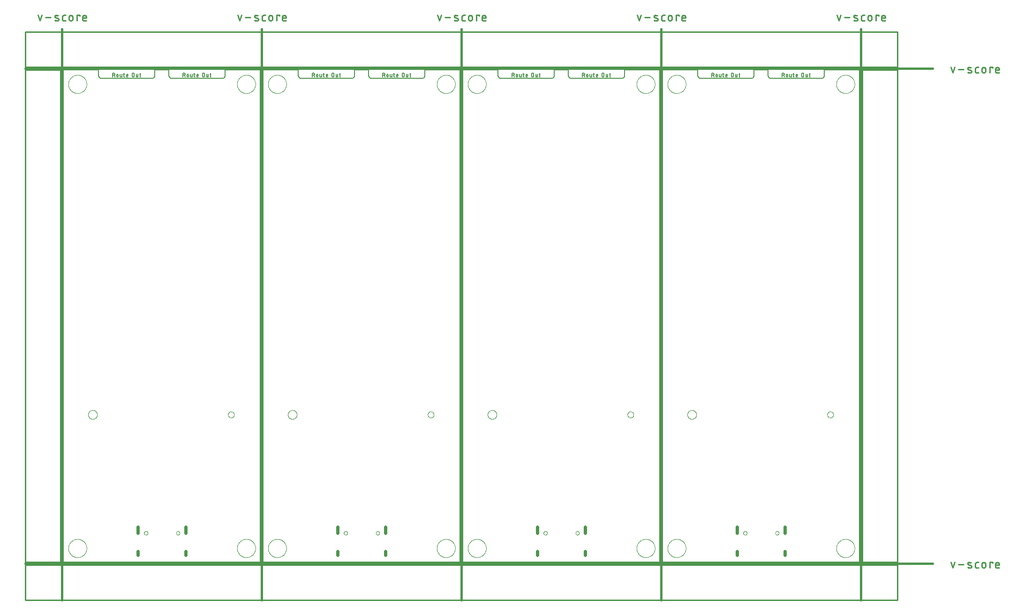
<source format=gko>
G04 EAGLE Gerber RS-274X export*
G75*
%MOMM*%
%FSLAX34Y34*%
%LPD*%
%IN*%
%IPPOS*%
%AMOC8*
5,1,8,0,0,1.08239X$1,22.5*%
G01*
%ADD10C,0.152400*%
%ADD11C,0.127000*%
%ADD12C,0.381000*%
%ADD13C,0.279400*%
%ADD14C,0.254000*%
%ADD15C,0.000000*%
%ADD16C,0.600000*%


D10*
X0Y0D02*
X355600Y0D01*
X355600Y889000D01*
X292100Y889000D01*
X292100Y880110D01*
X292098Y879952D01*
X292092Y879793D01*
X292082Y879635D01*
X292068Y879478D01*
X292051Y879320D01*
X292029Y879164D01*
X292004Y879007D01*
X291974Y878852D01*
X291941Y878697D01*
X291904Y878543D01*
X291863Y878390D01*
X291818Y878238D01*
X291769Y878088D01*
X291717Y877938D01*
X291661Y877790D01*
X291601Y877643D01*
X291538Y877498D01*
X291471Y877355D01*
X291401Y877213D01*
X291327Y877073D01*
X291249Y876935D01*
X291168Y876799D01*
X291084Y876665D01*
X290997Y876533D01*
X290906Y876403D01*
X290812Y876276D01*
X290715Y876151D01*
X290614Y876028D01*
X290511Y875908D01*
X290405Y875791D01*
X290296Y875676D01*
X290184Y875564D01*
X290069Y875455D01*
X289952Y875349D01*
X289832Y875246D01*
X289709Y875145D01*
X289584Y875048D01*
X289457Y874954D01*
X289327Y874863D01*
X289195Y874776D01*
X289061Y874692D01*
X288925Y874611D01*
X288787Y874533D01*
X288647Y874459D01*
X288505Y874389D01*
X288362Y874322D01*
X288217Y874259D01*
X288070Y874199D01*
X287922Y874143D01*
X287772Y874091D01*
X287622Y874042D01*
X287470Y873997D01*
X287317Y873956D01*
X287163Y873919D01*
X287008Y873886D01*
X286853Y873856D01*
X286696Y873831D01*
X286540Y873809D01*
X286382Y873792D01*
X286225Y873778D01*
X286067Y873768D01*
X285908Y873762D01*
X285750Y873760D01*
X196850Y873760D01*
X196692Y873762D01*
X196533Y873768D01*
X196375Y873778D01*
X196218Y873792D01*
X196060Y873809D01*
X195904Y873831D01*
X195747Y873856D01*
X195592Y873886D01*
X195437Y873919D01*
X195283Y873956D01*
X195130Y873997D01*
X194978Y874042D01*
X194828Y874091D01*
X194678Y874143D01*
X194530Y874199D01*
X194383Y874259D01*
X194238Y874322D01*
X194095Y874389D01*
X193953Y874459D01*
X193813Y874533D01*
X193675Y874611D01*
X193539Y874692D01*
X193405Y874776D01*
X193273Y874863D01*
X193143Y874954D01*
X193016Y875048D01*
X192891Y875145D01*
X192768Y875246D01*
X192648Y875349D01*
X192531Y875455D01*
X192416Y875564D01*
X192304Y875676D01*
X192195Y875791D01*
X192089Y875908D01*
X191986Y876028D01*
X191885Y876151D01*
X191788Y876276D01*
X191694Y876403D01*
X191603Y876533D01*
X191516Y876665D01*
X191432Y876799D01*
X191351Y876935D01*
X191273Y877073D01*
X191199Y877213D01*
X191129Y877355D01*
X191062Y877498D01*
X190999Y877643D01*
X190939Y877790D01*
X190883Y877938D01*
X190831Y878088D01*
X190782Y878238D01*
X190737Y878390D01*
X190696Y878543D01*
X190659Y878697D01*
X190626Y878852D01*
X190596Y879007D01*
X190571Y879164D01*
X190549Y879320D01*
X190532Y879478D01*
X190518Y879635D01*
X190508Y879793D01*
X190502Y879952D01*
X190500Y880110D01*
X190500Y889000D01*
X165100Y889000D01*
X165100Y880110D01*
X165098Y879952D01*
X165092Y879793D01*
X165082Y879635D01*
X165068Y879478D01*
X165051Y879320D01*
X165029Y879164D01*
X165004Y879007D01*
X164974Y878852D01*
X164941Y878697D01*
X164904Y878543D01*
X164863Y878390D01*
X164818Y878238D01*
X164769Y878088D01*
X164717Y877938D01*
X164661Y877790D01*
X164601Y877643D01*
X164538Y877498D01*
X164471Y877355D01*
X164401Y877213D01*
X164327Y877073D01*
X164249Y876935D01*
X164168Y876799D01*
X164084Y876665D01*
X163997Y876533D01*
X163906Y876403D01*
X163812Y876276D01*
X163715Y876151D01*
X163614Y876028D01*
X163511Y875908D01*
X163405Y875791D01*
X163296Y875676D01*
X163184Y875564D01*
X163069Y875455D01*
X162952Y875349D01*
X162832Y875246D01*
X162709Y875145D01*
X162584Y875048D01*
X162457Y874954D01*
X162327Y874863D01*
X162195Y874776D01*
X162061Y874692D01*
X161925Y874611D01*
X161787Y874533D01*
X161647Y874459D01*
X161505Y874389D01*
X161362Y874322D01*
X161217Y874259D01*
X161070Y874199D01*
X160922Y874143D01*
X160772Y874091D01*
X160622Y874042D01*
X160470Y873997D01*
X160317Y873956D01*
X160163Y873919D01*
X160008Y873886D01*
X159853Y873856D01*
X159696Y873831D01*
X159540Y873809D01*
X159382Y873792D01*
X159225Y873778D01*
X159067Y873768D01*
X158908Y873762D01*
X158750Y873760D01*
X69850Y873760D01*
X69692Y873762D01*
X69533Y873768D01*
X69375Y873778D01*
X69218Y873792D01*
X69060Y873809D01*
X68904Y873831D01*
X68747Y873856D01*
X68592Y873886D01*
X68437Y873919D01*
X68283Y873956D01*
X68130Y873997D01*
X67978Y874042D01*
X67828Y874091D01*
X67678Y874143D01*
X67530Y874199D01*
X67383Y874259D01*
X67238Y874322D01*
X67095Y874389D01*
X66953Y874459D01*
X66813Y874533D01*
X66675Y874611D01*
X66539Y874692D01*
X66405Y874776D01*
X66273Y874863D01*
X66143Y874954D01*
X66016Y875048D01*
X65891Y875145D01*
X65768Y875246D01*
X65648Y875349D01*
X65531Y875455D01*
X65416Y875564D01*
X65304Y875676D01*
X65195Y875791D01*
X65089Y875908D01*
X64986Y876028D01*
X64885Y876151D01*
X64788Y876276D01*
X64694Y876403D01*
X64603Y876533D01*
X64516Y876665D01*
X64432Y876799D01*
X64351Y876935D01*
X64273Y877073D01*
X64199Y877213D01*
X64129Y877355D01*
X64062Y877498D01*
X63999Y877643D01*
X63939Y877790D01*
X63883Y877938D01*
X63831Y878088D01*
X63782Y878238D01*
X63737Y878390D01*
X63696Y878543D01*
X63659Y878697D01*
X63626Y878852D01*
X63596Y879007D01*
X63571Y879164D01*
X63549Y879320D01*
X63532Y879478D01*
X63518Y879635D01*
X63508Y879793D01*
X63502Y879952D01*
X63500Y880110D01*
X63500Y889000D01*
X0Y889000D01*
X0Y0D01*
D11*
X88836Y876935D02*
X88836Y883793D01*
X90741Y883793D01*
X90826Y883791D01*
X90912Y883785D01*
X90997Y883776D01*
X91081Y883762D01*
X91165Y883745D01*
X91248Y883724D01*
X91330Y883700D01*
X91410Y883672D01*
X91490Y883640D01*
X91568Y883604D01*
X91644Y883566D01*
X91718Y883523D01*
X91790Y883478D01*
X91861Y883429D01*
X91929Y883377D01*
X91994Y883323D01*
X92057Y883265D01*
X92118Y883204D01*
X92176Y883141D01*
X92230Y883076D01*
X92282Y883008D01*
X92331Y882937D01*
X92376Y882865D01*
X92419Y882791D01*
X92457Y882715D01*
X92493Y882637D01*
X92525Y882557D01*
X92553Y882477D01*
X92577Y882395D01*
X92598Y882312D01*
X92615Y882228D01*
X92629Y882144D01*
X92638Y882059D01*
X92644Y881973D01*
X92646Y881888D01*
X92644Y881803D01*
X92638Y881717D01*
X92629Y881632D01*
X92615Y881548D01*
X92598Y881464D01*
X92577Y881381D01*
X92553Y881299D01*
X92525Y881219D01*
X92493Y881139D01*
X92457Y881061D01*
X92419Y880985D01*
X92376Y880911D01*
X92331Y880839D01*
X92282Y880768D01*
X92230Y880700D01*
X92176Y880635D01*
X92118Y880572D01*
X92057Y880511D01*
X91994Y880453D01*
X91929Y880399D01*
X91861Y880347D01*
X91790Y880298D01*
X91718Y880253D01*
X91644Y880210D01*
X91568Y880172D01*
X91490Y880136D01*
X91410Y880104D01*
X91330Y880076D01*
X91248Y880052D01*
X91165Y880031D01*
X91081Y880014D01*
X90997Y880000D01*
X90912Y879991D01*
X90826Y879985D01*
X90741Y879983D01*
X88836Y879983D01*
X91122Y879983D02*
X92646Y876935D01*
X95975Y878459D02*
X95975Y879983D01*
X95977Y880060D01*
X95983Y880137D01*
X95993Y880214D01*
X96006Y880290D01*
X96024Y880365D01*
X96045Y880439D01*
X96070Y880512D01*
X96099Y880584D01*
X96131Y880654D01*
X96166Y880723D01*
X96206Y880789D01*
X96248Y880854D01*
X96294Y880916D01*
X96343Y880976D01*
X96394Y881033D01*
X96449Y881088D01*
X96506Y881139D01*
X96566Y881188D01*
X96628Y881234D01*
X96693Y881276D01*
X96759Y881316D01*
X96828Y881351D01*
X96898Y881383D01*
X96970Y881412D01*
X97043Y881437D01*
X97117Y881458D01*
X97192Y881476D01*
X97268Y881489D01*
X97345Y881499D01*
X97422Y881505D01*
X97499Y881507D01*
X97576Y881505D01*
X97653Y881499D01*
X97730Y881489D01*
X97806Y881476D01*
X97881Y881458D01*
X97955Y881437D01*
X98028Y881412D01*
X98100Y881383D01*
X98170Y881351D01*
X98239Y881316D01*
X98305Y881276D01*
X98370Y881234D01*
X98432Y881188D01*
X98492Y881139D01*
X98549Y881088D01*
X98604Y881033D01*
X98655Y880976D01*
X98704Y880916D01*
X98750Y880854D01*
X98792Y880789D01*
X98832Y880723D01*
X98867Y880654D01*
X98899Y880584D01*
X98928Y880512D01*
X98953Y880439D01*
X98974Y880365D01*
X98992Y880290D01*
X99005Y880214D01*
X99015Y880137D01*
X99021Y880060D01*
X99023Y879983D01*
X99023Y878459D01*
X99021Y878382D01*
X99015Y878305D01*
X99005Y878228D01*
X98992Y878152D01*
X98974Y878077D01*
X98953Y878003D01*
X98928Y877930D01*
X98899Y877858D01*
X98867Y877788D01*
X98832Y877719D01*
X98792Y877653D01*
X98750Y877588D01*
X98704Y877526D01*
X98655Y877466D01*
X98604Y877409D01*
X98549Y877354D01*
X98492Y877303D01*
X98432Y877254D01*
X98370Y877208D01*
X98305Y877166D01*
X98239Y877126D01*
X98170Y877091D01*
X98100Y877059D01*
X98028Y877030D01*
X97955Y877005D01*
X97881Y876984D01*
X97806Y876966D01*
X97730Y876953D01*
X97653Y876943D01*
X97576Y876937D01*
X97499Y876935D01*
X97422Y876937D01*
X97345Y876943D01*
X97268Y876953D01*
X97192Y876966D01*
X97117Y876984D01*
X97043Y877005D01*
X96970Y877030D01*
X96898Y877059D01*
X96828Y877091D01*
X96759Y877126D01*
X96693Y877166D01*
X96628Y877208D01*
X96566Y877254D01*
X96506Y877303D01*
X96449Y877354D01*
X96394Y877409D01*
X96343Y877466D01*
X96294Y877526D01*
X96248Y877588D01*
X96206Y877653D01*
X96166Y877719D01*
X96131Y877788D01*
X96099Y877858D01*
X96070Y877930D01*
X96045Y878003D01*
X96024Y878077D01*
X96006Y878152D01*
X95993Y878228D01*
X95983Y878305D01*
X95977Y878382D01*
X95975Y878459D01*
X102559Y878078D02*
X102559Y881507D01*
X102559Y878078D02*
X102561Y878012D01*
X102567Y877945D01*
X102576Y877880D01*
X102590Y877814D01*
X102607Y877750D01*
X102628Y877687D01*
X102652Y877625D01*
X102681Y877565D01*
X102712Y877507D01*
X102747Y877450D01*
X102785Y877395D01*
X102826Y877343D01*
X102871Y877294D01*
X102918Y877247D01*
X102967Y877202D01*
X103019Y877161D01*
X103074Y877123D01*
X103131Y877088D01*
X103189Y877057D01*
X103249Y877028D01*
X103311Y877004D01*
X103374Y876983D01*
X103438Y876966D01*
X103504Y876952D01*
X103569Y876943D01*
X103636Y876937D01*
X103702Y876935D01*
X105607Y876935D01*
X105607Y881507D01*
X108461Y881507D02*
X110747Y881507D01*
X109223Y883793D02*
X109223Y878078D01*
X109225Y878012D01*
X109231Y877945D01*
X109240Y877880D01*
X109254Y877814D01*
X109271Y877750D01*
X109292Y877687D01*
X109316Y877625D01*
X109345Y877565D01*
X109376Y877507D01*
X109411Y877450D01*
X109449Y877395D01*
X109490Y877343D01*
X109535Y877294D01*
X109582Y877247D01*
X109631Y877202D01*
X109683Y877161D01*
X109738Y877123D01*
X109795Y877088D01*
X109853Y877057D01*
X109913Y877028D01*
X109975Y877004D01*
X110038Y876983D01*
X110102Y876966D01*
X110168Y876952D01*
X110233Y876943D01*
X110300Y876937D01*
X110366Y876935D01*
X110747Y876935D01*
X114918Y876935D02*
X116823Y876935D01*
X114918Y876935D02*
X114852Y876937D01*
X114785Y876943D01*
X114720Y876952D01*
X114654Y876966D01*
X114590Y876983D01*
X114527Y877004D01*
X114465Y877028D01*
X114405Y877057D01*
X114347Y877088D01*
X114290Y877123D01*
X114235Y877161D01*
X114183Y877202D01*
X114134Y877247D01*
X114087Y877294D01*
X114042Y877343D01*
X114001Y877395D01*
X113963Y877450D01*
X113928Y877507D01*
X113897Y877565D01*
X113868Y877625D01*
X113844Y877687D01*
X113823Y877750D01*
X113806Y877814D01*
X113792Y877880D01*
X113783Y877945D01*
X113777Y878012D01*
X113775Y878078D01*
X113775Y879983D01*
X113777Y880060D01*
X113783Y880137D01*
X113793Y880214D01*
X113806Y880290D01*
X113824Y880365D01*
X113845Y880439D01*
X113870Y880512D01*
X113899Y880584D01*
X113931Y880654D01*
X113966Y880723D01*
X114006Y880789D01*
X114048Y880854D01*
X114094Y880916D01*
X114143Y880976D01*
X114194Y881033D01*
X114249Y881088D01*
X114306Y881139D01*
X114366Y881188D01*
X114428Y881234D01*
X114493Y881276D01*
X114559Y881316D01*
X114628Y881351D01*
X114698Y881383D01*
X114770Y881412D01*
X114843Y881437D01*
X114917Y881458D01*
X114992Y881476D01*
X115068Y881489D01*
X115145Y881499D01*
X115222Y881505D01*
X115299Y881507D01*
X115376Y881505D01*
X115453Y881499D01*
X115530Y881489D01*
X115606Y881476D01*
X115681Y881458D01*
X115755Y881437D01*
X115828Y881412D01*
X115900Y881383D01*
X115970Y881351D01*
X116039Y881316D01*
X116105Y881276D01*
X116170Y881234D01*
X116232Y881188D01*
X116292Y881139D01*
X116349Y881088D01*
X116404Y881033D01*
X116455Y880976D01*
X116504Y880916D01*
X116550Y880854D01*
X116592Y880789D01*
X116632Y880723D01*
X116667Y880654D01*
X116699Y880584D01*
X116728Y880512D01*
X116753Y880439D01*
X116774Y880365D01*
X116792Y880290D01*
X116805Y880214D01*
X116815Y880137D01*
X116821Y880060D01*
X116823Y879983D01*
X116823Y879221D01*
X113775Y879221D01*
X124123Y878840D02*
X124123Y881888D01*
X124125Y881973D01*
X124131Y882059D01*
X124140Y882144D01*
X124154Y882228D01*
X124171Y882312D01*
X124192Y882395D01*
X124216Y882477D01*
X124244Y882557D01*
X124276Y882637D01*
X124312Y882715D01*
X124350Y882791D01*
X124393Y882865D01*
X124438Y882937D01*
X124487Y883008D01*
X124539Y883076D01*
X124593Y883141D01*
X124651Y883204D01*
X124712Y883265D01*
X124775Y883323D01*
X124840Y883377D01*
X124908Y883429D01*
X124979Y883478D01*
X125051Y883523D01*
X125125Y883566D01*
X125201Y883604D01*
X125279Y883640D01*
X125359Y883672D01*
X125439Y883700D01*
X125521Y883724D01*
X125604Y883745D01*
X125688Y883762D01*
X125772Y883776D01*
X125857Y883785D01*
X125943Y883791D01*
X126028Y883793D01*
X126113Y883791D01*
X126199Y883785D01*
X126284Y883776D01*
X126368Y883762D01*
X126452Y883745D01*
X126535Y883724D01*
X126617Y883700D01*
X126697Y883672D01*
X126777Y883640D01*
X126855Y883604D01*
X126931Y883566D01*
X127005Y883523D01*
X127077Y883478D01*
X127148Y883429D01*
X127216Y883377D01*
X127281Y883323D01*
X127344Y883265D01*
X127405Y883204D01*
X127463Y883141D01*
X127517Y883076D01*
X127569Y883008D01*
X127618Y882937D01*
X127663Y882865D01*
X127706Y882791D01*
X127744Y882715D01*
X127780Y882637D01*
X127812Y882557D01*
X127840Y882477D01*
X127864Y882395D01*
X127885Y882312D01*
X127902Y882228D01*
X127916Y882144D01*
X127925Y882059D01*
X127931Y881973D01*
X127933Y881888D01*
X127933Y878840D01*
X127931Y878755D01*
X127925Y878669D01*
X127916Y878584D01*
X127902Y878500D01*
X127885Y878416D01*
X127864Y878333D01*
X127840Y878251D01*
X127812Y878171D01*
X127780Y878091D01*
X127744Y878013D01*
X127706Y877937D01*
X127663Y877863D01*
X127618Y877791D01*
X127569Y877720D01*
X127517Y877652D01*
X127463Y877587D01*
X127405Y877524D01*
X127344Y877463D01*
X127281Y877405D01*
X127216Y877351D01*
X127148Y877299D01*
X127077Y877250D01*
X127005Y877205D01*
X126931Y877162D01*
X126855Y877124D01*
X126777Y877088D01*
X126697Y877056D01*
X126617Y877028D01*
X126535Y877004D01*
X126452Y876983D01*
X126368Y876966D01*
X126284Y876952D01*
X126199Y876943D01*
X126113Y876937D01*
X126028Y876935D01*
X125943Y876937D01*
X125857Y876943D01*
X125772Y876952D01*
X125688Y876966D01*
X125604Y876983D01*
X125521Y877004D01*
X125439Y877028D01*
X125359Y877056D01*
X125279Y877088D01*
X125201Y877124D01*
X125125Y877162D01*
X125051Y877205D01*
X124979Y877250D01*
X124908Y877299D01*
X124840Y877351D01*
X124775Y877405D01*
X124712Y877463D01*
X124651Y877524D01*
X124593Y877587D01*
X124539Y877652D01*
X124487Y877720D01*
X124438Y877791D01*
X124393Y877863D01*
X124350Y877937D01*
X124312Y878013D01*
X124276Y878091D01*
X124244Y878171D01*
X124216Y878251D01*
X124192Y878333D01*
X124171Y878416D01*
X124154Y878500D01*
X124140Y878584D01*
X124131Y878669D01*
X124125Y878755D01*
X124123Y878840D01*
X131576Y878078D02*
X131576Y881507D01*
X131576Y878078D02*
X131578Y878012D01*
X131584Y877945D01*
X131593Y877880D01*
X131607Y877814D01*
X131624Y877750D01*
X131645Y877687D01*
X131669Y877625D01*
X131698Y877565D01*
X131729Y877507D01*
X131764Y877450D01*
X131802Y877395D01*
X131843Y877343D01*
X131888Y877294D01*
X131935Y877247D01*
X131984Y877202D01*
X132036Y877161D01*
X132091Y877123D01*
X132148Y877088D01*
X132206Y877057D01*
X132266Y877028D01*
X132328Y877004D01*
X132391Y876983D01*
X132455Y876966D01*
X132521Y876952D01*
X132586Y876943D01*
X132653Y876937D01*
X132719Y876935D01*
X134624Y876935D01*
X134624Y881507D01*
X137478Y881507D02*
X139764Y881507D01*
X138240Y883793D02*
X138240Y878078D01*
X138242Y878012D01*
X138248Y877945D01*
X138257Y877880D01*
X138271Y877814D01*
X138288Y877750D01*
X138309Y877687D01*
X138333Y877625D01*
X138362Y877565D01*
X138393Y877507D01*
X138428Y877450D01*
X138466Y877395D01*
X138507Y877343D01*
X138552Y877294D01*
X138599Y877247D01*
X138648Y877202D01*
X138700Y877161D01*
X138755Y877123D01*
X138812Y877088D01*
X138870Y877057D01*
X138930Y877028D01*
X138992Y877004D01*
X139055Y876983D01*
X139119Y876966D01*
X139185Y876952D01*
X139250Y876943D01*
X139317Y876937D01*
X139383Y876935D01*
X139764Y876935D01*
X215836Y876935D02*
X215836Y883793D01*
X217741Y883793D01*
X217826Y883791D01*
X217912Y883785D01*
X217997Y883776D01*
X218081Y883762D01*
X218165Y883745D01*
X218248Y883724D01*
X218330Y883700D01*
X218410Y883672D01*
X218490Y883640D01*
X218568Y883604D01*
X218644Y883566D01*
X218718Y883523D01*
X218790Y883478D01*
X218861Y883429D01*
X218929Y883377D01*
X218994Y883323D01*
X219057Y883265D01*
X219118Y883204D01*
X219176Y883141D01*
X219230Y883076D01*
X219282Y883008D01*
X219331Y882937D01*
X219376Y882865D01*
X219419Y882791D01*
X219457Y882715D01*
X219493Y882637D01*
X219525Y882557D01*
X219553Y882477D01*
X219577Y882395D01*
X219598Y882312D01*
X219615Y882228D01*
X219629Y882144D01*
X219638Y882059D01*
X219644Y881973D01*
X219646Y881888D01*
X219644Y881803D01*
X219638Y881717D01*
X219629Y881632D01*
X219615Y881548D01*
X219598Y881464D01*
X219577Y881381D01*
X219553Y881299D01*
X219525Y881219D01*
X219493Y881139D01*
X219457Y881061D01*
X219419Y880985D01*
X219376Y880911D01*
X219331Y880839D01*
X219282Y880768D01*
X219230Y880700D01*
X219176Y880635D01*
X219118Y880572D01*
X219057Y880511D01*
X218994Y880453D01*
X218929Y880399D01*
X218861Y880347D01*
X218790Y880298D01*
X218718Y880253D01*
X218644Y880210D01*
X218568Y880172D01*
X218490Y880136D01*
X218410Y880104D01*
X218330Y880076D01*
X218248Y880052D01*
X218165Y880031D01*
X218081Y880014D01*
X217997Y880000D01*
X217912Y879991D01*
X217826Y879985D01*
X217741Y879983D01*
X215836Y879983D01*
X218122Y879983D02*
X219646Y876935D01*
X222975Y878459D02*
X222975Y879983D01*
X222977Y880060D01*
X222983Y880137D01*
X222993Y880214D01*
X223006Y880290D01*
X223024Y880365D01*
X223045Y880439D01*
X223070Y880512D01*
X223099Y880584D01*
X223131Y880654D01*
X223166Y880723D01*
X223206Y880789D01*
X223248Y880854D01*
X223294Y880916D01*
X223343Y880976D01*
X223394Y881033D01*
X223449Y881088D01*
X223506Y881139D01*
X223566Y881188D01*
X223628Y881234D01*
X223693Y881276D01*
X223759Y881316D01*
X223828Y881351D01*
X223898Y881383D01*
X223970Y881412D01*
X224043Y881437D01*
X224117Y881458D01*
X224192Y881476D01*
X224268Y881489D01*
X224345Y881499D01*
X224422Y881505D01*
X224499Y881507D01*
X224576Y881505D01*
X224653Y881499D01*
X224730Y881489D01*
X224806Y881476D01*
X224881Y881458D01*
X224955Y881437D01*
X225028Y881412D01*
X225100Y881383D01*
X225170Y881351D01*
X225239Y881316D01*
X225305Y881276D01*
X225370Y881234D01*
X225432Y881188D01*
X225492Y881139D01*
X225549Y881088D01*
X225604Y881033D01*
X225655Y880976D01*
X225704Y880916D01*
X225750Y880854D01*
X225792Y880789D01*
X225832Y880723D01*
X225867Y880654D01*
X225899Y880584D01*
X225928Y880512D01*
X225953Y880439D01*
X225974Y880365D01*
X225992Y880290D01*
X226005Y880214D01*
X226015Y880137D01*
X226021Y880060D01*
X226023Y879983D01*
X226023Y878459D01*
X226021Y878382D01*
X226015Y878305D01*
X226005Y878228D01*
X225992Y878152D01*
X225974Y878077D01*
X225953Y878003D01*
X225928Y877930D01*
X225899Y877858D01*
X225867Y877788D01*
X225832Y877719D01*
X225792Y877653D01*
X225750Y877588D01*
X225704Y877526D01*
X225655Y877466D01*
X225604Y877409D01*
X225549Y877354D01*
X225492Y877303D01*
X225432Y877254D01*
X225370Y877208D01*
X225305Y877166D01*
X225239Y877126D01*
X225170Y877091D01*
X225100Y877059D01*
X225028Y877030D01*
X224955Y877005D01*
X224881Y876984D01*
X224806Y876966D01*
X224730Y876953D01*
X224653Y876943D01*
X224576Y876937D01*
X224499Y876935D01*
X224422Y876937D01*
X224345Y876943D01*
X224268Y876953D01*
X224192Y876966D01*
X224117Y876984D01*
X224043Y877005D01*
X223970Y877030D01*
X223898Y877059D01*
X223828Y877091D01*
X223759Y877126D01*
X223693Y877166D01*
X223628Y877208D01*
X223566Y877254D01*
X223506Y877303D01*
X223449Y877354D01*
X223394Y877409D01*
X223343Y877466D01*
X223294Y877526D01*
X223248Y877588D01*
X223206Y877653D01*
X223166Y877719D01*
X223131Y877788D01*
X223099Y877858D01*
X223070Y877930D01*
X223045Y878003D01*
X223024Y878077D01*
X223006Y878152D01*
X222993Y878228D01*
X222983Y878305D01*
X222977Y878382D01*
X222975Y878459D01*
X229559Y878078D02*
X229559Y881507D01*
X229559Y878078D02*
X229561Y878012D01*
X229567Y877945D01*
X229576Y877880D01*
X229590Y877814D01*
X229607Y877750D01*
X229628Y877687D01*
X229652Y877625D01*
X229681Y877565D01*
X229712Y877507D01*
X229747Y877450D01*
X229785Y877395D01*
X229826Y877343D01*
X229871Y877294D01*
X229918Y877247D01*
X229967Y877202D01*
X230019Y877161D01*
X230074Y877123D01*
X230131Y877088D01*
X230189Y877057D01*
X230249Y877028D01*
X230311Y877004D01*
X230374Y876983D01*
X230438Y876966D01*
X230504Y876952D01*
X230569Y876943D01*
X230636Y876937D01*
X230702Y876935D01*
X232607Y876935D01*
X232607Y881507D01*
X235461Y881507D02*
X237747Y881507D01*
X236223Y883793D02*
X236223Y878078D01*
X236225Y878012D01*
X236231Y877945D01*
X236240Y877880D01*
X236254Y877814D01*
X236271Y877750D01*
X236292Y877687D01*
X236316Y877625D01*
X236345Y877565D01*
X236376Y877507D01*
X236411Y877450D01*
X236449Y877395D01*
X236490Y877343D01*
X236535Y877294D01*
X236582Y877247D01*
X236631Y877202D01*
X236683Y877161D01*
X236738Y877123D01*
X236795Y877088D01*
X236853Y877057D01*
X236913Y877028D01*
X236975Y877004D01*
X237038Y876983D01*
X237102Y876966D01*
X237168Y876952D01*
X237233Y876943D01*
X237300Y876937D01*
X237366Y876935D01*
X237747Y876935D01*
X241918Y876935D02*
X243823Y876935D01*
X241918Y876935D02*
X241852Y876937D01*
X241785Y876943D01*
X241720Y876952D01*
X241654Y876966D01*
X241590Y876983D01*
X241527Y877004D01*
X241465Y877028D01*
X241405Y877057D01*
X241347Y877088D01*
X241290Y877123D01*
X241235Y877161D01*
X241183Y877202D01*
X241134Y877247D01*
X241087Y877294D01*
X241042Y877343D01*
X241001Y877395D01*
X240963Y877450D01*
X240928Y877507D01*
X240897Y877565D01*
X240868Y877625D01*
X240844Y877687D01*
X240823Y877750D01*
X240806Y877814D01*
X240792Y877880D01*
X240783Y877945D01*
X240777Y878012D01*
X240775Y878078D01*
X240775Y879983D01*
X240777Y880060D01*
X240783Y880137D01*
X240793Y880214D01*
X240806Y880290D01*
X240824Y880365D01*
X240845Y880439D01*
X240870Y880512D01*
X240899Y880584D01*
X240931Y880654D01*
X240966Y880723D01*
X241006Y880789D01*
X241048Y880854D01*
X241094Y880916D01*
X241143Y880976D01*
X241194Y881033D01*
X241249Y881088D01*
X241306Y881139D01*
X241366Y881188D01*
X241428Y881234D01*
X241493Y881276D01*
X241559Y881316D01*
X241628Y881351D01*
X241698Y881383D01*
X241770Y881412D01*
X241843Y881437D01*
X241917Y881458D01*
X241992Y881476D01*
X242068Y881489D01*
X242145Y881499D01*
X242222Y881505D01*
X242299Y881507D01*
X242376Y881505D01*
X242453Y881499D01*
X242530Y881489D01*
X242606Y881476D01*
X242681Y881458D01*
X242755Y881437D01*
X242828Y881412D01*
X242900Y881383D01*
X242970Y881351D01*
X243039Y881316D01*
X243105Y881276D01*
X243170Y881234D01*
X243232Y881188D01*
X243292Y881139D01*
X243349Y881088D01*
X243404Y881033D01*
X243455Y880976D01*
X243504Y880916D01*
X243550Y880854D01*
X243592Y880789D01*
X243632Y880723D01*
X243667Y880654D01*
X243699Y880584D01*
X243728Y880512D01*
X243753Y880439D01*
X243774Y880365D01*
X243792Y880290D01*
X243805Y880214D01*
X243815Y880137D01*
X243821Y880060D01*
X243823Y879983D01*
X243823Y879221D01*
X240775Y879221D01*
X251123Y878840D02*
X251123Y881888D01*
X251125Y881973D01*
X251131Y882059D01*
X251140Y882144D01*
X251154Y882228D01*
X251171Y882312D01*
X251192Y882395D01*
X251216Y882477D01*
X251244Y882557D01*
X251276Y882637D01*
X251312Y882715D01*
X251350Y882791D01*
X251393Y882865D01*
X251438Y882937D01*
X251487Y883008D01*
X251539Y883076D01*
X251593Y883141D01*
X251651Y883204D01*
X251712Y883265D01*
X251775Y883323D01*
X251840Y883377D01*
X251908Y883429D01*
X251979Y883478D01*
X252051Y883523D01*
X252125Y883566D01*
X252201Y883604D01*
X252279Y883640D01*
X252359Y883672D01*
X252439Y883700D01*
X252521Y883724D01*
X252604Y883745D01*
X252688Y883762D01*
X252772Y883776D01*
X252857Y883785D01*
X252943Y883791D01*
X253028Y883793D01*
X253113Y883791D01*
X253199Y883785D01*
X253284Y883776D01*
X253368Y883762D01*
X253452Y883745D01*
X253535Y883724D01*
X253617Y883700D01*
X253697Y883672D01*
X253777Y883640D01*
X253855Y883604D01*
X253931Y883566D01*
X254005Y883523D01*
X254077Y883478D01*
X254148Y883429D01*
X254216Y883377D01*
X254281Y883323D01*
X254344Y883265D01*
X254405Y883204D01*
X254463Y883141D01*
X254517Y883076D01*
X254569Y883008D01*
X254618Y882937D01*
X254663Y882865D01*
X254706Y882791D01*
X254744Y882715D01*
X254780Y882637D01*
X254812Y882557D01*
X254840Y882477D01*
X254864Y882395D01*
X254885Y882312D01*
X254902Y882228D01*
X254916Y882144D01*
X254925Y882059D01*
X254931Y881973D01*
X254933Y881888D01*
X254933Y878840D01*
X254931Y878755D01*
X254925Y878669D01*
X254916Y878584D01*
X254902Y878500D01*
X254885Y878416D01*
X254864Y878333D01*
X254840Y878251D01*
X254812Y878171D01*
X254780Y878091D01*
X254744Y878013D01*
X254706Y877937D01*
X254663Y877863D01*
X254618Y877791D01*
X254569Y877720D01*
X254517Y877652D01*
X254463Y877587D01*
X254405Y877524D01*
X254344Y877463D01*
X254281Y877405D01*
X254216Y877351D01*
X254148Y877299D01*
X254077Y877250D01*
X254005Y877205D01*
X253931Y877162D01*
X253855Y877124D01*
X253777Y877088D01*
X253697Y877056D01*
X253617Y877028D01*
X253535Y877004D01*
X253452Y876983D01*
X253368Y876966D01*
X253284Y876952D01*
X253199Y876943D01*
X253113Y876937D01*
X253028Y876935D01*
X252943Y876937D01*
X252857Y876943D01*
X252772Y876952D01*
X252688Y876966D01*
X252604Y876983D01*
X252521Y877004D01*
X252439Y877028D01*
X252359Y877056D01*
X252279Y877088D01*
X252201Y877124D01*
X252125Y877162D01*
X252051Y877205D01*
X251979Y877250D01*
X251908Y877299D01*
X251840Y877351D01*
X251775Y877405D01*
X251712Y877463D01*
X251651Y877524D01*
X251593Y877587D01*
X251539Y877652D01*
X251487Y877720D01*
X251438Y877791D01*
X251393Y877863D01*
X251350Y877937D01*
X251312Y878013D01*
X251276Y878091D01*
X251244Y878171D01*
X251216Y878251D01*
X251192Y878333D01*
X251171Y878416D01*
X251154Y878500D01*
X251140Y878584D01*
X251131Y878669D01*
X251125Y878755D01*
X251123Y878840D01*
X258576Y878078D02*
X258576Y881507D01*
X258576Y878078D02*
X258578Y878012D01*
X258584Y877945D01*
X258593Y877880D01*
X258607Y877814D01*
X258624Y877750D01*
X258645Y877687D01*
X258669Y877625D01*
X258698Y877565D01*
X258729Y877507D01*
X258764Y877450D01*
X258802Y877395D01*
X258843Y877343D01*
X258888Y877294D01*
X258935Y877247D01*
X258984Y877202D01*
X259036Y877161D01*
X259091Y877123D01*
X259148Y877088D01*
X259206Y877057D01*
X259266Y877028D01*
X259328Y877004D01*
X259391Y876983D01*
X259455Y876966D01*
X259521Y876952D01*
X259586Y876943D01*
X259653Y876937D01*
X259719Y876935D01*
X261624Y876935D01*
X261624Y881507D01*
X264478Y881507D02*
X266764Y881507D01*
X265240Y883793D02*
X265240Y878078D01*
X265242Y878012D01*
X265248Y877945D01*
X265257Y877880D01*
X265271Y877814D01*
X265288Y877750D01*
X265309Y877687D01*
X265333Y877625D01*
X265362Y877565D01*
X265393Y877507D01*
X265428Y877450D01*
X265466Y877395D01*
X265507Y877343D01*
X265552Y877294D01*
X265599Y877247D01*
X265648Y877202D01*
X265700Y877161D01*
X265755Y877123D01*
X265812Y877088D01*
X265870Y877057D01*
X265930Y877028D01*
X265992Y877004D01*
X266055Y876983D01*
X266119Y876966D01*
X266185Y876952D01*
X266250Y876943D01*
X266317Y876937D01*
X266383Y876935D01*
X266764Y876935D01*
D10*
X360680Y0D02*
X716280Y0D01*
X716280Y889000D01*
X652780Y889000D01*
X652780Y880110D01*
X652778Y879952D01*
X652772Y879793D01*
X652762Y879635D01*
X652748Y879478D01*
X652731Y879320D01*
X652709Y879164D01*
X652684Y879007D01*
X652654Y878852D01*
X652621Y878697D01*
X652584Y878543D01*
X652543Y878390D01*
X652498Y878238D01*
X652449Y878088D01*
X652397Y877938D01*
X652341Y877790D01*
X652281Y877643D01*
X652218Y877498D01*
X652151Y877355D01*
X652081Y877213D01*
X652007Y877073D01*
X651929Y876935D01*
X651848Y876799D01*
X651764Y876665D01*
X651677Y876533D01*
X651586Y876403D01*
X651492Y876276D01*
X651395Y876151D01*
X651294Y876028D01*
X651191Y875908D01*
X651085Y875791D01*
X650976Y875676D01*
X650864Y875564D01*
X650749Y875455D01*
X650632Y875349D01*
X650512Y875246D01*
X650389Y875145D01*
X650264Y875048D01*
X650137Y874954D01*
X650007Y874863D01*
X649875Y874776D01*
X649741Y874692D01*
X649605Y874611D01*
X649467Y874533D01*
X649327Y874459D01*
X649185Y874389D01*
X649042Y874322D01*
X648897Y874259D01*
X648750Y874199D01*
X648602Y874143D01*
X648452Y874091D01*
X648302Y874042D01*
X648150Y873997D01*
X647997Y873956D01*
X647843Y873919D01*
X647688Y873886D01*
X647533Y873856D01*
X647376Y873831D01*
X647220Y873809D01*
X647062Y873792D01*
X646905Y873778D01*
X646747Y873768D01*
X646588Y873762D01*
X646430Y873760D01*
X557530Y873760D01*
X557372Y873762D01*
X557213Y873768D01*
X557055Y873778D01*
X556898Y873792D01*
X556740Y873809D01*
X556584Y873831D01*
X556427Y873856D01*
X556272Y873886D01*
X556117Y873919D01*
X555963Y873956D01*
X555810Y873997D01*
X555658Y874042D01*
X555508Y874091D01*
X555358Y874143D01*
X555210Y874199D01*
X555063Y874259D01*
X554918Y874322D01*
X554775Y874389D01*
X554633Y874459D01*
X554493Y874533D01*
X554355Y874611D01*
X554219Y874692D01*
X554085Y874776D01*
X553953Y874863D01*
X553823Y874954D01*
X553696Y875048D01*
X553571Y875145D01*
X553448Y875246D01*
X553328Y875349D01*
X553211Y875455D01*
X553096Y875564D01*
X552984Y875676D01*
X552875Y875791D01*
X552769Y875908D01*
X552666Y876028D01*
X552565Y876151D01*
X552468Y876276D01*
X552374Y876403D01*
X552283Y876533D01*
X552196Y876665D01*
X552112Y876799D01*
X552031Y876935D01*
X551953Y877073D01*
X551879Y877213D01*
X551809Y877355D01*
X551742Y877498D01*
X551679Y877643D01*
X551619Y877790D01*
X551563Y877938D01*
X551511Y878088D01*
X551462Y878238D01*
X551417Y878390D01*
X551376Y878543D01*
X551339Y878697D01*
X551306Y878852D01*
X551276Y879007D01*
X551251Y879164D01*
X551229Y879320D01*
X551212Y879478D01*
X551198Y879635D01*
X551188Y879793D01*
X551182Y879952D01*
X551180Y880110D01*
X551180Y889000D01*
X525780Y889000D01*
X525780Y880110D01*
X525778Y879952D01*
X525772Y879793D01*
X525762Y879635D01*
X525748Y879478D01*
X525731Y879320D01*
X525709Y879164D01*
X525684Y879007D01*
X525654Y878852D01*
X525621Y878697D01*
X525584Y878543D01*
X525543Y878390D01*
X525498Y878238D01*
X525449Y878088D01*
X525397Y877938D01*
X525341Y877790D01*
X525281Y877643D01*
X525218Y877498D01*
X525151Y877355D01*
X525081Y877213D01*
X525007Y877073D01*
X524929Y876935D01*
X524848Y876799D01*
X524764Y876665D01*
X524677Y876533D01*
X524586Y876403D01*
X524492Y876276D01*
X524395Y876151D01*
X524294Y876028D01*
X524191Y875908D01*
X524085Y875791D01*
X523976Y875676D01*
X523864Y875564D01*
X523749Y875455D01*
X523632Y875349D01*
X523512Y875246D01*
X523389Y875145D01*
X523264Y875048D01*
X523137Y874954D01*
X523007Y874863D01*
X522875Y874776D01*
X522741Y874692D01*
X522605Y874611D01*
X522467Y874533D01*
X522327Y874459D01*
X522185Y874389D01*
X522042Y874322D01*
X521897Y874259D01*
X521750Y874199D01*
X521602Y874143D01*
X521452Y874091D01*
X521302Y874042D01*
X521150Y873997D01*
X520997Y873956D01*
X520843Y873919D01*
X520688Y873886D01*
X520533Y873856D01*
X520376Y873831D01*
X520220Y873809D01*
X520062Y873792D01*
X519905Y873778D01*
X519747Y873768D01*
X519588Y873762D01*
X519430Y873760D01*
X430530Y873760D01*
X430372Y873762D01*
X430213Y873768D01*
X430055Y873778D01*
X429898Y873792D01*
X429740Y873809D01*
X429584Y873831D01*
X429427Y873856D01*
X429272Y873886D01*
X429117Y873919D01*
X428963Y873956D01*
X428810Y873997D01*
X428658Y874042D01*
X428508Y874091D01*
X428358Y874143D01*
X428210Y874199D01*
X428063Y874259D01*
X427918Y874322D01*
X427775Y874389D01*
X427633Y874459D01*
X427493Y874533D01*
X427355Y874611D01*
X427219Y874692D01*
X427085Y874776D01*
X426953Y874863D01*
X426823Y874954D01*
X426696Y875048D01*
X426571Y875145D01*
X426448Y875246D01*
X426328Y875349D01*
X426211Y875455D01*
X426096Y875564D01*
X425984Y875676D01*
X425875Y875791D01*
X425769Y875908D01*
X425666Y876028D01*
X425565Y876151D01*
X425468Y876276D01*
X425374Y876403D01*
X425283Y876533D01*
X425196Y876665D01*
X425112Y876799D01*
X425031Y876935D01*
X424953Y877073D01*
X424879Y877213D01*
X424809Y877355D01*
X424742Y877498D01*
X424679Y877643D01*
X424619Y877790D01*
X424563Y877938D01*
X424511Y878088D01*
X424462Y878238D01*
X424417Y878390D01*
X424376Y878543D01*
X424339Y878697D01*
X424306Y878852D01*
X424276Y879007D01*
X424251Y879164D01*
X424229Y879320D01*
X424212Y879478D01*
X424198Y879635D01*
X424188Y879793D01*
X424182Y879952D01*
X424180Y880110D01*
X424180Y889000D01*
X360680Y889000D01*
X360680Y0D01*
D11*
X449516Y876935D02*
X449516Y883793D01*
X451421Y883793D01*
X451506Y883791D01*
X451592Y883785D01*
X451677Y883776D01*
X451761Y883762D01*
X451845Y883745D01*
X451928Y883724D01*
X452010Y883700D01*
X452090Y883672D01*
X452170Y883640D01*
X452248Y883604D01*
X452324Y883566D01*
X452398Y883523D01*
X452470Y883478D01*
X452541Y883429D01*
X452609Y883377D01*
X452674Y883323D01*
X452737Y883265D01*
X452798Y883204D01*
X452856Y883141D01*
X452910Y883076D01*
X452962Y883008D01*
X453011Y882937D01*
X453056Y882865D01*
X453099Y882791D01*
X453137Y882715D01*
X453173Y882637D01*
X453205Y882557D01*
X453233Y882477D01*
X453257Y882395D01*
X453278Y882312D01*
X453295Y882228D01*
X453309Y882144D01*
X453318Y882059D01*
X453324Y881973D01*
X453326Y881888D01*
X453324Y881803D01*
X453318Y881717D01*
X453309Y881632D01*
X453295Y881548D01*
X453278Y881464D01*
X453257Y881381D01*
X453233Y881299D01*
X453205Y881219D01*
X453173Y881139D01*
X453137Y881061D01*
X453099Y880985D01*
X453056Y880911D01*
X453011Y880839D01*
X452962Y880768D01*
X452910Y880700D01*
X452856Y880635D01*
X452798Y880572D01*
X452737Y880511D01*
X452674Y880453D01*
X452609Y880399D01*
X452541Y880347D01*
X452470Y880298D01*
X452398Y880253D01*
X452324Y880210D01*
X452248Y880172D01*
X452170Y880136D01*
X452090Y880104D01*
X452010Y880076D01*
X451928Y880052D01*
X451845Y880031D01*
X451761Y880014D01*
X451677Y880000D01*
X451592Y879991D01*
X451506Y879985D01*
X451421Y879983D01*
X449516Y879983D01*
X451802Y879983D02*
X453326Y876935D01*
X456655Y878459D02*
X456655Y879983D01*
X456657Y880060D01*
X456663Y880137D01*
X456673Y880214D01*
X456686Y880290D01*
X456704Y880365D01*
X456725Y880439D01*
X456750Y880512D01*
X456779Y880584D01*
X456811Y880654D01*
X456846Y880723D01*
X456886Y880789D01*
X456928Y880854D01*
X456974Y880916D01*
X457023Y880976D01*
X457074Y881033D01*
X457129Y881088D01*
X457186Y881139D01*
X457246Y881188D01*
X457308Y881234D01*
X457373Y881276D01*
X457439Y881316D01*
X457508Y881351D01*
X457578Y881383D01*
X457650Y881412D01*
X457723Y881437D01*
X457797Y881458D01*
X457872Y881476D01*
X457948Y881489D01*
X458025Y881499D01*
X458102Y881505D01*
X458179Y881507D01*
X458256Y881505D01*
X458333Y881499D01*
X458410Y881489D01*
X458486Y881476D01*
X458561Y881458D01*
X458635Y881437D01*
X458708Y881412D01*
X458780Y881383D01*
X458850Y881351D01*
X458919Y881316D01*
X458985Y881276D01*
X459050Y881234D01*
X459112Y881188D01*
X459172Y881139D01*
X459229Y881088D01*
X459284Y881033D01*
X459335Y880976D01*
X459384Y880916D01*
X459430Y880854D01*
X459472Y880789D01*
X459512Y880723D01*
X459547Y880654D01*
X459579Y880584D01*
X459608Y880512D01*
X459633Y880439D01*
X459654Y880365D01*
X459672Y880290D01*
X459685Y880214D01*
X459695Y880137D01*
X459701Y880060D01*
X459703Y879983D01*
X459703Y878459D01*
X459701Y878382D01*
X459695Y878305D01*
X459685Y878228D01*
X459672Y878152D01*
X459654Y878077D01*
X459633Y878003D01*
X459608Y877930D01*
X459579Y877858D01*
X459547Y877788D01*
X459512Y877719D01*
X459472Y877653D01*
X459430Y877588D01*
X459384Y877526D01*
X459335Y877466D01*
X459284Y877409D01*
X459229Y877354D01*
X459172Y877303D01*
X459112Y877254D01*
X459050Y877208D01*
X458985Y877166D01*
X458919Y877126D01*
X458850Y877091D01*
X458780Y877059D01*
X458708Y877030D01*
X458635Y877005D01*
X458561Y876984D01*
X458486Y876966D01*
X458410Y876953D01*
X458333Y876943D01*
X458256Y876937D01*
X458179Y876935D01*
X458102Y876937D01*
X458025Y876943D01*
X457948Y876953D01*
X457872Y876966D01*
X457797Y876984D01*
X457723Y877005D01*
X457650Y877030D01*
X457578Y877059D01*
X457508Y877091D01*
X457439Y877126D01*
X457373Y877166D01*
X457308Y877208D01*
X457246Y877254D01*
X457186Y877303D01*
X457129Y877354D01*
X457074Y877409D01*
X457023Y877466D01*
X456974Y877526D01*
X456928Y877588D01*
X456886Y877653D01*
X456846Y877719D01*
X456811Y877788D01*
X456779Y877858D01*
X456750Y877930D01*
X456725Y878003D01*
X456704Y878077D01*
X456686Y878152D01*
X456673Y878228D01*
X456663Y878305D01*
X456657Y878382D01*
X456655Y878459D01*
X463239Y878078D02*
X463239Y881507D01*
X463239Y878078D02*
X463241Y878012D01*
X463247Y877945D01*
X463256Y877880D01*
X463270Y877814D01*
X463287Y877750D01*
X463308Y877687D01*
X463332Y877625D01*
X463361Y877565D01*
X463392Y877507D01*
X463427Y877450D01*
X463465Y877395D01*
X463506Y877343D01*
X463551Y877294D01*
X463598Y877247D01*
X463647Y877202D01*
X463699Y877161D01*
X463754Y877123D01*
X463811Y877088D01*
X463869Y877057D01*
X463929Y877028D01*
X463991Y877004D01*
X464054Y876983D01*
X464118Y876966D01*
X464184Y876952D01*
X464249Y876943D01*
X464316Y876937D01*
X464382Y876935D01*
X466287Y876935D01*
X466287Y881507D01*
X469141Y881507D02*
X471427Y881507D01*
X469903Y883793D02*
X469903Y878078D01*
X469905Y878012D01*
X469911Y877945D01*
X469920Y877880D01*
X469934Y877814D01*
X469951Y877750D01*
X469972Y877687D01*
X469996Y877625D01*
X470025Y877565D01*
X470056Y877507D01*
X470091Y877450D01*
X470129Y877395D01*
X470170Y877343D01*
X470215Y877294D01*
X470262Y877247D01*
X470311Y877202D01*
X470363Y877161D01*
X470418Y877123D01*
X470475Y877088D01*
X470533Y877057D01*
X470593Y877028D01*
X470655Y877004D01*
X470718Y876983D01*
X470782Y876966D01*
X470848Y876952D01*
X470913Y876943D01*
X470980Y876937D01*
X471046Y876935D01*
X471427Y876935D01*
X475598Y876935D02*
X477503Y876935D01*
X475598Y876935D02*
X475532Y876937D01*
X475465Y876943D01*
X475400Y876952D01*
X475334Y876966D01*
X475270Y876983D01*
X475207Y877004D01*
X475145Y877028D01*
X475085Y877057D01*
X475027Y877088D01*
X474970Y877123D01*
X474915Y877161D01*
X474863Y877202D01*
X474814Y877247D01*
X474767Y877294D01*
X474722Y877343D01*
X474681Y877395D01*
X474643Y877450D01*
X474608Y877507D01*
X474577Y877565D01*
X474548Y877625D01*
X474524Y877687D01*
X474503Y877750D01*
X474486Y877814D01*
X474472Y877880D01*
X474463Y877945D01*
X474457Y878012D01*
X474455Y878078D01*
X474455Y879983D01*
X474457Y880060D01*
X474463Y880137D01*
X474473Y880214D01*
X474486Y880290D01*
X474504Y880365D01*
X474525Y880439D01*
X474550Y880512D01*
X474579Y880584D01*
X474611Y880654D01*
X474646Y880723D01*
X474686Y880789D01*
X474728Y880854D01*
X474774Y880916D01*
X474823Y880976D01*
X474874Y881033D01*
X474929Y881088D01*
X474986Y881139D01*
X475046Y881188D01*
X475108Y881234D01*
X475173Y881276D01*
X475239Y881316D01*
X475308Y881351D01*
X475378Y881383D01*
X475450Y881412D01*
X475523Y881437D01*
X475597Y881458D01*
X475672Y881476D01*
X475748Y881489D01*
X475825Y881499D01*
X475902Y881505D01*
X475979Y881507D01*
X476056Y881505D01*
X476133Y881499D01*
X476210Y881489D01*
X476286Y881476D01*
X476361Y881458D01*
X476435Y881437D01*
X476508Y881412D01*
X476580Y881383D01*
X476650Y881351D01*
X476719Y881316D01*
X476785Y881276D01*
X476850Y881234D01*
X476912Y881188D01*
X476972Y881139D01*
X477029Y881088D01*
X477084Y881033D01*
X477135Y880976D01*
X477184Y880916D01*
X477230Y880854D01*
X477272Y880789D01*
X477312Y880723D01*
X477347Y880654D01*
X477379Y880584D01*
X477408Y880512D01*
X477433Y880439D01*
X477454Y880365D01*
X477472Y880290D01*
X477485Y880214D01*
X477495Y880137D01*
X477501Y880060D01*
X477503Y879983D01*
X477503Y879221D01*
X474455Y879221D01*
X484803Y878840D02*
X484803Y881888D01*
X484805Y881973D01*
X484811Y882059D01*
X484820Y882144D01*
X484834Y882228D01*
X484851Y882312D01*
X484872Y882395D01*
X484896Y882477D01*
X484924Y882557D01*
X484956Y882637D01*
X484992Y882715D01*
X485030Y882791D01*
X485073Y882865D01*
X485118Y882937D01*
X485167Y883008D01*
X485219Y883076D01*
X485273Y883141D01*
X485331Y883204D01*
X485392Y883265D01*
X485455Y883323D01*
X485520Y883377D01*
X485588Y883429D01*
X485659Y883478D01*
X485731Y883523D01*
X485805Y883566D01*
X485881Y883604D01*
X485959Y883640D01*
X486039Y883672D01*
X486119Y883700D01*
X486201Y883724D01*
X486284Y883745D01*
X486368Y883762D01*
X486452Y883776D01*
X486537Y883785D01*
X486623Y883791D01*
X486708Y883793D01*
X486793Y883791D01*
X486879Y883785D01*
X486964Y883776D01*
X487048Y883762D01*
X487132Y883745D01*
X487215Y883724D01*
X487297Y883700D01*
X487377Y883672D01*
X487457Y883640D01*
X487535Y883604D01*
X487611Y883566D01*
X487685Y883523D01*
X487757Y883478D01*
X487828Y883429D01*
X487896Y883377D01*
X487961Y883323D01*
X488024Y883265D01*
X488085Y883204D01*
X488143Y883141D01*
X488197Y883076D01*
X488249Y883008D01*
X488298Y882937D01*
X488343Y882865D01*
X488386Y882791D01*
X488424Y882715D01*
X488460Y882637D01*
X488492Y882557D01*
X488520Y882477D01*
X488544Y882395D01*
X488565Y882312D01*
X488582Y882228D01*
X488596Y882144D01*
X488605Y882059D01*
X488611Y881973D01*
X488613Y881888D01*
X488613Y878840D01*
X488611Y878755D01*
X488605Y878669D01*
X488596Y878584D01*
X488582Y878500D01*
X488565Y878416D01*
X488544Y878333D01*
X488520Y878251D01*
X488492Y878171D01*
X488460Y878091D01*
X488424Y878013D01*
X488386Y877937D01*
X488343Y877863D01*
X488298Y877791D01*
X488249Y877720D01*
X488197Y877652D01*
X488143Y877587D01*
X488085Y877524D01*
X488024Y877463D01*
X487961Y877405D01*
X487896Y877351D01*
X487828Y877299D01*
X487757Y877250D01*
X487685Y877205D01*
X487611Y877162D01*
X487535Y877124D01*
X487457Y877088D01*
X487377Y877056D01*
X487297Y877028D01*
X487215Y877004D01*
X487132Y876983D01*
X487048Y876966D01*
X486964Y876952D01*
X486879Y876943D01*
X486793Y876937D01*
X486708Y876935D01*
X486623Y876937D01*
X486537Y876943D01*
X486452Y876952D01*
X486368Y876966D01*
X486284Y876983D01*
X486201Y877004D01*
X486119Y877028D01*
X486039Y877056D01*
X485959Y877088D01*
X485881Y877124D01*
X485805Y877162D01*
X485731Y877205D01*
X485659Y877250D01*
X485588Y877299D01*
X485520Y877351D01*
X485455Y877405D01*
X485392Y877463D01*
X485331Y877524D01*
X485273Y877587D01*
X485219Y877652D01*
X485167Y877720D01*
X485118Y877791D01*
X485073Y877863D01*
X485030Y877937D01*
X484992Y878013D01*
X484956Y878091D01*
X484924Y878171D01*
X484896Y878251D01*
X484872Y878333D01*
X484851Y878416D01*
X484834Y878500D01*
X484820Y878584D01*
X484811Y878669D01*
X484805Y878755D01*
X484803Y878840D01*
X492256Y878078D02*
X492256Y881507D01*
X492256Y878078D02*
X492258Y878012D01*
X492264Y877945D01*
X492273Y877880D01*
X492287Y877814D01*
X492304Y877750D01*
X492325Y877687D01*
X492349Y877625D01*
X492378Y877565D01*
X492409Y877507D01*
X492444Y877450D01*
X492482Y877395D01*
X492523Y877343D01*
X492568Y877294D01*
X492615Y877247D01*
X492664Y877202D01*
X492716Y877161D01*
X492771Y877123D01*
X492828Y877088D01*
X492886Y877057D01*
X492946Y877028D01*
X493008Y877004D01*
X493071Y876983D01*
X493135Y876966D01*
X493201Y876952D01*
X493266Y876943D01*
X493333Y876937D01*
X493399Y876935D01*
X495304Y876935D01*
X495304Y881507D01*
X498158Y881507D02*
X500444Y881507D01*
X498920Y883793D02*
X498920Y878078D01*
X498922Y878012D01*
X498928Y877945D01*
X498937Y877880D01*
X498951Y877814D01*
X498968Y877750D01*
X498989Y877687D01*
X499013Y877625D01*
X499042Y877565D01*
X499073Y877507D01*
X499108Y877450D01*
X499146Y877395D01*
X499187Y877343D01*
X499232Y877294D01*
X499279Y877247D01*
X499328Y877202D01*
X499380Y877161D01*
X499435Y877123D01*
X499492Y877088D01*
X499550Y877057D01*
X499610Y877028D01*
X499672Y877004D01*
X499735Y876983D01*
X499799Y876966D01*
X499865Y876952D01*
X499930Y876943D01*
X499997Y876937D01*
X500063Y876935D01*
X500444Y876935D01*
X576516Y876935D02*
X576516Y883793D01*
X578421Y883793D01*
X578506Y883791D01*
X578592Y883785D01*
X578677Y883776D01*
X578761Y883762D01*
X578845Y883745D01*
X578928Y883724D01*
X579010Y883700D01*
X579090Y883672D01*
X579170Y883640D01*
X579248Y883604D01*
X579324Y883566D01*
X579398Y883523D01*
X579470Y883478D01*
X579541Y883429D01*
X579609Y883377D01*
X579674Y883323D01*
X579737Y883265D01*
X579798Y883204D01*
X579856Y883141D01*
X579910Y883076D01*
X579962Y883008D01*
X580011Y882937D01*
X580056Y882865D01*
X580099Y882791D01*
X580137Y882715D01*
X580173Y882637D01*
X580205Y882557D01*
X580233Y882477D01*
X580257Y882395D01*
X580278Y882312D01*
X580295Y882228D01*
X580309Y882144D01*
X580318Y882059D01*
X580324Y881973D01*
X580326Y881888D01*
X580324Y881803D01*
X580318Y881717D01*
X580309Y881632D01*
X580295Y881548D01*
X580278Y881464D01*
X580257Y881381D01*
X580233Y881299D01*
X580205Y881219D01*
X580173Y881139D01*
X580137Y881061D01*
X580099Y880985D01*
X580056Y880911D01*
X580011Y880839D01*
X579962Y880768D01*
X579910Y880700D01*
X579856Y880635D01*
X579798Y880572D01*
X579737Y880511D01*
X579674Y880453D01*
X579609Y880399D01*
X579541Y880347D01*
X579470Y880298D01*
X579398Y880253D01*
X579324Y880210D01*
X579248Y880172D01*
X579170Y880136D01*
X579090Y880104D01*
X579010Y880076D01*
X578928Y880052D01*
X578845Y880031D01*
X578761Y880014D01*
X578677Y880000D01*
X578592Y879991D01*
X578506Y879985D01*
X578421Y879983D01*
X576516Y879983D01*
X578802Y879983D02*
X580326Y876935D01*
X583655Y878459D02*
X583655Y879983D01*
X583657Y880060D01*
X583663Y880137D01*
X583673Y880214D01*
X583686Y880290D01*
X583704Y880365D01*
X583725Y880439D01*
X583750Y880512D01*
X583779Y880584D01*
X583811Y880654D01*
X583846Y880723D01*
X583886Y880789D01*
X583928Y880854D01*
X583974Y880916D01*
X584023Y880976D01*
X584074Y881033D01*
X584129Y881088D01*
X584186Y881139D01*
X584246Y881188D01*
X584308Y881234D01*
X584373Y881276D01*
X584439Y881316D01*
X584508Y881351D01*
X584578Y881383D01*
X584650Y881412D01*
X584723Y881437D01*
X584797Y881458D01*
X584872Y881476D01*
X584948Y881489D01*
X585025Y881499D01*
X585102Y881505D01*
X585179Y881507D01*
X585256Y881505D01*
X585333Y881499D01*
X585410Y881489D01*
X585486Y881476D01*
X585561Y881458D01*
X585635Y881437D01*
X585708Y881412D01*
X585780Y881383D01*
X585850Y881351D01*
X585919Y881316D01*
X585985Y881276D01*
X586050Y881234D01*
X586112Y881188D01*
X586172Y881139D01*
X586229Y881088D01*
X586284Y881033D01*
X586335Y880976D01*
X586384Y880916D01*
X586430Y880854D01*
X586472Y880789D01*
X586512Y880723D01*
X586547Y880654D01*
X586579Y880584D01*
X586608Y880512D01*
X586633Y880439D01*
X586654Y880365D01*
X586672Y880290D01*
X586685Y880214D01*
X586695Y880137D01*
X586701Y880060D01*
X586703Y879983D01*
X586703Y878459D01*
X586701Y878382D01*
X586695Y878305D01*
X586685Y878228D01*
X586672Y878152D01*
X586654Y878077D01*
X586633Y878003D01*
X586608Y877930D01*
X586579Y877858D01*
X586547Y877788D01*
X586512Y877719D01*
X586472Y877653D01*
X586430Y877588D01*
X586384Y877526D01*
X586335Y877466D01*
X586284Y877409D01*
X586229Y877354D01*
X586172Y877303D01*
X586112Y877254D01*
X586050Y877208D01*
X585985Y877166D01*
X585919Y877126D01*
X585850Y877091D01*
X585780Y877059D01*
X585708Y877030D01*
X585635Y877005D01*
X585561Y876984D01*
X585486Y876966D01*
X585410Y876953D01*
X585333Y876943D01*
X585256Y876937D01*
X585179Y876935D01*
X585102Y876937D01*
X585025Y876943D01*
X584948Y876953D01*
X584872Y876966D01*
X584797Y876984D01*
X584723Y877005D01*
X584650Y877030D01*
X584578Y877059D01*
X584508Y877091D01*
X584439Y877126D01*
X584373Y877166D01*
X584308Y877208D01*
X584246Y877254D01*
X584186Y877303D01*
X584129Y877354D01*
X584074Y877409D01*
X584023Y877466D01*
X583974Y877526D01*
X583928Y877588D01*
X583886Y877653D01*
X583846Y877719D01*
X583811Y877788D01*
X583779Y877858D01*
X583750Y877930D01*
X583725Y878003D01*
X583704Y878077D01*
X583686Y878152D01*
X583673Y878228D01*
X583663Y878305D01*
X583657Y878382D01*
X583655Y878459D01*
X590239Y878078D02*
X590239Y881507D01*
X590239Y878078D02*
X590241Y878012D01*
X590247Y877945D01*
X590256Y877880D01*
X590270Y877814D01*
X590287Y877750D01*
X590308Y877687D01*
X590332Y877625D01*
X590361Y877565D01*
X590392Y877507D01*
X590427Y877450D01*
X590465Y877395D01*
X590506Y877343D01*
X590551Y877294D01*
X590598Y877247D01*
X590647Y877202D01*
X590699Y877161D01*
X590754Y877123D01*
X590811Y877088D01*
X590869Y877057D01*
X590929Y877028D01*
X590991Y877004D01*
X591054Y876983D01*
X591118Y876966D01*
X591184Y876952D01*
X591249Y876943D01*
X591316Y876937D01*
X591382Y876935D01*
X593287Y876935D01*
X593287Y881507D01*
X596141Y881507D02*
X598427Y881507D01*
X596903Y883793D02*
X596903Y878078D01*
X596905Y878012D01*
X596911Y877945D01*
X596920Y877880D01*
X596934Y877814D01*
X596951Y877750D01*
X596972Y877687D01*
X596996Y877625D01*
X597025Y877565D01*
X597056Y877507D01*
X597091Y877450D01*
X597129Y877395D01*
X597170Y877343D01*
X597215Y877294D01*
X597262Y877247D01*
X597311Y877202D01*
X597363Y877161D01*
X597418Y877123D01*
X597475Y877088D01*
X597533Y877057D01*
X597593Y877028D01*
X597655Y877004D01*
X597718Y876983D01*
X597782Y876966D01*
X597848Y876952D01*
X597913Y876943D01*
X597980Y876937D01*
X598046Y876935D01*
X598427Y876935D01*
X602598Y876935D02*
X604503Y876935D01*
X602598Y876935D02*
X602532Y876937D01*
X602465Y876943D01*
X602400Y876952D01*
X602334Y876966D01*
X602270Y876983D01*
X602207Y877004D01*
X602145Y877028D01*
X602085Y877057D01*
X602027Y877088D01*
X601970Y877123D01*
X601915Y877161D01*
X601863Y877202D01*
X601814Y877247D01*
X601767Y877294D01*
X601722Y877343D01*
X601681Y877395D01*
X601643Y877450D01*
X601608Y877507D01*
X601577Y877565D01*
X601548Y877625D01*
X601524Y877687D01*
X601503Y877750D01*
X601486Y877814D01*
X601472Y877880D01*
X601463Y877945D01*
X601457Y878012D01*
X601455Y878078D01*
X601455Y879983D01*
X601457Y880060D01*
X601463Y880137D01*
X601473Y880214D01*
X601486Y880290D01*
X601504Y880365D01*
X601525Y880439D01*
X601550Y880512D01*
X601579Y880584D01*
X601611Y880654D01*
X601646Y880723D01*
X601686Y880789D01*
X601728Y880854D01*
X601774Y880916D01*
X601823Y880976D01*
X601874Y881033D01*
X601929Y881088D01*
X601986Y881139D01*
X602046Y881188D01*
X602108Y881234D01*
X602173Y881276D01*
X602239Y881316D01*
X602308Y881351D01*
X602378Y881383D01*
X602450Y881412D01*
X602523Y881437D01*
X602597Y881458D01*
X602672Y881476D01*
X602748Y881489D01*
X602825Y881499D01*
X602902Y881505D01*
X602979Y881507D01*
X603056Y881505D01*
X603133Y881499D01*
X603210Y881489D01*
X603286Y881476D01*
X603361Y881458D01*
X603435Y881437D01*
X603508Y881412D01*
X603580Y881383D01*
X603650Y881351D01*
X603719Y881316D01*
X603785Y881276D01*
X603850Y881234D01*
X603912Y881188D01*
X603972Y881139D01*
X604029Y881088D01*
X604084Y881033D01*
X604135Y880976D01*
X604184Y880916D01*
X604230Y880854D01*
X604272Y880789D01*
X604312Y880723D01*
X604347Y880654D01*
X604379Y880584D01*
X604408Y880512D01*
X604433Y880439D01*
X604454Y880365D01*
X604472Y880290D01*
X604485Y880214D01*
X604495Y880137D01*
X604501Y880060D01*
X604503Y879983D01*
X604503Y879221D01*
X601455Y879221D01*
X611803Y878840D02*
X611803Y881888D01*
X611805Y881973D01*
X611811Y882059D01*
X611820Y882144D01*
X611834Y882228D01*
X611851Y882312D01*
X611872Y882395D01*
X611896Y882477D01*
X611924Y882557D01*
X611956Y882637D01*
X611992Y882715D01*
X612030Y882791D01*
X612073Y882865D01*
X612118Y882937D01*
X612167Y883008D01*
X612219Y883076D01*
X612273Y883141D01*
X612331Y883204D01*
X612392Y883265D01*
X612455Y883323D01*
X612520Y883377D01*
X612588Y883429D01*
X612659Y883478D01*
X612731Y883523D01*
X612805Y883566D01*
X612881Y883604D01*
X612959Y883640D01*
X613039Y883672D01*
X613119Y883700D01*
X613201Y883724D01*
X613284Y883745D01*
X613368Y883762D01*
X613452Y883776D01*
X613537Y883785D01*
X613623Y883791D01*
X613708Y883793D01*
X613793Y883791D01*
X613879Y883785D01*
X613964Y883776D01*
X614048Y883762D01*
X614132Y883745D01*
X614215Y883724D01*
X614297Y883700D01*
X614377Y883672D01*
X614457Y883640D01*
X614535Y883604D01*
X614611Y883566D01*
X614685Y883523D01*
X614757Y883478D01*
X614828Y883429D01*
X614896Y883377D01*
X614961Y883323D01*
X615024Y883265D01*
X615085Y883204D01*
X615143Y883141D01*
X615197Y883076D01*
X615249Y883008D01*
X615298Y882937D01*
X615343Y882865D01*
X615386Y882791D01*
X615424Y882715D01*
X615460Y882637D01*
X615492Y882557D01*
X615520Y882477D01*
X615544Y882395D01*
X615565Y882312D01*
X615582Y882228D01*
X615596Y882144D01*
X615605Y882059D01*
X615611Y881973D01*
X615613Y881888D01*
X615613Y878840D01*
X615611Y878755D01*
X615605Y878669D01*
X615596Y878584D01*
X615582Y878500D01*
X615565Y878416D01*
X615544Y878333D01*
X615520Y878251D01*
X615492Y878171D01*
X615460Y878091D01*
X615424Y878013D01*
X615386Y877937D01*
X615343Y877863D01*
X615298Y877791D01*
X615249Y877720D01*
X615197Y877652D01*
X615143Y877587D01*
X615085Y877524D01*
X615024Y877463D01*
X614961Y877405D01*
X614896Y877351D01*
X614828Y877299D01*
X614757Y877250D01*
X614685Y877205D01*
X614611Y877162D01*
X614535Y877124D01*
X614457Y877088D01*
X614377Y877056D01*
X614297Y877028D01*
X614215Y877004D01*
X614132Y876983D01*
X614048Y876966D01*
X613964Y876952D01*
X613879Y876943D01*
X613793Y876937D01*
X613708Y876935D01*
X613623Y876937D01*
X613537Y876943D01*
X613452Y876952D01*
X613368Y876966D01*
X613284Y876983D01*
X613201Y877004D01*
X613119Y877028D01*
X613039Y877056D01*
X612959Y877088D01*
X612881Y877124D01*
X612805Y877162D01*
X612731Y877205D01*
X612659Y877250D01*
X612588Y877299D01*
X612520Y877351D01*
X612455Y877405D01*
X612392Y877463D01*
X612331Y877524D01*
X612273Y877587D01*
X612219Y877652D01*
X612167Y877720D01*
X612118Y877791D01*
X612073Y877863D01*
X612030Y877937D01*
X611992Y878013D01*
X611956Y878091D01*
X611924Y878171D01*
X611896Y878251D01*
X611872Y878333D01*
X611851Y878416D01*
X611834Y878500D01*
X611820Y878584D01*
X611811Y878669D01*
X611805Y878755D01*
X611803Y878840D01*
X619256Y878078D02*
X619256Y881507D01*
X619256Y878078D02*
X619258Y878012D01*
X619264Y877945D01*
X619273Y877880D01*
X619287Y877814D01*
X619304Y877750D01*
X619325Y877687D01*
X619349Y877625D01*
X619378Y877565D01*
X619409Y877507D01*
X619444Y877450D01*
X619482Y877395D01*
X619523Y877343D01*
X619568Y877294D01*
X619615Y877247D01*
X619664Y877202D01*
X619716Y877161D01*
X619771Y877123D01*
X619828Y877088D01*
X619886Y877057D01*
X619946Y877028D01*
X620008Y877004D01*
X620071Y876983D01*
X620135Y876966D01*
X620201Y876952D01*
X620266Y876943D01*
X620333Y876937D01*
X620399Y876935D01*
X622304Y876935D01*
X622304Y881507D01*
X625158Y881507D02*
X627444Y881507D01*
X625920Y883793D02*
X625920Y878078D01*
X625922Y878012D01*
X625928Y877945D01*
X625937Y877880D01*
X625951Y877814D01*
X625968Y877750D01*
X625989Y877687D01*
X626013Y877625D01*
X626042Y877565D01*
X626073Y877507D01*
X626108Y877450D01*
X626146Y877395D01*
X626187Y877343D01*
X626232Y877294D01*
X626279Y877247D01*
X626328Y877202D01*
X626380Y877161D01*
X626435Y877123D01*
X626492Y877088D01*
X626550Y877057D01*
X626610Y877028D01*
X626672Y877004D01*
X626735Y876983D01*
X626799Y876966D01*
X626865Y876952D01*
X626930Y876943D01*
X626997Y876937D01*
X627063Y876935D01*
X627444Y876935D01*
D10*
X721360Y0D02*
X1076960Y0D01*
X1076960Y889000D01*
X1013460Y889000D01*
X1013460Y880110D01*
X1013458Y879952D01*
X1013452Y879793D01*
X1013442Y879635D01*
X1013428Y879478D01*
X1013411Y879320D01*
X1013389Y879164D01*
X1013364Y879007D01*
X1013334Y878852D01*
X1013301Y878697D01*
X1013264Y878543D01*
X1013223Y878390D01*
X1013178Y878238D01*
X1013129Y878088D01*
X1013077Y877938D01*
X1013021Y877790D01*
X1012961Y877643D01*
X1012898Y877498D01*
X1012831Y877355D01*
X1012761Y877213D01*
X1012687Y877073D01*
X1012609Y876935D01*
X1012528Y876799D01*
X1012444Y876665D01*
X1012357Y876533D01*
X1012266Y876403D01*
X1012172Y876276D01*
X1012075Y876151D01*
X1011974Y876028D01*
X1011871Y875908D01*
X1011765Y875791D01*
X1011656Y875676D01*
X1011544Y875564D01*
X1011429Y875455D01*
X1011312Y875349D01*
X1011192Y875246D01*
X1011069Y875145D01*
X1010944Y875048D01*
X1010817Y874954D01*
X1010687Y874863D01*
X1010555Y874776D01*
X1010421Y874692D01*
X1010285Y874611D01*
X1010147Y874533D01*
X1010007Y874459D01*
X1009865Y874389D01*
X1009722Y874322D01*
X1009577Y874259D01*
X1009430Y874199D01*
X1009282Y874143D01*
X1009132Y874091D01*
X1008982Y874042D01*
X1008830Y873997D01*
X1008677Y873956D01*
X1008523Y873919D01*
X1008368Y873886D01*
X1008213Y873856D01*
X1008056Y873831D01*
X1007900Y873809D01*
X1007742Y873792D01*
X1007585Y873778D01*
X1007427Y873768D01*
X1007268Y873762D01*
X1007110Y873760D01*
X918210Y873760D01*
X918052Y873762D01*
X917893Y873768D01*
X917735Y873778D01*
X917578Y873792D01*
X917420Y873809D01*
X917264Y873831D01*
X917107Y873856D01*
X916952Y873886D01*
X916797Y873919D01*
X916643Y873956D01*
X916490Y873997D01*
X916338Y874042D01*
X916188Y874091D01*
X916038Y874143D01*
X915890Y874199D01*
X915743Y874259D01*
X915598Y874322D01*
X915455Y874389D01*
X915313Y874459D01*
X915173Y874533D01*
X915035Y874611D01*
X914899Y874692D01*
X914765Y874776D01*
X914633Y874863D01*
X914503Y874954D01*
X914376Y875048D01*
X914251Y875145D01*
X914128Y875246D01*
X914008Y875349D01*
X913891Y875455D01*
X913776Y875564D01*
X913664Y875676D01*
X913555Y875791D01*
X913449Y875908D01*
X913346Y876028D01*
X913245Y876151D01*
X913148Y876276D01*
X913054Y876403D01*
X912963Y876533D01*
X912876Y876665D01*
X912792Y876799D01*
X912711Y876935D01*
X912633Y877073D01*
X912559Y877213D01*
X912489Y877355D01*
X912422Y877498D01*
X912359Y877643D01*
X912299Y877790D01*
X912243Y877938D01*
X912191Y878088D01*
X912142Y878238D01*
X912097Y878390D01*
X912056Y878543D01*
X912019Y878697D01*
X911986Y878852D01*
X911956Y879007D01*
X911931Y879164D01*
X911909Y879320D01*
X911892Y879478D01*
X911878Y879635D01*
X911868Y879793D01*
X911862Y879952D01*
X911860Y880110D01*
X911860Y889000D01*
X886460Y889000D01*
X886460Y880110D01*
X886458Y879952D01*
X886452Y879793D01*
X886442Y879635D01*
X886428Y879478D01*
X886411Y879320D01*
X886389Y879164D01*
X886364Y879007D01*
X886334Y878852D01*
X886301Y878697D01*
X886264Y878543D01*
X886223Y878390D01*
X886178Y878238D01*
X886129Y878088D01*
X886077Y877938D01*
X886021Y877790D01*
X885961Y877643D01*
X885898Y877498D01*
X885831Y877355D01*
X885761Y877213D01*
X885687Y877073D01*
X885609Y876935D01*
X885528Y876799D01*
X885444Y876665D01*
X885357Y876533D01*
X885266Y876403D01*
X885172Y876276D01*
X885075Y876151D01*
X884974Y876028D01*
X884871Y875908D01*
X884765Y875791D01*
X884656Y875676D01*
X884544Y875564D01*
X884429Y875455D01*
X884312Y875349D01*
X884192Y875246D01*
X884069Y875145D01*
X883944Y875048D01*
X883817Y874954D01*
X883687Y874863D01*
X883555Y874776D01*
X883421Y874692D01*
X883285Y874611D01*
X883147Y874533D01*
X883007Y874459D01*
X882865Y874389D01*
X882722Y874322D01*
X882577Y874259D01*
X882430Y874199D01*
X882282Y874143D01*
X882132Y874091D01*
X881982Y874042D01*
X881830Y873997D01*
X881677Y873956D01*
X881523Y873919D01*
X881368Y873886D01*
X881213Y873856D01*
X881056Y873831D01*
X880900Y873809D01*
X880742Y873792D01*
X880585Y873778D01*
X880427Y873768D01*
X880268Y873762D01*
X880110Y873760D01*
X791210Y873760D01*
X791052Y873762D01*
X790893Y873768D01*
X790735Y873778D01*
X790578Y873792D01*
X790420Y873809D01*
X790264Y873831D01*
X790107Y873856D01*
X789952Y873886D01*
X789797Y873919D01*
X789643Y873956D01*
X789490Y873997D01*
X789338Y874042D01*
X789188Y874091D01*
X789038Y874143D01*
X788890Y874199D01*
X788743Y874259D01*
X788598Y874322D01*
X788455Y874389D01*
X788313Y874459D01*
X788173Y874533D01*
X788035Y874611D01*
X787899Y874692D01*
X787765Y874776D01*
X787633Y874863D01*
X787503Y874954D01*
X787376Y875048D01*
X787251Y875145D01*
X787128Y875246D01*
X787008Y875349D01*
X786891Y875455D01*
X786776Y875564D01*
X786664Y875676D01*
X786555Y875791D01*
X786449Y875908D01*
X786346Y876028D01*
X786245Y876151D01*
X786148Y876276D01*
X786054Y876403D01*
X785963Y876533D01*
X785876Y876665D01*
X785792Y876799D01*
X785711Y876935D01*
X785633Y877073D01*
X785559Y877213D01*
X785489Y877355D01*
X785422Y877498D01*
X785359Y877643D01*
X785299Y877790D01*
X785243Y877938D01*
X785191Y878088D01*
X785142Y878238D01*
X785097Y878390D01*
X785056Y878543D01*
X785019Y878697D01*
X784986Y878852D01*
X784956Y879007D01*
X784931Y879164D01*
X784909Y879320D01*
X784892Y879478D01*
X784878Y879635D01*
X784868Y879793D01*
X784862Y879952D01*
X784860Y880110D01*
X784860Y889000D01*
X721360Y889000D01*
X721360Y0D01*
D11*
X810196Y876935D02*
X810196Y883793D01*
X812101Y883793D01*
X812186Y883791D01*
X812272Y883785D01*
X812357Y883776D01*
X812441Y883762D01*
X812525Y883745D01*
X812608Y883724D01*
X812690Y883700D01*
X812770Y883672D01*
X812850Y883640D01*
X812928Y883604D01*
X813004Y883566D01*
X813078Y883523D01*
X813150Y883478D01*
X813221Y883429D01*
X813289Y883377D01*
X813354Y883323D01*
X813417Y883265D01*
X813478Y883204D01*
X813536Y883141D01*
X813590Y883076D01*
X813642Y883008D01*
X813691Y882937D01*
X813736Y882865D01*
X813779Y882791D01*
X813817Y882715D01*
X813853Y882637D01*
X813885Y882557D01*
X813913Y882477D01*
X813937Y882395D01*
X813958Y882312D01*
X813975Y882228D01*
X813989Y882144D01*
X813998Y882059D01*
X814004Y881973D01*
X814006Y881888D01*
X814004Y881803D01*
X813998Y881717D01*
X813989Y881632D01*
X813975Y881548D01*
X813958Y881464D01*
X813937Y881381D01*
X813913Y881299D01*
X813885Y881219D01*
X813853Y881139D01*
X813817Y881061D01*
X813779Y880985D01*
X813736Y880911D01*
X813691Y880839D01*
X813642Y880768D01*
X813590Y880700D01*
X813536Y880635D01*
X813478Y880572D01*
X813417Y880511D01*
X813354Y880453D01*
X813289Y880399D01*
X813221Y880347D01*
X813150Y880298D01*
X813078Y880253D01*
X813004Y880210D01*
X812928Y880172D01*
X812850Y880136D01*
X812770Y880104D01*
X812690Y880076D01*
X812608Y880052D01*
X812525Y880031D01*
X812441Y880014D01*
X812357Y880000D01*
X812272Y879991D01*
X812186Y879985D01*
X812101Y879983D01*
X810196Y879983D01*
X812482Y879983D02*
X814006Y876935D01*
X817335Y878459D02*
X817335Y879983D01*
X817337Y880060D01*
X817343Y880137D01*
X817353Y880214D01*
X817366Y880290D01*
X817384Y880365D01*
X817405Y880439D01*
X817430Y880512D01*
X817459Y880584D01*
X817491Y880654D01*
X817526Y880723D01*
X817566Y880789D01*
X817608Y880854D01*
X817654Y880916D01*
X817703Y880976D01*
X817754Y881033D01*
X817809Y881088D01*
X817866Y881139D01*
X817926Y881188D01*
X817988Y881234D01*
X818053Y881276D01*
X818119Y881316D01*
X818188Y881351D01*
X818258Y881383D01*
X818330Y881412D01*
X818403Y881437D01*
X818477Y881458D01*
X818552Y881476D01*
X818628Y881489D01*
X818705Y881499D01*
X818782Y881505D01*
X818859Y881507D01*
X818936Y881505D01*
X819013Y881499D01*
X819090Y881489D01*
X819166Y881476D01*
X819241Y881458D01*
X819315Y881437D01*
X819388Y881412D01*
X819460Y881383D01*
X819530Y881351D01*
X819599Y881316D01*
X819665Y881276D01*
X819730Y881234D01*
X819792Y881188D01*
X819852Y881139D01*
X819909Y881088D01*
X819964Y881033D01*
X820015Y880976D01*
X820064Y880916D01*
X820110Y880854D01*
X820152Y880789D01*
X820192Y880723D01*
X820227Y880654D01*
X820259Y880584D01*
X820288Y880512D01*
X820313Y880439D01*
X820334Y880365D01*
X820352Y880290D01*
X820365Y880214D01*
X820375Y880137D01*
X820381Y880060D01*
X820383Y879983D01*
X820383Y878459D01*
X820381Y878382D01*
X820375Y878305D01*
X820365Y878228D01*
X820352Y878152D01*
X820334Y878077D01*
X820313Y878003D01*
X820288Y877930D01*
X820259Y877858D01*
X820227Y877788D01*
X820192Y877719D01*
X820152Y877653D01*
X820110Y877588D01*
X820064Y877526D01*
X820015Y877466D01*
X819964Y877409D01*
X819909Y877354D01*
X819852Y877303D01*
X819792Y877254D01*
X819730Y877208D01*
X819665Y877166D01*
X819599Y877126D01*
X819530Y877091D01*
X819460Y877059D01*
X819388Y877030D01*
X819315Y877005D01*
X819241Y876984D01*
X819166Y876966D01*
X819090Y876953D01*
X819013Y876943D01*
X818936Y876937D01*
X818859Y876935D01*
X818782Y876937D01*
X818705Y876943D01*
X818628Y876953D01*
X818552Y876966D01*
X818477Y876984D01*
X818403Y877005D01*
X818330Y877030D01*
X818258Y877059D01*
X818188Y877091D01*
X818119Y877126D01*
X818053Y877166D01*
X817988Y877208D01*
X817926Y877254D01*
X817866Y877303D01*
X817809Y877354D01*
X817754Y877409D01*
X817703Y877466D01*
X817654Y877526D01*
X817608Y877588D01*
X817566Y877653D01*
X817526Y877719D01*
X817491Y877788D01*
X817459Y877858D01*
X817430Y877930D01*
X817405Y878003D01*
X817384Y878077D01*
X817366Y878152D01*
X817353Y878228D01*
X817343Y878305D01*
X817337Y878382D01*
X817335Y878459D01*
X823919Y878078D02*
X823919Y881507D01*
X823919Y878078D02*
X823921Y878012D01*
X823927Y877945D01*
X823936Y877880D01*
X823950Y877814D01*
X823967Y877750D01*
X823988Y877687D01*
X824012Y877625D01*
X824041Y877565D01*
X824072Y877507D01*
X824107Y877450D01*
X824145Y877395D01*
X824186Y877343D01*
X824231Y877294D01*
X824278Y877247D01*
X824327Y877202D01*
X824379Y877161D01*
X824434Y877123D01*
X824491Y877088D01*
X824549Y877057D01*
X824609Y877028D01*
X824671Y877004D01*
X824734Y876983D01*
X824798Y876966D01*
X824864Y876952D01*
X824929Y876943D01*
X824996Y876937D01*
X825062Y876935D01*
X826967Y876935D01*
X826967Y881507D01*
X829821Y881507D02*
X832107Y881507D01*
X830583Y883793D02*
X830583Y878078D01*
X830585Y878012D01*
X830591Y877945D01*
X830600Y877880D01*
X830614Y877814D01*
X830631Y877750D01*
X830652Y877687D01*
X830676Y877625D01*
X830705Y877565D01*
X830736Y877507D01*
X830771Y877450D01*
X830809Y877395D01*
X830850Y877343D01*
X830895Y877294D01*
X830942Y877247D01*
X830991Y877202D01*
X831043Y877161D01*
X831098Y877123D01*
X831155Y877088D01*
X831213Y877057D01*
X831273Y877028D01*
X831335Y877004D01*
X831398Y876983D01*
X831462Y876966D01*
X831528Y876952D01*
X831593Y876943D01*
X831660Y876937D01*
X831726Y876935D01*
X832107Y876935D01*
X836278Y876935D02*
X838183Y876935D01*
X836278Y876935D02*
X836212Y876937D01*
X836145Y876943D01*
X836080Y876952D01*
X836014Y876966D01*
X835950Y876983D01*
X835887Y877004D01*
X835825Y877028D01*
X835765Y877057D01*
X835707Y877088D01*
X835650Y877123D01*
X835595Y877161D01*
X835543Y877202D01*
X835494Y877247D01*
X835447Y877294D01*
X835402Y877343D01*
X835361Y877395D01*
X835323Y877450D01*
X835288Y877507D01*
X835257Y877565D01*
X835228Y877625D01*
X835204Y877687D01*
X835183Y877750D01*
X835166Y877814D01*
X835152Y877880D01*
X835143Y877945D01*
X835137Y878012D01*
X835135Y878078D01*
X835135Y879983D01*
X835137Y880060D01*
X835143Y880137D01*
X835153Y880214D01*
X835166Y880290D01*
X835184Y880365D01*
X835205Y880439D01*
X835230Y880512D01*
X835259Y880584D01*
X835291Y880654D01*
X835326Y880723D01*
X835366Y880789D01*
X835408Y880854D01*
X835454Y880916D01*
X835503Y880976D01*
X835554Y881033D01*
X835609Y881088D01*
X835666Y881139D01*
X835726Y881188D01*
X835788Y881234D01*
X835853Y881276D01*
X835919Y881316D01*
X835988Y881351D01*
X836058Y881383D01*
X836130Y881412D01*
X836203Y881437D01*
X836277Y881458D01*
X836352Y881476D01*
X836428Y881489D01*
X836505Y881499D01*
X836582Y881505D01*
X836659Y881507D01*
X836736Y881505D01*
X836813Y881499D01*
X836890Y881489D01*
X836966Y881476D01*
X837041Y881458D01*
X837115Y881437D01*
X837188Y881412D01*
X837260Y881383D01*
X837330Y881351D01*
X837399Y881316D01*
X837465Y881276D01*
X837530Y881234D01*
X837592Y881188D01*
X837652Y881139D01*
X837709Y881088D01*
X837764Y881033D01*
X837815Y880976D01*
X837864Y880916D01*
X837910Y880854D01*
X837952Y880789D01*
X837992Y880723D01*
X838027Y880654D01*
X838059Y880584D01*
X838088Y880512D01*
X838113Y880439D01*
X838134Y880365D01*
X838152Y880290D01*
X838165Y880214D01*
X838175Y880137D01*
X838181Y880060D01*
X838183Y879983D01*
X838183Y879221D01*
X835135Y879221D01*
X845483Y878840D02*
X845483Y881888D01*
X845485Y881973D01*
X845491Y882059D01*
X845500Y882144D01*
X845514Y882228D01*
X845531Y882312D01*
X845552Y882395D01*
X845576Y882477D01*
X845604Y882557D01*
X845636Y882637D01*
X845672Y882715D01*
X845710Y882791D01*
X845753Y882865D01*
X845798Y882937D01*
X845847Y883008D01*
X845899Y883076D01*
X845953Y883141D01*
X846011Y883204D01*
X846072Y883265D01*
X846135Y883323D01*
X846200Y883377D01*
X846268Y883429D01*
X846339Y883478D01*
X846411Y883523D01*
X846485Y883566D01*
X846561Y883604D01*
X846639Y883640D01*
X846719Y883672D01*
X846799Y883700D01*
X846881Y883724D01*
X846964Y883745D01*
X847048Y883762D01*
X847132Y883776D01*
X847217Y883785D01*
X847303Y883791D01*
X847388Y883793D01*
X847473Y883791D01*
X847559Y883785D01*
X847644Y883776D01*
X847728Y883762D01*
X847812Y883745D01*
X847895Y883724D01*
X847977Y883700D01*
X848057Y883672D01*
X848137Y883640D01*
X848215Y883604D01*
X848291Y883566D01*
X848365Y883523D01*
X848437Y883478D01*
X848508Y883429D01*
X848576Y883377D01*
X848641Y883323D01*
X848704Y883265D01*
X848765Y883204D01*
X848823Y883141D01*
X848877Y883076D01*
X848929Y883008D01*
X848978Y882937D01*
X849023Y882865D01*
X849066Y882791D01*
X849104Y882715D01*
X849140Y882637D01*
X849172Y882557D01*
X849200Y882477D01*
X849224Y882395D01*
X849245Y882312D01*
X849262Y882228D01*
X849276Y882144D01*
X849285Y882059D01*
X849291Y881973D01*
X849293Y881888D01*
X849293Y878840D01*
X849291Y878755D01*
X849285Y878669D01*
X849276Y878584D01*
X849262Y878500D01*
X849245Y878416D01*
X849224Y878333D01*
X849200Y878251D01*
X849172Y878171D01*
X849140Y878091D01*
X849104Y878013D01*
X849066Y877937D01*
X849023Y877863D01*
X848978Y877791D01*
X848929Y877720D01*
X848877Y877652D01*
X848823Y877587D01*
X848765Y877524D01*
X848704Y877463D01*
X848641Y877405D01*
X848576Y877351D01*
X848508Y877299D01*
X848437Y877250D01*
X848365Y877205D01*
X848291Y877162D01*
X848215Y877124D01*
X848137Y877088D01*
X848057Y877056D01*
X847977Y877028D01*
X847895Y877004D01*
X847812Y876983D01*
X847728Y876966D01*
X847644Y876952D01*
X847559Y876943D01*
X847473Y876937D01*
X847388Y876935D01*
X847303Y876937D01*
X847217Y876943D01*
X847132Y876952D01*
X847048Y876966D01*
X846964Y876983D01*
X846881Y877004D01*
X846799Y877028D01*
X846719Y877056D01*
X846639Y877088D01*
X846561Y877124D01*
X846485Y877162D01*
X846411Y877205D01*
X846339Y877250D01*
X846268Y877299D01*
X846200Y877351D01*
X846135Y877405D01*
X846072Y877463D01*
X846011Y877524D01*
X845953Y877587D01*
X845899Y877652D01*
X845847Y877720D01*
X845798Y877791D01*
X845753Y877863D01*
X845710Y877937D01*
X845672Y878013D01*
X845636Y878091D01*
X845604Y878171D01*
X845576Y878251D01*
X845552Y878333D01*
X845531Y878416D01*
X845514Y878500D01*
X845500Y878584D01*
X845491Y878669D01*
X845485Y878755D01*
X845483Y878840D01*
X852936Y878078D02*
X852936Y881507D01*
X852936Y878078D02*
X852938Y878012D01*
X852944Y877945D01*
X852953Y877880D01*
X852967Y877814D01*
X852984Y877750D01*
X853005Y877687D01*
X853029Y877625D01*
X853058Y877565D01*
X853089Y877507D01*
X853124Y877450D01*
X853162Y877395D01*
X853203Y877343D01*
X853248Y877294D01*
X853295Y877247D01*
X853344Y877202D01*
X853396Y877161D01*
X853451Y877123D01*
X853508Y877088D01*
X853566Y877057D01*
X853626Y877028D01*
X853688Y877004D01*
X853751Y876983D01*
X853815Y876966D01*
X853881Y876952D01*
X853946Y876943D01*
X854013Y876937D01*
X854079Y876935D01*
X855984Y876935D01*
X855984Y881507D01*
X858838Y881507D02*
X861124Y881507D01*
X859600Y883793D02*
X859600Y878078D01*
X859602Y878012D01*
X859608Y877945D01*
X859617Y877880D01*
X859631Y877814D01*
X859648Y877750D01*
X859669Y877687D01*
X859693Y877625D01*
X859722Y877565D01*
X859753Y877507D01*
X859788Y877450D01*
X859826Y877395D01*
X859867Y877343D01*
X859912Y877294D01*
X859959Y877247D01*
X860008Y877202D01*
X860060Y877161D01*
X860115Y877123D01*
X860172Y877088D01*
X860230Y877057D01*
X860290Y877028D01*
X860352Y877004D01*
X860415Y876983D01*
X860479Y876966D01*
X860545Y876952D01*
X860610Y876943D01*
X860677Y876937D01*
X860743Y876935D01*
X861124Y876935D01*
X937196Y876935D02*
X937196Y883793D01*
X939101Y883793D01*
X939186Y883791D01*
X939272Y883785D01*
X939357Y883776D01*
X939441Y883762D01*
X939525Y883745D01*
X939608Y883724D01*
X939690Y883700D01*
X939770Y883672D01*
X939850Y883640D01*
X939928Y883604D01*
X940004Y883566D01*
X940078Y883523D01*
X940150Y883478D01*
X940221Y883429D01*
X940289Y883377D01*
X940354Y883323D01*
X940417Y883265D01*
X940478Y883204D01*
X940536Y883141D01*
X940590Y883076D01*
X940642Y883008D01*
X940691Y882937D01*
X940736Y882865D01*
X940779Y882791D01*
X940817Y882715D01*
X940853Y882637D01*
X940885Y882557D01*
X940913Y882477D01*
X940937Y882395D01*
X940958Y882312D01*
X940975Y882228D01*
X940989Y882144D01*
X940998Y882059D01*
X941004Y881973D01*
X941006Y881888D01*
X941004Y881803D01*
X940998Y881717D01*
X940989Y881632D01*
X940975Y881548D01*
X940958Y881464D01*
X940937Y881381D01*
X940913Y881299D01*
X940885Y881219D01*
X940853Y881139D01*
X940817Y881061D01*
X940779Y880985D01*
X940736Y880911D01*
X940691Y880839D01*
X940642Y880768D01*
X940590Y880700D01*
X940536Y880635D01*
X940478Y880572D01*
X940417Y880511D01*
X940354Y880453D01*
X940289Y880399D01*
X940221Y880347D01*
X940150Y880298D01*
X940078Y880253D01*
X940004Y880210D01*
X939928Y880172D01*
X939850Y880136D01*
X939770Y880104D01*
X939690Y880076D01*
X939608Y880052D01*
X939525Y880031D01*
X939441Y880014D01*
X939357Y880000D01*
X939272Y879991D01*
X939186Y879985D01*
X939101Y879983D01*
X937196Y879983D01*
X939482Y879983D02*
X941006Y876935D01*
X944335Y878459D02*
X944335Y879983D01*
X944337Y880060D01*
X944343Y880137D01*
X944353Y880214D01*
X944366Y880290D01*
X944384Y880365D01*
X944405Y880439D01*
X944430Y880512D01*
X944459Y880584D01*
X944491Y880654D01*
X944526Y880723D01*
X944566Y880789D01*
X944608Y880854D01*
X944654Y880916D01*
X944703Y880976D01*
X944754Y881033D01*
X944809Y881088D01*
X944866Y881139D01*
X944926Y881188D01*
X944988Y881234D01*
X945053Y881276D01*
X945119Y881316D01*
X945188Y881351D01*
X945258Y881383D01*
X945330Y881412D01*
X945403Y881437D01*
X945477Y881458D01*
X945552Y881476D01*
X945628Y881489D01*
X945705Y881499D01*
X945782Y881505D01*
X945859Y881507D01*
X945936Y881505D01*
X946013Y881499D01*
X946090Y881489D01*
X946166Y881476D01*
X946241Y881458D01*
X946315Y881437D01*
X946388Y881412D01*
X946460Y881383D01*
X946530Y881351D01*
X946599Y881316D01*
X946665Y881276D01*
X946730Y881234D01*
X946792Y881188D01*
X946852Y881139D01*
X946909Y881088D01*
X946964Y881033D01*
X947015Y880976D01*
X947064Y880916D01*
X947110Y880854D01*
X947152Y880789D01*
X947192Y880723D01*
X947227Y880654D01*
X947259Y880584D01*
X947288Y880512D01*
X947313Y880439D01*
X947334Y880365D01*
X947352Y880290D01*
X947365Y880214D01*
X947375Y880137D01*
X947381Y880060D01*
X947383Y879983D01*
X947383Y878459D01*
X947381Y878382D01*
X947375Y878305D01*
X947365Y878228D01*
X947352Y878152D01*
X947334Y878077D01*
X947313Y878003D01*
X947288Y877930D01*
X947259Y877858D01*
X947227Y877788D01*
X947192Y877719D01*
X947152Y877653D01*
X947110Y877588D01*
X947064Y877526D01*
X947015Y877466D01*
X946964Y877409D01*
X946909Y877354D01*
X946852Y877303D01*
X946792Y877254D01*
X946730Y877208D01*
X946665Y877166D01*
X946599Y877126D01*
X946530Y877091D01*
X946460Y877059D01*
X946388Y877030D01*
X946315Y877005D01*
X946241Y876984D01*
X946166Y876966D01*
X946090Y876953D01*
X946013Y876943D01*
X945936Y876937D01*
X945859Y876935D01*
X945782Y876937D01*
X945705Y876943D01*
X945628Y876953D01*
X945552Y876966D01*
X945477Y876984D01*
X945403Y877005D01*
X945330Y877030D01*
X945258Y877059D01*
X945188Y877091D01*
X945119Y877126D01*
X945053Y877166D01*
X944988Y877208D01*
X944926Y877254D01*
X944866Y877303D01*
X944809Y877354D01*
X944754Y877409D01*
X944703Y877466D01*
X944654Y877526D01*
X944608Y877588D01*
X944566Y877653D01*
X944526Y877719D01*
X944491Y877788D01*
X944459Y877858D01*
X944430Y877930D01*
X944405Y878003D01*
X944384Y878077D01*
X944366Y878152D01*
X944353Y878228D01*
X944343Y878305D01*
X944337Y878382D01*
X944335Y878459D01*
X950919Y878078D02*
X950919Y881507D01*
X950919Y878078D02*
X950921Y878012D01*
X950927Y877945D01*
X950936Y877880D01*
X950950Y877814D01*
X950967Y877750D01*
X950988Y877687D01*
X951012Y877625D01*
X951041Y877565D01*
X951072Y877507D01*
X951107Y877450D01*
X951145Y877395D01*
X951186Y877343D01*
X951231Y877294D01*
X951278Y877247D01*
X951327Y877202D01*
X951379Y877161D01*
X951434Y877123D01*
X951491Y877088D01*
X951549Y877057D01*
X951609Y877028D01*
X951671Y877004D01*
X951734Y876983D01*
X951798Y876966D01*
X951864Y876952D01*
X951929Y876943D01*
X951996Y876937D01*
X952062Y876935D01*
X953967Y876935D01*
X953967Y881507D01*
X956821Y881507D02*
X959107Y881507D01*
X957583Y883793D02*
X957583Y878078D01*
X957585Y878012D01*
X957591Y877945D01*
X957600Y877880D01*
X957614Y877814D01*
X957631Y877750D01*
X957652Y877687D01*
X957676Y877625D01*
X957705Y877565D01*
X957736Y877507D01*
X957771Y877450D01*
X957809Y877395D01*
X957850Y877343D01*
X957895Y877294D01*
X957942Y877247D01*
X957991Y877202D01*
X958043Y877161D01*
X958098Y877123D01*
X958155Y877088D01*
X958213Y877057D01*
X958273Y877028D01*
X958335Y877004D01*
X958398Y876983D01*
X958462Y876966D01*
X958528Y876952D01*
X958593Y876943D01*
X958660Y876937D01*
X958726Y876935D01*
X959107Y876935D01*
X963278Y876935D02*
X965183Y876935D01*
X963278Y876935D02*
X963212Y876937D01*
X963145Y876943D01*
X963080Y876952D01*
X963014Y876966D01*
X962950Y876983D01*
X962887Y877004D01*
X962825Y877028D01*
X962765Y877057D01*
X962707Y877088D01*
X962650Y877123D01*
X962595Y877161D01*
X962543Y877202D01*
X962494Y877247D01*
X962447Y877294D01*
X962402Y877343D01*
X962361Y877395D01*
X962323Y877450D01*
X962288Y877507D01*
X962257Y877565D01*
X962228Y877625D01*
X962204Y877687D01*
X962183Y877750D01*
X962166Y877814D01*
X962152Y877880D01*
X962143Y877945D01*
X962137Y878012D01*
X962135Y878078D01*
X962135Y879983D01*
X962137Y880060D01*
X962143Y880137D01*
X962153Y880214D01*
X962166Y880290D01*
X962184Y880365D01*
X962205Y880439D01*
X962230Y880512D01*
X962259Y880584D01*
X962291Y880654D01*
X962326Y880723D01*
X962366Y880789D01*
X962408Y880854D01*
X962454Y880916D01*
X962503Y880976D01*
X962554Y881033D01*
X962609Y881088D01*
X962666Y881139D01*
X962726Y881188D01*
X962788Y881234D01*
X962853Y881276D01*
X962919Y881316D01*
X962988Y881351D01*
X963058Y881383D01*
X963130Y881412D01*
X963203Y881437D01*
X963277Y881458D01*
X963352Y881476D01*
X963428Y881489D01*
X963505Y881499D01*
X963582Y881505D01*
X963659Y881507D01*
X963736Y881505D01*
X963813Y881499D01*
X963890Y881489D01*
X963966Y881476D01*
X964041Y881458D01*
X964115Y881437D01*
X964188Y881412D01*
X964260Y881383D01*
X964330Y881351D01*
X964399Y881316D01*
X964465Y881276D01*
X964530Y881234D01*
X964592Y881188D01*
X964652Y881139D01*
X964709Y881088D01*
X964764Y881033D01*
X964815Y880976D01*
X964864Y880916D01*
X964910Y880854D01*
X964952Y880789D01*
X964992Y880723D01*
X965027Y880654D01*
X965059Y880584D01*
X965088Y880512D01*
X965113Y880439D01*
X965134Y880365D01*
X965152Y880290D01*
X965165Y880214D01*
X965175Y880137D01*
X965181Y880060D01*
X965183Y879983D01*
X965183Y879221D01*
X962135Y879221D01*
X972483Y878840D02*
X972483Y881888D01*
X972485Y881973D01*
X972491Y882059D01*
X972500Y882144D01*
X972514Y882228D01*
X972531Y882312D01*
X972552Y882395D01*
X972576Y882477D01*
X972604Y882557D01*
X972636Y882637D01*
X972672Y882715D01*
X972710Y882791D01*
X972753Y882865D01*
X972798Y882937D01*
X972847Y883008D01*
X972899Y883076D01*
X972953Y883141D01*
X973011Y883204D01*
X973072Y883265D01*
X973135Y883323D01*
X973200Y883377D01*
X973268Y883429D01*
X973339Y883478D01*
X973411Y883523D01*
X973485Y883566D01*
X973561Y883604D01*
X973639Y883640D01*
X973719Y883672D01*
X973799Y883700D01*
X973881Y883724D01*
X973964Y883745D01*
X974048Y883762D01*
X974132Y883776D01*
X974217Y883785D01*
X974303Y883791D01*
X974388Y883793D01*
X974473Y883791D01*
X974559Y883785D01*
X974644Y883776D01*
X974728Y883762D01*
X974812Y883745D01*
X974895Y883724D01*
X974977Y883700D01*
X975057Y883672D01*
X975137Y883640D01*
X975215Y883604D01*
X975291Y883566D01*
X975365Y883523D01*
X975437Y883478D01*
X975508Y883429D01*
X975576Y883377D01*
X975641Y883323D01*
X975704Y883265D01*
X975765Y883204D01*
X975823Y883141D01*
X975877Y883076D01*
X975929Y883008D01*
X975978Y882937D01*
X976023Y882865D01*
X976066Y882791D01*
X976104Y882715D01*
X976140Y882637D01*
X976172Y882557D01*
X976200Y882477D01*
X976224Y882395D01*
X976245Y882312D01*
X976262Y882228D01*
X976276Y882144D01*
X976285Y882059D01*
X976291Y881973D01*
X976293Y881888D01*
X976293Y878840D01*
X976291Y878755D01*
X976285Y878669D01*
X976276Y878584D01*
X976262Y878500D01*
X976245Y878416D01*
X976224Y878333D01*
X976200Y878251D01*
X976172Y878171D01*
X976140Y878091D01*
X976104Y878013D01*
X976066Y877937D01*
X976023Y877863D01*
X975978Y877791D01*
X975929Y877720D01*
X975877Y877652D01*
X975823Y877587D01*
X975765Y877524D01*
X975704Y877463D01*
X975641Y877405D01*
X975576Y877351D01*
X975508Y877299D01*
X975437Y877250D01*
X975365Y877205D01*
X975291Y877162D01*
X975215Y877124D01*
X975137Y877088D01*
X975057Y877056D01*
X974977Y877028D01*
X974895Y877004D01*
X974812Y876983D01*
X974728Y876966D01*
X974644Y876952D01*
X974559Y876943D01*
X974473Y876937D01*
X974388Y876935D01*
X974303Y876937D01*
X974217Y876943D01*
X974132Y876952D01*
X974048Y876966D01*
X973964Y876983D01*
X973881Y877004D01*
X973799Y877028D01*
X973719Y877056D01*
X973639Y877088D01*
X973561Y877124D01*
X973485Y877162D01*
X973411Y877205D01*
X973339Y877250D01*
X973268Y877299D01*
X973200Y877351D01*
X973135Y877405D01*
X973072Y877463D01*
X973011Y877524D01*
X972953Y877587D01*
X972899Y877652D01*
X972847Y877720D01*
X972798Y877791D01*
X972753Y877863D01*
X972710Y877937D01*
X972672Y878013D01*
X972636Y878091D01*
X972604Y878171D01*
X972576Y878251D01*
X972552Y878333D01*
X972531Y878416D01*
X972514Y878500D01*
X972500Y878584D01*
X972491Y878669D01*
X972485Y878755D01*
X972483Y878840D01*
X979936Y878078D02*
X979936Y881507D01*
X979936Y878078D02*
X979938Y878012D01*
X979944Y877945D01*
X979953Y877880D01*
X979967Y877814D01*
X979984Y877750D01*
X980005Y877687D01*
X980029Y877625D01*
X980058Y877565D01*
X980089Y877507D01*
X980124Y877450D01*
X980162Y877395D01*
X980203Y877343D01*
X980248Y877294D01*
X980295Y877247D01*
X980344Y877202D01*
X980396Y877161D01*
X980451Y877123D01*
X980508Y877088D01*
X980566Y877057D01*
X980626Y877028D01*
X980688Y877004D01*
X980751Y876983D01*
X980815Y876966D01*
X980881Y876952D01*
X980946Y876943D01*
X981013Y876937D01*
X981079Y876935D01*
X982984Y876935D01*
X982984Y881507D01*
X985838Y881507D02*
X988124Y881507D01*
X986600Y883793D02*
X986600Y878078D01*
X986602Y878012D01*
X986608Y877945D01*
X986617Y877880D01*
X986631Y877814D01*
X986648Y877750D01*
X986669Y877687D01*
X986693Y877625D01*
X986722Y877565D01*
X986753Y877507D01*
X986788Y877450D01*
X986826Y877395D01*
X986867Y877343D01*
X986912Y877294D01*
X986959Y877247D01*
X987008Y877202D01*
X987060Y877161D01*
X987115Y877123D01*
X987172Y877088D01*
X987230Y877057D01*
X987290Y877028D01*
X987352Y877004D01*
X987415Y876983D01*
X987479Y876966D01*
X987545Y876952D01*
X987610Y876943D01*
X987677Y876937D01*
X987743Y876935D01*
X988124Y876935D01*
D10*
X1082040Y0D02*
X1437640Y0D01*
X1437640Y889000D01*
X1374140Y889000D01*
X1374140Y880110D01*
X1374138Y879952D01*
X1374132Y879793D01*
X1374122Y879635D01*
X1374108Y879478D01*
X1374091Y879320D01*
X1374069Y879164D01*
X1374044Y879007D01*
X1374014Y878852D01*
X1373981Y878697D01*
X1373944Y878543D01*
X1373903Y878390D01*
X1373858Y878238D01*
X1373809Y878088D01*
X1373757Y877938D01*
X1373701Y877790D01*
X1373641Y877643D01*
X1373578Y877498D01*
X1373511Y877355D01*
X1373441Y877213D01*
X1373367Y877073D01*
X1373289Y876935D01*
X1373208Y876799D01*
X1373124Y876665D01*
X1373037Y876533D01*
X1372946Y876403D01*
X1372852Y876276D01*
X1372755Y876151D01*
X1372654Y876028D01*
X1372551Y875908D01*
X1372445Y875791D01*
X1372336Y875676D01*
X1372224Y875564D01*
X1372109Y875455D01*
X1371992Y875349D01*
X1371872Y875246D01*
X1371749Y875145D01*
X1371624Y875048D01*
X1371497Y874954D01*
X1371367Y874863D01*
X1371235Y874776D01*
X1371101Y874692D01*
X1370965Y874611D01*
X1370827Y874533D01*
X1370687Y874459D01*
X1370545Y874389D01*
X1370402Y874322D01*
X1370257Y874259D01*
X1370110Y874199D01*
X1369962Y874143D01*
X1369812Y874091D01*
X1369662Y874042D01*
X1369510Y873997D01*
X1369357Y873956D01*
X1369203Y873919D01*
X1369048Y873886D01*
X1368893Y873856D01*
X1368736Y873831D01*
X1368580Y873809D01*
X1368422Y873792D01*
X1368265Y873778D01*
X1368107Y873768D01*
X1367948Y873762D01*
X1367790Y873760D01*
X1278890Y873760D01*
X1278732Y873762D01*
X1278573Y873768D01*
X1278415Y873778D01*
X1278258Y873792D01*
X1278100Y873809D01*
X1277944Y873831D01*
X1277787Y873856D01*
X1277632Y873886D01*
X1277477Y873919D01*
X1277323Y873956D01*
X1277170Y873997D01*
X1277018Y874042D01*
X1276868Y874091D01*
X1276718Y874143D01*
X1276570Y874199D01*
X1276423Y874259D01*
X1276278Y874322D01*
X1276135Y874389D01*
X1275993Y874459D01*
X1275853Y874533D01*
X1275715Y874611D01*
X1275579Y874692D01*
X1275445Y874776D01*
X1275313Y874863D01*
X1275183Y874954D01*
X1275056Y875048D01*
X1274931Y875145D01*
X1274808Y875246D01*
X1274688Y875349D01*
X1274571Y875455D01*
X1274456Y875564D01*
X1274344Y875676D01*
X1274235Y875791D01*
X1274129Y875908D01*
X1274026Y876028D01*
X1273925Y876151D01*
X1273828Y876276D01*
X1273734Y876403D01*
X1273643Y876533D01*
X1273556Y876665D01*
X1273472Y876799D01*
X1273391Y876935D01*
X1273313Y877073D01*
X1273239Y877213D01*
X1273169Y877355D01*
X1273102Y877498D01*
X1273039Y877643D01*
X1272979Y877790D01*
X1272923Y877938D01*
X1272871Y878088D01*
X1272822Y878238D01*
X1272777Y878390D01*
X1272736Y878543D01*
X1272699Y878697D01*
X1272666Y878852D01*
X1272636Y879007D01*
X1272611Y879164D01*
X1272589Y879320D01*
X1272572Y879478D01*
X1272558Y879635D01*
X1272548Y879793D01*
X1272542Y879952D01*
X1272540Y880110D01*
X1272540Y889000D01*
X1247140Y889000D01*
X1247140Y880110D01*
X1247138Y879952D01*
X1247132Y879793D01*
X1247122Y879635D01*
X1247108Y879478D01*
X1247091Y879320D01*
X1247069Y879164D01*
X1247044Y879007D01*
X1247014Y878852D01*
X1246981Y878697D01*
X1246944Y878543D01*
X1246903Y878390D01*
X1246858Y878238D01*
X1246809Y878088D01*
X1246757Y877938D01*
X1246701Y877790D01*
X1246641Y877643D01*
X1246578Y877498D01*
X1246511Y877355D01*
X1246441Y877213D01*
X1246367Y877073D01*
X1246289Y876935D01*
X1246208Y876799D01*
X1246124Y876665D01*
X1246037Y876533D01*
X1245946Y876403D01*
X1245852Y876276D01*
X1245755Y876151D01*
X1245654Y876028D01*
X1245551Y875908D01*
X1245445Y875791D01*
X1245336Y875676D01*
X1245224Y875564D01*
X1245109Y875455D01*
X1244992Y875349D01*
X1244872Y875246D01*
X1244749Y875145D01*
X1244624Y875048D01*
X1244497Y874954D01*
X1244367Y874863D01*
X1244235Y874776D01*
X1244101Y874692D01*
X1243965Y874611D01*
X1243827Y874533D01*
X1243687Y874459D01*
X1243545Y874389D01*
X1243402Y874322D01*
X1243257Y874259D01*
X1243110Y874199D01*
X1242962Y874143D01*
X1242812Y874091D01*
X1242662Y874042D01*
X1242510Y873997D01*
X1242357Y873956D01*
X1242203Y873919D01*
X1242048Y873886D01*
X1241893Y873856D01*
X1241736Y873831D01*
X1241580Y873809D01*
X1241422Y873792D01*
X1241265Y873778D01*
X1241107Y873768D01*
X1240948Y873762D01*
X1240790Y873760D01*
X1151890Y873760D01*
X1151732Y873762D01*
X1151573Y873768D01*
X1151415Y873778D01*
X1151258Y873792D01*
X1151100Y873809D01*
X1150944Y873831D01*
X1150787Y873856D01*
X1150632Y873886D01*
X1150477Y873919D01*
X1150323Y873956D01*
X1150170Y873997D01*
X1150018Y874042D01*
X1149868Y874091D01*
X1149718Y874143D01*
X1149570Y874199D01*
X1149423Y874259D01*
X1149278Y874322D01*
X1149135Y874389D01*
X1148993Y874459D01*
X1148853Y874533D01*
X1148715Y874611D01*
X1148579Y874692D01*
X1148445Y874776D01*
X1148313Y874863D01*
X1148183Y874954D01*
X1148056Y875048D01*
X1147931Y875145D01*
X1147808Y875246D01*
X1147688Y875349D01*
X1147571Y875455D01*
X1147456Y875564D01*
X1147344Y875676D01*
X1147235Y875791D01*
X1147129Y875908D01*
X1147026Y876028D01*
X1146925Y876151D01*
X1146828Y876276D01*
X1146734Y876403D01*
X1146643Y876533D01*
X1146556Y876665D01*
X1146472Y876799D01*
X1146391Y876935D01*
X1146313Y877073D01*
X1146239Y877213D01*
X1146169Y877355D01*
X1146102Y877498D01*
X1146039Y877643D01*
X1145979Y877790D01*
X1145923Y877938D01*
X1145871Y878088D01*
X1145822Y878238D01*
X1145777Y878390D01*
X1145736Y878543D01*
X1145699Y878697D01*
X1145666Y878852D01*
X1145636Y879007D01*
X1145611Y879164D01*
X1145589Y879320D01*
X1145572Y879478D01*
X1145558Y879635D01*
X1145548Y879793D01*
X1145542Y879952D01*
X1145540Y880110D01*
X1145540Y889000D01*
X1082040Y889000D01*
X1082040Y0D01*
D11*
X1170876Y876935D02*
X1170876Y883793D01*
X1172781Y883793D01*
X1172866Y883791D01*
X1172952Y883785D01*
X1173037Y883776D01*
X1173121Y883762D01*
X1173205Y883745D01*
X1173288Y883724D01*
X1173370Y883700D01*
X1173450Y883672D01*
X1173530Y883640D01*
X1173608Y883604D01*
X1173684Y883566D01*
X1173758Y883523D01*
X1173830Y883478D01*
X1173901Y883429D01*
X1173969Y883377D01*
X1174034Y883323D01*
X1174097Y883265D01*
X1174158Y883204D01*
X1174216Y883141D01*
X1174270Y883076D01*
X1174322Y883008D01*
X1174371Y882937D01*
X1174416Y882865D01*
X1174459Y882791D01*
X1174497Y882715D01*
X1174533Y882637D01*
X1174565Y882557D01*
X1174593Y882477D01*
X1174617Y882395D01*
X1174638Y882312D01*
X1174655Y882228D01*
X1174669Y882144D01*
X1174678Y882059D01*
X1174684Y881973D01*
X1174686Y881888D01*
X1174684Y881803D01*
X1174678Y881717D01*
X1174669Y881632D01*
X1174655Y881548D01*
X1174638Y881464D01*
X1174617Y881381D01*
X1174593Y881299D01*
X1174565Y881219D01*
X1174533Y881139D01*
X1174497Y881061D01*
X1174459Y880985D01*
X1174416Y880911D01*
X1174371Y880839D01*
X1174322Y880768D01*
X1174270Y880700D01*
X1174216Y880635D01*
X1174158Y880572D01*
X1174097Y880511D01*
X1174034Y880453D01*
X1173969Y880399D01*
X1173901Y880347D01*
X1173830Y880298D01*
X1173758Y880253D01*
X1173684Y880210D01*
X1173608Y880172D01*
X1173530Y880136D01*
X1173450Y880104D01*
X1173370Y880076D01*
X1173288Y880052D01*
X1173205Y880031D01*
X1173121Y880014D01*
X1173037Y880000D01*
X1172952Y879991D01*
X1172866Y879985D01*
X1172781Y879983D01*
X1170876Y879983D01*
X1173162Y879983D02*
X1174686Y876935D01*
X1178015Y878459D02*
X1178015Y879983D01*
X1178017Y880060D01*
X1178023Y880137D01*
X1178033Y880214D01*
X1178046Y880290D01*
X1178064Y880365D01*
X1178085Y880439D01*
X1178110Y880512D01*
X1178139Y880584D01*
X1178171Y880654D01*
X1178206Y880723D01*
X1178246Y880789D01*
X1178288Y880854D01*
X1178334Y880916D01*
X1178383Y880976D01*
X1178434Y881033D01*
X1178489Y881088D01*
X1178546Y881139D01*
X1178606Y881188D01*
X1178668Y881234D01*
X1178733Y881276D01*
X1178799Y881316D01*
X1178868Y881351D01*
X1178938Y881383D01*
X1179010Y881412D01*
X1179083Y881437D01*
X1179157Y881458D01*
X1179232Y881476D01*
X1179308Y881489D01*
X1179385Y881499D01*
X1179462Y881505D01*
X1179539Y881507D01*
X1179616Y881505D01*
X1179693Y881499D01*
X1179770Y881489D01*
X1179846Y881476D01*
X1179921Y881458D01*
X1179995Y881437D01*
X1180068Y881412D01*
X1180140Y881383D01*
X1180210Y881351D01*
X1180279Y881316D01*
X1180345Y881276D01*
X1180410Y881234D01*
X1180472Y881188D01*
X1180532Y881139D01*
X1180589Y881088D01*
X1180644Y881033D01*
X1180695Y880976D01*
X1180744Y880916D01*
X1180790Y880854D01*
X1180832Y880789D01*
X1180872Y880723D01*
X1180907Y880654D01*
X1180939Y880584D01*
X1180968Y880512D01*
X1180993Y880439D01*
X1181014Y880365D01*
X1181032Y880290D01*
X1181045Y880214D01*
X1181055Y880137D01*
X1181061Y880060D01*
X1181063Y879983D01*
X1181063Y878459D01*
X1181061Y878382D01*
X1181055Y878305D01*
X1181045Y878228D01*
X1181032Y878152D01*
X1181014Y878077D01*
X1180993Y878003D01*
X1180968Y877930D01*
X1180939Y877858D01*
X1180907Y877788D01*
X1180872Y877719D01*
X1180832Y877653D01*
X1180790Y877588D01*
X1180744Y877526D01*
X1180695Y877466D01*
X1180644Y877409D01*
X1180589Y877354D01*
X1180532Y877303D01*
X1180472Y877254D01*
X1180410Y877208D01*
X1180345Y877166D01*
X1180279Y877126D01*
X1180210Y877091D01*
X1180140Y877059D01*
X1180068Y877030D01*
X1179995Y877005D01*
X1179921Y876984D01*
X1179846Y876966D01*
X1179770Y876953D01*
X1179693Y876943D01*
X1179616Y876937D01*
X1179539Y876935D01*
X1179462Y876937D01*
X1179385Y876943D01*
X1179308Y876953D01*
X1179232Y876966D01*
X1179157Y876984D01*
X1179083Y877005D01*
X1179010Y877030D01*
X1178938Y877059D01*
X1178868Y877091D01*
X1178799Y877126D01*
X1178733Y877166D01*
X1178668Y877208D01*
X1178606Y877254D01*
X1178546Y877303D01*
X1178489Y877354D01*
X1178434Y877409D01*
X1178383Y877466D01*
X1178334Y877526D01*
X1178288Y877588D01*
X1178246Y877653D01*
X1178206Y877719D01*
X1178171Y877788D01*
X1178139Y877858D01*
X1178110Y877930D01*
X1178085Y878003D01*
X1178064Y878077D01*
X1178046Y878152D01*
X1178033Y878228D01*
X1178023Y878305D01*
X1178017Y878382D01*
X1178015Y878459D01*
X1184599Y878078D02*
X1184599Y881507D01*
X1184599Y878078D02*
X1184601Y878012D01*
X1184607Y877945D01*
X1184616Y877880D01*
X1184630Y877814D01*
X1184647Y877750D01*
X1184668Y877687D01*
X1184692Y877625D01*
X1184721Y877565D01*
X1184752Y877507D01*
X1184787Y877450D01*
X1184825Y877395D01*
X1184866Y877343D01*
X1184911Y877294D01*
X1184958Y877247D01*
X1185007Y877202D01*
X1185059Y877161D01*
X1185114Y877123D01*
X1185171Y877088D01*
X1185229Y877057D01*
X1185289Y877028D01*
X1185351Y877004D01*
X1185414Y876983D01*
X1185478Y876966D01*
X1185544Y876952D01*
X1185609Y876943D01*
X1185676Y876937D01*
X1185742Y876935D01*
X1187647Y876935D01*
X1187647Y881507D01*
X1190501Y881507D02*
X1192787Y881507D01*
X1191263Y883793D02*
X1191263Y878078D01*
X1191265Y878012D01*
X1191271Y877945D01*
X1191280Y877880D01*
X1191294Y877814D01*
X1191311Y877750D01*
X1191332Y877687D01*
X1191356Y877625D01*
X1191385Y877565D01*
X1191416Y877507D01*
X1191451Y877450D01*
X1191489Y877395D01*
X1191530Y877343D01*
X1191575Y877294D01*
X1191622Y877247D01*
X1191671Y877202D01*
X1191723Y877161D01*
X1191778Y877123D01*
X1191835Y877088D01*
X1191893Y877057D01*
X1191953Y877028D01*
X1192015Y877004D01*
X1192078Y876983D01*
X1192142Y876966D01*
X1192208Y876952D01*
X1192273Y876943D01*
X1192340Y876937D01*
X1192406Y876935D01*
X1192787Y876935D01*
X1196958Y876935D02*
X1198863Y876935D01*
X1196958Y876935D02*
X1196892Y876937D01*
X1196825Y876943D01*
X1196760Y876952D01*
X1196694Y876966D01*
X1196630Y876983D01*
X1196567Y877004D01*
X1196505Y877028D01*
X1196445Y877057D01*
X1196387Y877088D01*
X1196330Y877123D01*
X1196275Y877161D01*
X1196223Y877202D01*
X1196174Y877247D01*
X1196127Y877294D01*
X1196082Y877343D01*
X1196041Y877395D01*
X1196003Y877450D01*
X1195968Y877507D01*
X1195937Y877565D01*
X1195908Y877625D01*
X1195884Y877687D01*
X1195863Y877750D01*
X1195846Y877814D01*
X1195832Y877880D01*
X1195823Y877945D01*
X1195817Y878012D01*
X1195815Y878078D01*
X1195815Y879983D01*
X1195817Y880060D01*
X1195823Y880137D01*
X1195833Y880214D01*
X1195846Y880290D01*
X1195864Y880365D01*
X1195885Y880439D01*
X1195910Y880512D01*
X1195939Y880584D01*
X1195971Y880654D01*
X1196006Y880723D01*
X1196046Y880789D01*
X1196088Y880854D01*
X1196134Y880916D01*
X1196183Y880976D01*
X1196234Y881033D01*
X1196289Y881088D01*
X1196346Y881139D01*
X1196406Y881188D01*
X1196468Y881234D01*
X1196533Y881276D01*
X1196599Y881316D01*
X1196668Y881351D01*
X1196738Y881383D01*
X1196810Y881412D01*
X1196883Y881437D01*
X1196957Y881458D01*
X1197032Y881476D01*
X1197108Y881489D01*
X1197185Y881499D01*
X1197262Y881505D01*
X1197339Y881507D01*
X1197416Y881505D01*
X1197493Y881499D01*
X1197570Y881489D01*
X1197646Y881476D01*
X1197721Y881458D01*
X1197795Y881437D01*
X1197868Y881412D01*
X1197940Y881383D01*
X1198010Y881351D01*
X1198079Y881316D01*
X1198145Y881276D01*
X1198210Y881234D01*
X1198272Y881188D01*
X1198332Y881139D01*
X1198389Y881088D01*
X1198444Y881033D01*
X1198495Y880976D01*
X1198544Y880916D01*
X1198590Y880854D01*
X1198632Y880789D01*
X1198672Y880723D01*
X1198707Y880654D01*
X1198739Y880584D01*
X1198768Y880512D01*
X1198793Y880439D01*
X1198814Y880365D01*
X1198832Y880290D01*
X1198845Y880214D01*
X1198855Y880137D01*
X1198861Y880060D01*
X1198863Y879983D01*
X1198863Y879221D01*
X1195815Y879221D01*
X1206163Y878840D02*
X1206163Y881888D01*
X1206165Y881973D01*
X1206171Y882059D01*
X1206180Y882144D01*
X1206194Y882228D01*
X1206211Y882312D01*
X1206232Y882395D01*
X1206256Y882477D01*
X1206284Y882557D01*
X1206316Y882637D01*
X1206352Y882715D01*
X1206390Y882791D01*
X1206433Y882865D01*
X1206478Y882937D01*
X1206527Y883008D01*
X1206579Y883076D01*
X1206633Y883141D01*
X1206691Y883204D01*
X1206752Y883265D01*
X1206815Y883323D01*
X1206880Y883377D01*
X1206948Y883429D01*
X1207019Y883478D01*
X1207091Y883523D01*
X1207165Y883566D01*
X1207241Y883604D01*
X1207319Y883640D01*
X1207399Y883672D01*
X1207479Y883700D01*
X1207561Y883724D01*
X1207644Y883745D01*
X1207728Y883762D01*
X1207812Y883776D01*
X1207897Y883785D01*
X1207983Y883791D01*
X1208068Y883793D01*
X1208153Y883791D01*
X1208239Y883785D01*
X1208324Y883776D01*
X1208408Y883762D01*
X1208492Y883745D01*
X1208575Y883724D01*
X1208657Y883700D01*
X1208737Y883672D01*
X1208817Y883640D01*
X1208895Y883604D01*
X1208971Y883566D01*
X1209045Y883523D01*
X1209117Y883478D01*
X1209188Y883429D01*
X1209256Y883377D01*
X1209321Y883323D01*
X1209384Y883265D01*
X1209445Y883204D01*
X1209503Y883141D01*
X1209557Y883076D01*
X1209609Y883008D01*
X1209658Y882937D01*
X1209703Y882865D01*
X1209746Y882791D01*
X1209784Y882715D01*
X1209820Y882637D01*
X1209852Y882557D01*
X1209880Y882477D01*
X1209904Y882395D01*
X1209925Y882312D01*
X1209942Y882228D01*
X1209956Y882144D01*
X1209965Y882059D01*
X1209971Y881973D01*
X1209973Y881888D01*
X1209973Y878840D01*
X1209971Y878755D01*
X1209965Y878669D01*
X1209956Y878584D01*
X1209942Y878500D01*
X1209925Y878416D01*
X1209904Y878333D01*
X1209880Y878251D01*
X1209852Y878171D01*
X1209820Y878091D01*
X1209784Y878013D01*
X1209746Y877937D01*
X1209703Y877863D01*
X1209658Y877791D01*
X1209609Y877720D01*
X1209557Y877652D01*
X1209503Y877587D01*
X1209445Y877524D01*
X1209384Y877463D01*
X1209321Y877405D01*
X1209256Y877351D01*
X1209188Y877299D01*
X1209117Y877250D01*
X1209045Y877205D01*
X1208971Y877162D01*
X1208895Y877124D01*
X1208817Y877088D01*
X1208737Y877056D01*
X1208657Y877028D01*
X1208575Y877004D01*
X1208492Y876983D01*
X1208408Y876966D01*
X1208324Y876952D01*
X1208239Y876943D01*
X1208153Y876937D01*
X1208068Y876935D01*
X1207983Y876937D01*
X1207897Y876943D01*
X1207812Y876952D01*
X1207728Y876966D01*
X1207644Y876983D01*
X1207561Y877004D01*
X1207479Y877028D01*
X1207399Y877056D01*
X1207319Y877088D01*
X1207241Y877124D01*
X1207165Y877162D01*
X1207091Y877205D01*
X1207019Y877250D01*
X1206948Y877299D01*
X1206880Y877351D01*
X1206815Y877405D01*
X1206752Y877463D01*
X1206691Y877524D01*
X1206633Y877587D01*
X1206579Y877652D01*
X1206527Y877720D01*
X1206478Y877791D01*
X1206433Y877863D01*
X1206390Y877937D01*
X1206352Y878013D01*
X1206316Y878091D01*
X1206284Y878171D01*
X1206256Y878251D01*
X1206232Y878333D01*
X1206211Y878416D01*
X1206194Y878500D01*
X1206180Y878584D01*
X1206171Y878669D01*
X1206165Y878755D01*
X1206163Y878840D01*
X1213616Y878078D02*
X1213616Y881507D01*
X1213616Y878078D02*
X1213618Y878012D01*
X1213624Y877945D01*
X1213633Y877880D01*
X1213647Y877814D01*
X1213664Y877750D01*
X1213685Y877687D01*
X1213709Y877625D01*
X1213738Y877565D01*
X1213769Y877507D01*
X1213804Y877450D01*
X1213842Y877395D01*
X1213883Y877343D01*
X1213928Y877294D01*
X1213975Y877247D01*
X1214024Y877202D01*
X1214076Y877161D01*
X1214131Y877123D01*
X1214188Y877088D01*
X1214246Y877057D01*
X1214306Y877028D01*
X1214368Y877004D01*
X1214431Y876983D01*
X1214495Y876966D01*
X1214561Y876952D01*
X1214626Y876943D01*
X1214693Y876937D01*
X1214759Y876935D01*
X1216664Y876935D01*
X1216664Y881507D01*
X1219518Y881507D02*
X1221804Y881507D01*
X1220280Y883793D02*
X1220280Y878078D01*
X1220282Y878012D01*
X1220288Y877945D01*
X1220297Y877880D01*
X1220311Y877814D01*
X1220328Y877750D01*
X1220349Y877687D01*
X1220373Y877625D01*
X1220402Y877565D01*
X1220433Y877507D01*
X1220468Y877450D01*
X1220506Y877395D01*
X1220547Y877343D01*
X1220592Y877294D01*
X1220639Y877247D01*
X1220688Y877202D01*
X1220740Y877161D01*
X1220795Y877123D01*
X1220852Y877088D01*
X1220910Y877057D01*
X1220970Y877028D01*
X1221032Y877004D01*
X1221095Y876983D01*
X1221159Y876966D01*
X1221225Y876952D01*
X1221290Y876943D01*
X1221357Y876937D01*
X1221423Y876935D01*
X1221804Y876935D01*
X1297876Y876935D02*
X1297876Y883793D01*
X1299781Y883793D01*
X1299866Y883791D01*
X1299952Y883785D01*
X1300037Y883776D01*
X1300121Y883762D01*
X1300205Y883745D01*
X1300288Y883724D01*
X1300370Y883700D01*
X1300450Y883672D01*
X1300530Y883640D01*
X1300608Y883604D01*
X1300684Y883566D01*
X1300758Y883523D01*
X1300830Y883478D01*
X1300901Y883429D01*
X1300969Y883377D01*
X1301034Y883323D01*
X1301097Y883265D01*
X1301158Y883204D01*
X1301216Y883141D01*
X1301270Y883076D01*
X1301322Y883008D01*
X1301371Y882937D01*
X1301416Y882865D01*
X1301459Y882791D01*
X1301497Y882715D01*
X1301533Y882637D01*
X1301565Y882557D01*
X1301593Y882477D01*
X1301617Y882395D01*
X1301638Y882312D01*
X1301655Y882228D01*
X1301669Y882144D01*
X1301678Y882059D01*
X1301684Y881973D01*
X1301686Y881888D01*
X1301684Y881803D01*
X1301678Y881717D01*
X1301669Y881632D01*
X1301655Y881548D01*
X1301638Y881464D01*
X1301617Y881381D01*
X1301593Y881299D01*
X1301565Y881219D01*
X1301533Y881139D01*
X1301497Y881061D01*
X1301459Y880985D01*
X1301416Y880911D01*
X1301371Y880839D01*
X1301322Y880768D01*
X1301270Y880700D01*
X1301216Y880635D01*
X1301158Y880572D01*
X1301097Y880511D01*
X1301034Y880453D01*
X1300969Y880399D01*
X1300901Y880347D01*
X1300830Y880298D01*
X1300758Y880253D01*
X1300684Y880210D01*
X1300608Y880172D01*
X1300530Y880136D01*
X1300450Y880104D01*
X1300370Y880076D01*
X1300288Y880052D01*
X1300205Y880031D01*
X1300121Y880014D01*
X1300037Y880000D01*
X1299952Y879991D01*
X1299866Y879985D01*
X1299781Y879983D01*
X1297876Y879983D01*
X1300162Y879983D02*
X1301686Y876935D01*
X1305015Y878459D02*
X1305015Y879983D01*
X1305017Y880060D01*
X1305023Y880137D01*
X1305033Y880214D01*
X1305046Y880290D01*
X1305064Y880365D01*
X1305085Y880439D01*
X1305110Y880512D01*
X1305139Y880584D01*
X1305171Y880654D01*
X1305206Y880723D01*
X1305246Y880789D01*
X1305288Y880854D01*
X1305334Y880916D01*
X1305383Y880976D01*
X1305434Y881033D01*
X1305489Y881088D01*
X1305546Y881139D01*
X1305606Y881188D01*
X1305668Y881234D01*
X1305733Y881276D01*
X1305799Y881316D01*
X1305868Y881351D01*
X1305938Y881383D01*
X1306010Y881412D01*
X1306083Y881437D01*
X1306157Y881458D01*
X1306232Y881476D01*
X1306308Y881489D01*
X1306385Y881499D01*
X1306462Y881505D01*
X1306539Y881507D01*
X1306616Y881505D01*
X1306693Y881499D01*
X1306770Y881489D01*
X1306846Y881476D01*
X1306921Y881458D01*
X1306995Y881437D01*
X1307068Y881412D01*
X1307140Y881383D01*
X1307210Y881351D01*
X1307279Y881316D01*
X1307345Y881276D01*
X1307410Y881234D01*
X1307472Y881188D01*
X1307532Y881139D01*
X1307589Y881088D01*
X1307644Y881033D01*
X1307695Y880976D01*
X1307744Y880916D01*
X1307790Y880854D01*
X1307832Y880789D01*
X1307872Y880723D01*
X1307907Y880654D01*
X1307939Y880584D01*
X1307968Y880512D01*
X1307993Y880439D01*
X1308014Y880365D01*
X1308032Y880290D01*
X1308045Y880214D01*
X1308055Y880137D01*
X1308061Y880060D01*
X1308063Y879983D01*
X1308063Y878459D01*
X1308061Y878382D01*
X1308055Y878305D01*
X1308045Y878228D01*
X1308032Y878152D01*
X1308014Y878077D01*
X1307993Y878003D01*
X1307968Y877930D01*
X1307939Y877858D01*
X1307907Y877788D01*
X1307872Y877719D01*
X1307832Y877653D01*
X1307790Y877588D01*
X1307744Y877526D01*
X1307695Y877466D01*
X1307644Y877409D01*
X1307589Y877354D01*
X1307532Y877303D01*
X1307472Y877254D01*
X1307410Y877208D01*
X1307345Y877166D01*
X1307279Y877126D01*
X1307210Y877091D01*
X1307140Y877059D01*
X1307068Y877030D01*
X1306995Y877005D01*
X1306921Y876984D01*
X1306846Y876966D01*
X1306770Y876953D01*
X1306693Y876943D01*
X1306616Y876937D01*
X1306539Y876935D01*
X1306462Y876937D01*
X1306385Y876943D01*
X1306308Y876953D01*
X1306232Y876966D01*
X1306157Y876984D01*
X1306083Y877005D01*
X1306010Y877030D01*
X1305938Y877059D01*
X1305868Y877091D01*
X1305799Y877126D01*
X1305733Y877166D01*
X1305668Y877208D01*
X1305606Y877254D01*
X1305546Y877303D01*
X1305489Y877354D01*
X1305434Y877409D01*
X1305383Y877466D01*
X1305334Y877526D01*
X1305288Y877588D01*
X1305246Y877653D01*
X1305206Y877719D01*
X1305171Y877788D01*
X1305139Y877858D01*
X1305110Y877930D01*
X1305085Y878003D01*
X1305064Y878077D01*
X1305046Y878152D01*
X1305033Y878228D01*
X1305023Y878305D01*
X1305017Y878382D01*
X1305015Y878459D01*
X1311599Y878078D02*
X1311599Y881507D01*
X1311599Y878078D02*
X1311601Y878012D01*
X1311607Y877945D01*
X1311616Y877880D01*
X1311630Y877814D01*
X1311647Y877750D01*
X1311668Y877687D01*
X1311692Y877625D01*
X1311721Y877565D01*
X1311752Y877507D01*
X1311787Y877450D01*
X1311825Y877395D01*
X1311866Y877343D01*
X1311911Y877294D01*
X1311958Y877247D01*
X1312007Y877202D01*
X1312059Y877161D01*
X1312114Y877123D01*
X1312171Y877088D01*
X1312229Y877057D01*
X1312289Y877028D01*
X1312351Y877004D01*
X1312414Y876983D01*
X1312478Y876966D01*
X1312544Y876952D01*
X1312609Y876943D01*
X1312676Y876937D01*
X1312742Y876935D01*
X1314647Y876935D01*
X1314647Y881507D01*
X1317501Y881507D02*
X1319787Y881507D01*
X1318263Y883793D02*
X1318263Y878078D01*
X1318265Y878012D01*
X1318271Y877945D01*
X1318280Y877880D01*
X1318294Y877814D01*
X1318311Y877750D01*
X1318332Y877687D01*
X1318356Y877625D01*
X1318385Y877565D01*
X1318416Y877507D01*
X1318451Y877450D01*
X1318489Y877395D01*
X1318530Y877343D01*
X1318575Y877294D01*
X1318622Y877247D01*
X1318671Y877202D01*
X1318723Y877161D01*
X1318778Y877123D01*
X1318835Y877088D01*
X1318893Y877057D01*
X1318953Y877028D01*
X1319015Y877004D01*
X1319078Y876983D01*
X1319142Y876966D01*
X1319208Y876952D01*
X1319273Y876943D01*
X1319340Y876937D01*
X1319406Y876935D01*
X1319787Y876935D01*
X1323958Y876935D02*
X1325863Y876935D01*
X1323958Y876935D02*
X1323892Y876937D01*
X1323825Y876943D01*
X1323760Y876952D01*
X1323694Y876966D01*
X1323630Y876983D01*
X1323567Y877004D01*
X1323505Y877028D01*
X1323445Y877057D01*
X1323387Y877088D01*
X1323330Y877123D01*
X1323275Y877161D01*
X1323223Y877202D01*
X1323174Y877247D01*
X1323127Y877294D01*
X1323082Y877343D01*
X1323041Y877395D01*
X1323003Y877450D01*
X1322968Y877507D01*
X1322937Y877565D01*
X1322908Y877625D01*
X1322884Y877687D01*
X1322863Y877750D01*
X1322846Y877814D01*
X1322832Y877880D01*
X1322823Y877945D01*
X1322817Y878012D01*
X1322815Y878078D01*
X1322815Y879983D01*
X1322817Y880060D01*
X1322823Y880137D01*
X1322833Y880214D01*
X1322846Y880290D01*
X1322864Y880365D01*
X1322885Y880439D01*
X1322910Y880512D01*
X1322939Y880584D01*
X1322971Y880654D01*
X1323006Y880723D01*
X1323046Y880789D01*
X1323088Y880854D01*
X1323134Y880916D01*
X1323183Y880976D01*
X1323234Y881033D01*
X1323289Y881088D01*
X1323346Y881139D01*
X1323406Y881188D01*
X1323468Y881234D01*
X1323533Y881276D01*
X1323599Y881316D01*
X1323668Y881351D01*
X1323738Y881383D01*
X1323810Y881412D01*
X1323883Y881437D01*
X1323957Y881458D01*
X1324032Y881476D01*
X1324108Y881489D01*
X1324185Y881499D01*
X1324262Y881505D01*
X1324339Y881507D01*
X1324416Y881505D01*
X1324493Y881499D01*
X1324570Y881489D01*
X1324646Y881476D01*
X1324721Y881458D01*
X1324795Y881437D01*
X1324868Y881412D01*
X1324940Y881383D01*
X1325010Y881351D01*
X1325079Y881316D01*
X1325145Y881276D01*
X1325210Y881234D01*
X1325272Y881188D01*
X1325332Y881139D01*
X1325389Y881088D01*
X1325444Y881033D01*
X1325495Y880976D01*
X1325544Y880916D01*
X1325590Y880854D01*
X1325632Y880789D01*
X1325672Y880723D01*
X1325707Y880654D01*
X1325739Y880584D01*
X1325768Y880512D01*
X1325793Y880439D01*
X1325814Y880365D01*
X1325832Y880290D01*
X1325845Y880214D01*
X1325855Y880137D01*
X1325861Y880060D01*
X1325863Y879983D01*
X1325863Y879221D01*
X1322815Y879221D01*
X1333163Y878840D02*
X1333163Y881888D01*
X1333165Y881973D01*
X1333171Y882059D01*
X1333180Y882144D01*
X1333194Y882228D01*
X1333211Y882312D01*
X1333232Y882395D01*
X1333256Y882477D01*
X1333284Y882557D01*
X1333316Y882637D01*
X1333352Y882715D01*
X1333390Y882791D01*
X1333433Y882865D01*
X1333478Y882937D01*
X1333527Y883008D01*
X1333579Y883076D01*
X1333633Y883141D01*
X1333691Y883204D01*
X1333752Y883265D01*
X1333815Y883323D01*
X1333880Y883377D01*
X1333948Y883429D01*
X1334019Y883478D01*
X1334091Y883523D01*
X1334165Y883566D01*
X1334241Y883604D01*
X1334319Y883640D01*
X1334399Y883672D01*
X1334479Y883700D01*
X1334561Y883724D01*
X1334644Y883745D01*
X1334728Y883762D01*
X1334812Y883776D01*
X1334897Y883785D01*
X1334983Y883791D01*
X1335068Y883793D01*
X1335153Y883791D01*
X1335239Y883785D01*
X1335324Y883776D01*
X1335408Y883762D01*
X1335492Y883745D01*
X1335575Y883724D01*
X1335657Y883700D01*
X1335737Y883672D01*
X1335817Y883640D01*
X1335895Y883604D01*
X1335971Y883566D01*
X1336045Y883523D01*
X1336117Y883478D01*
X1336188Y883429D01*
X1336256Y883377D01*
X1336321Y883323D01*
X1336384Y883265D01*
X1336445Y883204D01*
X1336503Y883141D01*
X1336557Y883076D01*
X1336609Y883008D01*
X1336658Y882937D01*
X1336703Y882865D01*
X1336746Y882791D01*
X1336784Y882715D01*
X1336820Y882637D01*
X1336852Y882557D01*
X1336880Y882477D01*
X1336904Y882395D01*
X1336925Y882312D01*
X1336942Y882228D01*
X1336956Y882144D01*
X1336965Y882059D01*
X1336971Y881973D01*
X1336973Y881888D01*
X1336973Y878840D01*
X1336971Y878755D01*
X1336965Y878669D01*
X1336956Y878584D01*
X1336942Y878500D01*
X1336925Y878416D01*
X1336904Y878333D01*
X1336880Y878251D01*
X1336852Y878171D01*
X1336820Y878091D01*
X1336784Y878013D01*
X1336746Y877937D01*
X1336703Y877863D01*
X1336658Y877791D01*
X1336609Y877720D01*
X1336557Y877652D01*
X1336503Y877587D01*
X1336445Y877524D01*
X1336384Y877463D01*
X1336321Y877405D01*
X1336256Y877351D01*
X1336188Y877299D01*
X1336117Y877250D01*
X1336045Y877205D01*
X1335971Y877162D01*
X1335895Y877124D01*
X1335817Y877088D01*
X1335737Y877056D01*
X1335657Y877028D01*
X1335575Y877004D01*
X1335492Y876983D01*
X1335408Y876966D01*
X1335324Y876952D01*
X1335239Y876943D01*
X1335153Y876937D01*
X1335068Y876935D01*
X1334983Y876937D01*
X1334897Y876943D01*
X1334812Y876952D01*
X1334728Y876966D01*
X1334644Y876983D01*
X1334561Y877004D01*
X1334479Y877028D01*
X1334399Y877056D01*
X1334319Y877088D01*
X1334241Y877124D01*
X1334165Y877162D01*
X1334091Y877205D01*
X1334019Y877250D01*
X1333948Y877299D01*
X1333880Y877351D01*
X1333815Y877405D01*
X1333752Y877463D01*
X1333691Y877524D01*
X1333633Y877587D01*
X1333579Y877652D01*
X1333527Y877720D01*
X1333478Y877791D01*
X1333433Y877863D01*
X1333390Y877937D01*
X1333352Y878013D01*
X1333316Y878091D01*
X1333284Y878171D01*
X1333256Y878251D01*
X1333232Y878333D01*
X1333211Y878416D01*
X1333194Y878500D01*
X1333180Y878584D01*
X1333171Y878669D01*
X1333165Y878755D01*
X1333163Y878840D01*
X1340616Y878078D02*
X1340616Y881507D01*
X1340616Y878078D02*
X1340618Y878012D01*
X1340624Y877945D01*
X1340633Y877880D01*
X1340647Y877814D01*
X1340664Y877750D01*
X1340685Y877687D01*
X1340709Y877625D01*
X1340738Y877565D01*
X1340769Y877507D01*
X1340804Y877450D01*
X1340842Y877395D01*
X1340883Y877343D01*
X1340928Y877294D01*
X1340975Y877247D01*
X1341024Y877202D01*
X1341076Y877161D01*
X1341131Y877123D01*
X1341188Y877088D01*
X1341246Y877057D01*
X1341306Y877028D01*
X1341368Y877004D01*
X1341431Y876983D01*
X1341495Y876966D01*
X1341561Y876952D01*
X1341626Y876943D01*
X1341693Y876937D01*
X1341759Y876935D01*
X1343664Y876935D01*
X1343664Y881507D01*
X1346518Y881507D02*
X1348804Y881507D01*
X1347280Y883793D02*
X1347280Y878078D01*
X1347282Y878012D01*
X1347288Y877945D01*
X1347297Y877880D01*
X1347311Y877814D01*
X1347328Y877750D01*
X1347349Y877687D01*
X1347373Y877625D01*
X1347402Y877565D01*
X1347433Y877507D01*
X1347468Y877450D01*
X1347506Y877395D01*
X1347547Y877343D01*
X1347592Y877294D01*
X1347639Y877247D01*
X1347688Y877202D01*
X1347740Y877161D01*
X1347795Y877123D01*
X1347852Y877088D01*
X1347910Y877057D01*
X1347970Y877028D01*
X1348032Y877004D01*
X1348095Y876983D01*
X1348159Y876966D01*
X1348225Y876952D01*
X1348290Y876943D01*
X1348357Y876937D01*
X1348423Y876935D01*
X1348804Y876935D01*
D12*
X-2540Y962660D02*
X-2540Y-68580D01*
D13*
X-42921Y978027D02*
X-46251Y988018D01*
X-39590Y988018D02*
X-42921Y978027D01*
X-32806Y983855D02*
X-22815Y983855D01*
X-14261Y983855D02*
X-10098Y982190D01*
X-14261Y983854D02*
X-14346Y983890D01*
X-14429Y983930D01*
X-14510Y983973D01*
X-14590Y984020D01*
X-14667Y984070D01*
X-14743Y984123D01*
X-14816Y984179D01*
X-14886Y984239D01*
X-14954Y984301D01*
X-15019Y984366D01*
X-15081Y984434D01*
X-15141Y984505D01*
X-15197Y984578D01*
X-15250Y984653D01*
X-15300Y984731D01*
X-15346Y984810D01*
X-15389Y984892D01*
X-15429Y984975D01*
X-15465Y985060D01*
X-15497Y985146D01*
X-15526Y985234D01*
X-15550Y985323D01*
X-15571Y985413D01*
X-15588Y985503D01*
X-15602Y985594D01*
X-15611Y985686D01*
X-15616Y985778D01*
X-15618Y985870D01*
X-15616Y985962D01*
X-15609Y986054D01*
X-15599Y986146D01*
X-15585Y986237D01*
X-15567Y986328D01*
X-15545Y986417D01*
X-15519Y986506D01*
X-15489Y986593D01*
X-15456Y986679D01*
X-15419Y986763D01*
X-15379Y986846D01*
X-15335Y986927D01*
X-15288Y987006D01*
X-15237Y987083D01*
X-15183Y987158D01*
X-15126Y987231D01*
X-15066Y987301D01*
X-15003Y987368D01*
X-14937Y987432D01*
X-14869Y987494D01*
X-14798Y987553D01*
X-14724Y987608D01*
X-14648Y987661D01*
X-14570Y987710D01*
X-14490Y987756D01*
X-14409Y987798D01*
X-14325Y987837D01*
X-14240Y987872D01*
X-14153Y987903D01*
X-14065Y987931D01*
X-13976Y987955D01*
X-13886Y987975D01*
X-13796Y987992D01*
X-13704Y988004D01*
X-13612Y988013D01*
X-13520Y988017D01*
X-13428Y988018D01*
X-13201Y988012D01*
X-12974Y988001D01*
X-12747Y987984D01*
X-12521Y987961D01*
X-12295Y987934D01*
X-12070Y987900D01*
X-11846Y987862D01*
X-11623Y987818D01*
X-11401Y987769D01*
X-11180Y987714D01*
X-10961Y987654D01*
X-10743Y987589D01*
X-10527Y987518D01*
X-10313Y987443D01*
X-10100Y987362D01*
X-9890Y987276D01*
X-9681Y987185D01*
X-10098Y982190D02*
X-10013Y982154D01*
X-9930Y982114D01*
X-9849Y982071D01*
X-9769Y982024D01*
X-9692Y981974D01*
X-9616Y981921D01*
X-9543Y981865D01*
X-9473Y981805D01*
X-9405Y981743D01*
X-9340Y981678D01*
X-9278Y981610D01*
X-9218Y981539D01*
X-9162Y981466D01*
X-9109Y981391D01*
X-9059Y981313D01*
X-9013Y981234D01*
X-8970Y981152D01*
X-8930Y981069D01*
X-8894Y980984D01*
X-8862Y980898D01*
X-8833Y980810D01*
X-8809Y980721D01*
X-8788Y980631D01*
X-8771Y980541D01*
X-8757Y980450D01*
X-8748Y980358D01*
X-8743Y980266D01*
X-8741Y980174D01*
X-8743Y980082D01*
X-8750Y979990D01*
X-8760Y979898D01*
X-8774Y979807D01*
X-8792Y979716D01*
X-8814Y979627D01*
X-8840Y979538D01*
X-8870Y979451D01*
X-8903Y979365D01*
X-8940Y979281D01*
X-8980Y979198D01*
X-9024Y979117D01*
X-9071Y979038D01*
X-9122Y978961D01*
X-9176Y978886D01*
X-9233Y978813D01*
X-9293Y978743D01*
X-9356Y978676D01*
X-9422Y978612D01*
X-9490Y978550D01*
X-9561Y978491D01*
X-9635Y978436D01*
X-9711Y978383D01*
X-9789Y978334D01*
X-9869Y978288D01*
X-9950Y978246D01*
X-10034Y978207D01*
X-10119Y978172D01*
X-10206Y978141D01*
X-10294Y978113D01*
X-10383Y978089D01*
X-10473Y978069D01*
X-10563Y978052D01*
X-10655Y978040D01*
X-10747Y978031D01*
X-10839Y978027D01*
X-10931Y978026D01*
X-10931Y978027D02*
X-11265Y978036D01*
X-11598Y978053D01*
X-11931Y978077D01*
X-12264Y978110D01*
X-12595Y978150D01*
X-12926Y978198D01*
X-13255Y978254D01*
X-13583Y978317D01*
X-13909Y978389D01*
X-14233Y978468D01*
X-14556Y978554D01*
X-14876Y978649D01*
X-15194Y978751D01*
X-15510Y978860D01*
X562Y978027D02*
X3892Y978027D01*
X562Y978027D02*
X464Y978029D01*
X366Y978035D01*
X268Y978044D01*
X171Y978058D01*
X75Y978075D01*
X-21Y978096D01*
X-116Y978121D01*
X-210Y978149D01*
X-303Y978181D01*
X-394Y978217D01*
X-484Y978256D01*
X-572Y978299D01*
X-659Y978346D01*
X-743Y978395D01*
X-826Y978448D01*
X-906Y978504D01*
X-985Y978563D01*
X-1060Y978626D01*
X-1134Y978691D01*
X-1204Y978759D01*
X-1272Y978829D01*
X-1338Y978903D01*
X-1400Y978979D01*
X-1459Y979057D01*
X-1515Y979137D01*
X-1568Y979220D01*
X-1618Y979304D01*
X-1664Y979391D01*
X-1707Y979479D01*
X-1746Y979569D01*
X-1782Y979660D01*
X-1814Y979753D01*
X-1842Y979847D01*
X-1867Y979942D01*
X-1888Y980038D01*
X-1905Y980134D01*
X-1919Y980231D01*
X-1928Y980329D01*
X-1934Y980427D01*
X-1936Y980525D01*
X-1936Y985520D01*
X-1934Y985618D01*
X-1928Y985716D01*
X-1919Y985814D01*
X-1905Y985911D01*
X-1888Y986007D01*
X-1867Y986103D01*
X-1842Y986198D01*
X-1814Y986292D01*
X-1782Y986385D01*
X-1746Y986476D01*
X-1707Y986566D01*
X-1664Y986654D01*
X-1617Y986741D01*
X-1568Y986825D01*
X-1515Y986908D01*
X-1459Y986988D01*
X-1400Y987066D01*
X-1337Y987142D01*
X-1272Y987216D01*
X-1204Y987286D01*
X-1134Y987354D01*
X-1060Y987419D01*
X-984Y987482D01*
X-906Y987541D01*
X-826Y987597D01*
X-743Y987650D01*
X-659Y987699D01*
X-572Y987746D01*
X-484Y987789D01*
X-394Y987828D01*
X-303Y987864D01*
X-210Y987896D01*
X-116Y987924D01*
X-21Y987949D01*
X75Y987970D01*
X171Y987987D01*
X268Y988001D01*
X366Y988010D01*
X464Y988016D01*
X562Y988018D01*
X3892Y988018D01*
X10022Y984687D02*
X10022Y981357D01*
X10022Y984687D02*
X10024Y984801D01*
X10030Y984914D01*
X10039Y985028D01*
X10053Y985140D01*
X10070Y985253D01*
X10092Y985365D01*
X10117Y985475D01*
X10145Y985585D01*
X10178Y985694D01*
X10214Y985802D01*
X10254Y985909D01*
X10298Y986014D01*
X10345Y986117D01*
X10395Y986219D01*
X10449Y986319D01*
X10507Y986417D01*
X10568Y986513D01*
X10631Y986607D01*
X10699Y986699D01*
X10769Y986789D01*
X10842Y986875D01*
X10918Y986960D01*
X10997Y987042D01*
X11079Y987121D01*
X11164Y987197D01*
X11250Y987270D01*
X11340Y987340D01*
X11432Y987408D01*
X11526Y987471D01*
X11622Y987532D01*
X11720Y987590D01*
X11820Y987644D01*
X11922Y987694D01*
X12025Y987741D01*
X12130Y987785D01*
X12237Y987825D01*
X12345Y987861D01*
X12454Y987894D01*
X12564Y987922D01*
X12674Y987947D01*
X12786Y987969D01*
X12899Y987986D01*
X13011Y988000D01*
X13125Y988009D01*
X13238Y988015D01*
X13352Y988017D01*
X13466Y988015D01*
X13579Y988009D01*
X13693Y988000D01*
X13805Y987986D01*
X13918Y987969D01*
X14030Y987947D01*
X14140Y987922D01*
X14250Y987894D01*
X14359Y987861D01*
X14467Y987825D01*
X14574Y987785D01*
X14679Y987741D01*
X14782Y987694D01*
X14884Y987644D01*
X14984Y987590D01*
X15082Y987532D01*
X15178Y987471D01*
X15272Y987408D01*
X15364Y987340D01*
X15454Y987270D01*
X15540Y987197D01*
X15625Y987121D01*
X15707Y987042D01*
X15786Y986960D01*
X15862Y986875D01*
X15935Y986789D01*
X16005Y986699D01*
X16073Y986607D01*
X16136Y986513D01*
X16197Y986417D01*
X16255Y986319D01*
X16309Y986219D01*
X16359Y986117D01*
X16406Y986014D01*
X16450Y985909D01*
X16490Y985802D01*
X16526Y985694D01*
X16559Y985585D01*
X16587Y985475D01*
X16612Y985365D01*
X16634Y985253D01*
X16651Y985140D01*
X16665Y985028D01*
X16674Y984914D01*
X16680Y984801D01*
X16682Y984687D01*
X16682Y981357D01*
X16680Y981243D01*
X16674Y981130D01*
X16665Y981016D01*
X16651Y980904D01*
X16634Y980791D01*
X16612Y980679D01*
X16587Y980569D01*
X16559Y980459D01*
X16526Y980350D01*
X16490Y980242D01*
X16450Y980135D01*
X16406Y980030D01*
X16359Y979927D01*
X16309Y979825D01*
X16255Y979725D01*
X16197Y979627D01*
X16136Y979531D01*
X16073Y979437D01*
X16005Y979345D01*
X15935Y979255D01*
X15862Y979169D01*
X15786Y979084D01*
X15707Y979002D01*
X15625Y978923D01*
X15540Y978847D01*
X15454Y978774D01*
X15364Y978704D01*
X15272Y978636D01*
X15178Y978573D01*
X15082Y978512D01*
X14984Y978454D01*
X14884Y978400D01*
X14782Y978350D01*
X14679Y978303D01*
X14574Y978259D01*
X14467Y978219D01*
X14359Y978183D01*
X14250Y978150D01*
X14140Y978122D01*
X14030Y978097D01*
X13918Y978075D01*
X13805Y978058D01*
X13693Y978044D01*
X13579Y978035D01*
X13466Y978029D01*
X13352Y978027D01*
X13238Y978029D01*
X13125Y978035D01*
X13011Y978044D01*
X12899Y978058D01*
X12786Y978075D01*
X12674Y978097D01*
X12564Y978122D01*
X12454Y978150D01*
X12345Y978183D01*
X12237Y978219D01*
X12130Y978259D01*
X12025Y978303D01*
X11922Y978350D01*
X11820Y978400D01*
X11720Y978454D01*
X11622Y978512D01*
X11526Y978573D01*
X11432Y978636D01*
X11340Y978704D01*
X11250Y978774D01*
X11164Y978847D01*
X11079Y978923D01*
X10997Y979002D01*
X10918Y979084D01*
X10842Y979169D01*
X10769Y979255D01*
X10699Y979345D01*
X10631Y979437D01*
X10568Y979531D01*
X10507Y979627D01*
X10449Y979725D01*
X10395Y979825D01*
X10345Y979927D01*
X10298Y980030D01*
X10254Y980135D01*
X10214Y980242D01*
X10178Y980350D01*
X10145Y980459D01*
X10117Y980569D01*
X10092Y980679D01*
X10070Y980791D01*
X10053Y980904D01*
X10039Y981016D01*
X10030Y981130D01*
X10024Y981243D01*
X10022Y981357D01*
X24218Y978027D02*
X24218Y988018D01*
X29213Y988018D01*
X29213Y986353D01*
X37008Y978027D02*
X41171Y978027D01*
X37008Y978027D02*
X36910Y978029D01*
X36812Y978035D01*
X36714Y978044D01*
X36617Y978058D01*
X36521Y978075D01*
X36425Y978096D01*
X36330Y978121D01*
X36236Y978149D01*
X36143Y978181D01*
X36052Y978217D01*
X35962Y978256D01*
X35874Y978299D01*
X35787Y978346D01*
X35703Y978395D01*
X35620Y978448D01*
X35540Y978504D01*
X35462Y978563D01*
X35386Y978626D01*
X35312Y978691D01*
X35242Y978759D01*
X35174Y978829D01*
X35109Y978903D01*
X35046Y978979D01*
X34987Y979057D01*
X34931Y979137D01*
X34878Y979220D01*
X34829Y979304D01*
X34782Y979391D01*
X34739Y979479D01*
X34700Y979569D01*
X34664Y979660D01*
X34632Y979753D01*
X34604Y979847D01*
X34579Y979942D01*
X34558Y980038D01*
X34541Y980134D01*
X34527Y980231D01*
X34518Y980329D01*
X34512Y980427D01*
X34510Y980525D01*
X34510Y984687D01*
X34511Y984687D02*
X34513Y984801D01*
X34519Y984914D01*
X34528Y985028D01*
X34542Y985140D01*
X34559Y985253D01*
X34581Y985365D01*
X34606Y985475D01*
X34634Y985585D01*
X34667Y985694D01*
X34703Y985802D01*
X34743Y985909D01*
X34787Y986014D01*
X34834Y986117D01*
X34884Y986219D01*
X34938Y986319D01*
X34996Y986417D01*
X35057Y986513D01*
X35120Y986607D01*
X35188Y986699D01*
X35258Y986789D01*
X35331Y986875D01*
X35407Y986960D01*
X35486Y987042D01*
X35568Y987121D01*
X35653Y987197D01*
X35739Y987270D01*
X35829Y987340D01*
X35921Y987408D01*
X36015Y987471D01*
X36111Y987532D01*
X36209Y987590D01*
X36309Y987644D01*
X36411Y987694D01*
X36514Y987741D01*
X36619Y987785D01*
X36726Y987825D01*
X36834Y987861D01*
X36943Y987894D01*
X37053Y987922D01*
X37163Y987947D01*
X37275Y987969D01*
X37388Y987986D01*
X37500Y988000D01*
X37614Y988009D01*
X37727Y988015D01*
X37841Y988017D01*
X37955Y988015D01*
X38068Y988009D01*
X38182Y988000D01*
X38294Y987986D01*
X38407Y987969D01*
X38519Y987947D01*
X38629Y987922D01*
X38739Y987894D01*
X38848Y987861D01*
X38956Y987825D01*
X39063Y987785D01*
X39168Y987741D01*
X39271Y987694D01*
X39373Y987644D01*
X39473Y987590D01*
X39571Y987532D01*
X39667Y987471D01*
X39761Y987408D01*
X39853Y987340D01*
X39943Y987270D01*
X40029Y987197D01*
X40114Y987121D01*
X40196Y987042D01*
X40275Y986960D01*
X40351Y986875D01*
X40424Y986789D01*
X40494Y986699D01*
X40562Y986607D01*
X40625Y986513D01*
X40686Y986417D01*
X40744Y986319D01*
X40798Y986219D01*
X40848Y986117D01*
X40895Y986014D01*
X40939Y985909D01*
X40979Y985802D01*
X41015Y985694D01*
X41048Y985585D01*
X41076Y985475D01*
X41101Y985365D01*
X41123Y985253D01*
X41140Y985140D01*
X41154Y985028D01*
X41163Y984914D01*
X41169Y984801D01*
X41171Y984687D01*
X41171Y983022D01*
X34510Y983022D01*
D12*
X358140Y962660D02*
X358140Y-68580D01*
D13*
X317759Y978027D02*
X314429Y988018D01*
X321090Y988018D02*
X317759Y978027D01*
X327874Y983855D02*
X337865Y983855D01*
X346419Y983855D02*
X350582Y982190D01*
X346419Y983854D02*
X346334Y983890D01*
X346251Y983930D01*
X346170Y983973D01*
X346090Y984020D01*
X346013Y984070D01*
X345937Y984123D01*
X345864Y984179D01*
X345794Y984239D01*
X345726Y984301D01*
X345661Y984366D01*
X345599Y984434D01*
X345539Y984505D01*
X345483Y984578D01*
X345430Y984653D01*
X345380Y984731D01*
X345334Y984810D01*
X345291Y984892D01*
X345251Y984975D01*
X345215Y985060D01*
X345183Y985146D01*
X345154Y985234D01*
X345130Y985323D01*
X345109Y985413D01*
X345092Y985503D01*
X345078Y985594D01*
X345069Y985686D01*
X345064Y985778D01*
X345062Y985870D01*
X345064Y985962D01*
X345071Y986054D01*
X345081Y986146D01*
X345095Y986237D01*
X345113Y986328D01*
X345135Y986417D01*
X345161Y986506D01*
X345191Y986593D01*
X345224Y986679D01*
X345261Y986763D01*
X345301Y986846D01*
X345345Y986927D01*
X345392Y987006D01*
X345443Y987083D01*
X345497Y987158D01*
X345554Y987231D01*
X345614Y987301D01*
X345677Y987368D01*
X345743Y987432D01*
X345811Y987494D01*
X345882Y987553D01*
X345956Y987608D01*
X346032Y987661D01*
X346110Y987710D01*
X346190Y987756D01*
X346271Y987798D01*
X346355Y987837D01*
X346440Y987872D01*
X346527Y987903D01*
X346615Y987931D01*
X346704Y987955D01*
X346794Y987975D01*
X346884Y987992D01*
X346976Y988004D01*
X347068Y988013D01*
X347160Y988017D01*
X347252Y988018D01*
X347479Y988012D01*
X347706Y988001D01*
X347933Y987984D01*
X348159Y987961D01*
X348385Y987934D01*
X348610Y987900D01*
X348834Y987862D01*
X349057Y987818D01*
X349279Y987769D01*
X349500Y987714D01*
X349719Y987654D01*
X349937Y987589D01*
X350153Y987518D01*
X350367Y987443D01*
X350580Y987362D01*
X350790Y987276D01*
X350999Y987185D01*
X350582Y982190D02*
X350667Y982154D01*
X350750Y982114D01*
X350831Y982071D01*
X350911Y982024D01*
X350988Y981974D01*
X351064Y981921D01*
X351137Y981865D01*
X351207Y981805D01*
X351275Y981743D01*
X351340Y981678D01*
X351402Y981610D01*
X351462Y981539D01*
X351518Y981466D01*
X351571Y981391D01*
X351621Y981313D01*
X351667Y981234D01*
X351710Y981152D01*
X351750Y981069D01*
X351786Y980984D01*
X351818Y980898D01*
X351847Y980810D01*
X351871Y980721D01*
X351892Y980631D01*
X351909Y980541D01*
X351923Y980450D01*
X351932Y980358D01*
X351937Y980266D01*
X351939Y980174D01*
X351937Y980082D01*
X351930Y979990D01*
X351920Y979898D01*
X351906Y979807D01*
X351888Y979716D01*
X351866Y979627D01*
X351840Y979538D01*
X351810Y979451D01*
X351777Y979365D01*
X351740Y979281D01*
X351700Y979198D01*
X351656Y979117D01*
X351609Y979038D01*
X351558Y978961D01*
X351504Y978886D01*
X351447Y978813D01*
X351387Y978743D01*
X351324Y978676D01*
X351258Y978612D01*
X351190Y978550D01*
X351119Y978491D01*
X351045Y978436D01*
X350969Y978383D01*
X350891Y978334D01*
X350811Y978288D01*
X350730Y978246D01*
X350646Y978207D01*
X350561Y978172D01*
X350474Y978141D01*
X350386Y978113D01*
X350297Y978089D01*
X350207Y978069D01*
X350117Y978052D01*
X350025Y978040D01*
X349933Y978031D01*
X349841Y978027D01*
X349749Y978026D01*
X349749Y978027D02*
X349415Y978036D01*
X349082Y978053D01*
X348749Y978077D01*
X348416Y978110D01*
X348085Y978150D01*
X347754Y978198D01*
X347425Y978254D01*
X347097Y978317D01*
X346771Y978389D01*
X346447Y978468D01*
X346124Y978554D01*
X345804Y978649D01*
X345486Y978751D01*
X345170Y978860D01*
X361242Y978027D02*
X364572Y978027D01*
X361242Y978027D02*
X361144Y978029D01*
X361046Y978035D01*
X360948Y978044D01*
X360851Y978058D01*
X360755Y978075D01*
X360659Y978096D01*
X360564Y978121D01*
X360470Y978149D01*
X360377Y978181D01*
X360286Y978217D01*
X360196Y978256D01*
X360108Y978299D01*
X360021Y978346D01*
X359937Y978395D01*
X359854Y978448D01*
X359774Y978504D01*
X359696Y978563D01*
X359620Y978626D01*
X359546Y978691D01*
X359476Y978759D01*
X359408Y978829D01*
X359343Y978903D01*
X359280Y978979D01*
X359221Y979057D01*
X359165Y979137D01*
X359112Y979220D01*
X359063Y979304D01*
X359016Y979391D01*
X358973Y979479D01*
X358934Y979569D01*
X358898Y979660D01*
X358866Y979753D01*
X358838Y979847D01*
X358813Y979942D01*
X358792Y980038D01*
X358775Y980134D01*
X358761Y980231D01*
X358752Y980329D01*
X358746Y980427D01*
X358744Y980525D01*
X358744Y985520D01*
X358746Y985618D01*
X358752Y985716D01*
X358761Y985814D01*
X358775Y985911D01*
X358792Y986007D01*
X358813Y986103D01*
X358838Y986198D01*
X358866Y986292D01*
X358898Y986385D01*
X358934Y986476D01*
X358973Y986566D01*
X359016Y986654D01*
X359063Y986741D01*
X359112Y986825D01*
X359165Y986908D01*
X359221Y986988D01*
X359280Y987067D01*
X359343Y987142D01*
X359408Y987216D01*
X359476Y987286D01*
X359546Y987354D01*
X359620Y987420D01*
X359696Y987482D01*
X359774Y987541D01*
X359854Y987597D01*
X359937Y987650D01*
X360021Y987700D01*
X360108Y987746D01*
X360196Y987789D01*
X360286Y987828D01*
X360377Y987864D01*
X360470Y987896D01*
X360564Y987924D01*
X360659Y987949D01*
X360755Y987970D01*
X360851Y987987D01*
X360948Y988001D01*
X361046Y988010D01*
X361144Y988016D01*
X361242Y988018D01*
X364572Y988018D01*
X370702Y984687D02*
X370702Y981357D01*
X370702Y984687D02*
X370704Y984801D01*
X370710Y984914D01*
X370719Y985028D01*
X370733Y985140D01*
X370750Y985253D01*
X370772Y985365D01*
X370797Y985475D01*
X370825Y985585D01*
X370858Y985694D01*
X370894Y985802D01*
X370934Y985909D01*
X370978Y986014D01*
X371025Y986117D01*
X371075Y986219D01*
X371129Y986319D01*
X371187Y986417D01*
X371248Y986513D01*
X371311Y986607D01*
X371379Y986699D01*
X371449Y986789D01*
X371522Y986875D01*
X371598Y986960D01*
X371677Y987042D01*
X371759Y987121D01*
X371844Y987197D01*
X371930Y987270D01*
X372020Y987340D01*
X372112Y987408D01*
X372206Y987471D01*
X372302Y987532D01*
X372400Y987590D01*
X372500Y987644D01*
X372602Y987694D01*
X372705Y987741D01*
X372810Y987785D01*
X372917Y987825D01*
X373025Y987861D01*
X373134Y987894D01*
X373244Y987922D01*
X373354Y987947D01*
X373466Y987969D01*
X373579Y987986D01*
X373691Y988000D01*
X373805Y988009D01*
X373918Y988015D01*
X374032Y988017D01*
X374146Y988015D01*
X374259Y988009D01*
X374373Y988000D01*
X374485Y987986D01*
X374598Y987969D01*
X374710Y987947D01*
X374820Y987922D01*
X374930Y987894D01*
X375039Y987861D01*
X375147Y987825D01*
X375254Y987785D01*
X375359Y987741D01*
X375462Y987694D01*
X375564Y987644D01*
X375664Y987590D01*
X375762Y987532D01*
X375858Y987471D01*
X375952Y987408D01*
X376044Y987340D01*
X376134Y987270D01*
X376220Y987197D01*
X376305Y987121D01*
X376387Y987042D01*
X376466Y986960D01*
X376542Y986875D01*
X376615Y986789D01*
X376685Y986699D01*
X376753Y986607D01*
X376816Y986513D01*
X376877Y986417D01*
X376935Y986319D01*
X376989Y986219D01*
X377039Y986117D01*
X377086Y986014D01*
X377130Y985909D01*
X377170Y985802D01*
X377206Y985694D01*
X377239Y985585D01*
X377267Y985475D01*
X377292Y985365D01*
X377314Y985253D01*
X377331Y985140D01*
X377345Y985028D01*
X377354Y984914D01*
X377360Y984801D01*
X377362Y984687D01*
X377362Y981357D01*
X377360Y981243D01*
X377354Y981130D01*
X377345Y981016D01*
X377331Y980904D01*
X377314Y980791D01*
X377292Y980679D01*
X377267Y980569D01*
X377239Y980459D01*
X377206Y980350D01*
X377170Y980242D01*
X377130Y980135D01*
X377086Y980030D01*
X377039Y979927D01*
X376989Y979825D01*
X376935Y979725D01*
X376877Y979627D01*
X376816Y979531D01*
X376753Y979437D01*
X376685Y979345D01*
X376615Y979255D01*
X376542Y979169D01*
X376466Y979084D01*
X376387Y979002D01*
X376305Y978923D01*
X376220Y978847D01*
X376134Y978774D01*
X376044Y978704D01*
X375952Y978636D01*
X375858Y978573D01*
X375762Y978512D01*
X375664Y978454D01*
X375564Y978400D01*
X375462Y978350D01*
X375359Y978303D01*
X375254Y978259D01*
X375147Y978219D01*
X375039Y978183D01*
X374930Y978150D01*
X374820Y978122D01*
X374710Y978097D01*
X374598Y978075D01*
X374485Y978058D01*
X374373Y978044D01*
X374259Y978035D01*
X374146Y978029D01*
X374032Y978027D01*
X373918Y978029D01*
X373805Y978035D01*
X373691Y978044D01*
X373579Y978058D01*
X373466Y978075D01*
X373354Y978097D01*
X373244Y978122D01*
X373134Y978150D01*
X373025Y978183D01*
X372917Y978219D01*
X372810Y978259D01*
X372705Y978303D01*
X372602Y978350D01*
X372500Y978400D01*
X372400Y978454D01*
X372302Y978512D01*
X372206Y978573D01*
X372112Y978636D01*
X372020Y978704D01*
X371930Y978774D01*
X371844Y978847D01*
X371759Y978923D01*
X371677Y979002D01*
X371598Y979084D01*
X371522Y979169D01*
X371449Y979255D01*
X371379Y979345D01*
X371311Y979437D01*
X371248Y979531D01*
X371187Y979627D01*
X371129Y979725D01*
X371075Y979825D01*
X371025Y979927D01*
X370978Y980030D01*
X370934Y980135D01*
X370894Y980242D01*
X370858Y980350D01*
X370825Y980459D01*
X370797Y980569D01*
X370772Y980679D01*
X370750Y980791D01*
X370733Y980904D01*
X370719Y981016D01*
X370710Y981130D01*
X370704Y981243D01*
X370702Y981357D01*
X384898Y978027D02*
X384898Y988018D01*
X389893Y988018D01*
X389893Y986353D01*
X397688Y978027D02*
X401851Y978027D01*
X397688Y978027D02*
X397590Y978029D01*
X397492Y978035D01*
X397394Y978044D01*
X397297Y978058D01*
X397201Y978075D01*
X397105Y978096D01*
X397010Y978121D01*
X396916Y978149D01*
X396823Y978181D01*
X396732Y978217D01*
X396642Y978256D01*
X396554Y978299D01*
X396467Y978346D01*
X396383Y978395D01*
X396300Y978448D01*
X396220Y978504D01*
X396142Y978563D01*
X396066Y978626D01*
X395992Y978691D01*
X395922Y978759D01*
X395854Y978829D01*
X395789Y978903D01*
X395726Y978979D01*
X395667Y979057D01*
X395611Y979137D01*
X395558Y979220D01*
X395509Y979304D01*
X395462Y979391D01*
X395419Y979479D01*
X395380Y979569D01*
X395344Y979660D01*
X395312Y979753D01*
X395284Y979847D01*
X395259Y979942D01*
X395238Y980038D01*
X395221Y980134D01*
X395207Y980231D01*
X395198Y980329D01*
X395192Y980427D01*
X395190Y980525D01*
X395190Y984687D01*
X395191Y984687D02*
X395193Y984801D01*
X395199Y984914D01*
X395208Y985028D01*
X395222Y985140D01*
X395239Y985253D01*
X395261Y985365D01*
X395286Y985475D01*
X395314Y985585D01*
X395347Y985694D01*
X395383Y985802D01*
X395423Y985909D01*
X395467Y986014D01*
X395514Y986117D01*
X395564Y986219D01*
X395618Y986319D01*
X395676Y986417D01*
X395737Y986513D01*
X395800Y986607D01*
X395868Y986699D01*
X395938Y986789D01*
X396011Y986875D01*
X396087Y986960D01*
X396166Y987042D01*
X396248Y987121D01*
X396333Y987197D01*
X396419Y987270D01*
X396509Y987340D01*
X396601Y987408D01*
X396695Y987471D01*
X396791Y987532D01*
X396889Y987590D01*
X396989Y987644D01*
X397091Y987694D01*
X397194Y987741D01*
X397299Y987785D01*
X397406Y987825D01*
X397514Y987861D01*
X397623Y987894D01*
X397733Y987922D01*
X397843Y987947D01*
X397955Y987969D01*
X398068Y987986D01*
X398180Y988000D01*
X398294Y988009D01*
X398407Y988015D01*
X398521Y988017D01*
X398635Y988015D01*
X398748Y988009D01*
X398862Y988000D01*
X398974Y987986D01*
X399087Y987969D01*
X399199Y987947D01*
X399309Y987922D01*
X399419Y987894D01*
X399528Y987861D01*
X399636Y987825D01*
X399743Y987785D01*
X399848Y987741D01*
X399951Y987694D01*
X400053Y987644D01*
X400153Y987590D01*
X400251Y987532D01*
X400347Y987471D01*
X400441Y987408D01*
X400533Y987340D01*
X400623Y987270D01*
X400709Y987197D01*
X400794Y987121D01*
X400876Y987042D01*
X400955Y986960D01*
X401031Y986875D01*
X401104Y986789D01*
X401174Y986699D01*
X401242Y986607D01*
X401305Y986513D01*
X401366Y986417D01*
X401424Y986319D01*
X401478Y986219D01*
X401528Y986117D01*
X401575Y986014D01*
X401619Y985909D01*
X401659Y985802D01*
X401695Y985694D01*
X401728Y985585D01*
X401756Y985475D01*
X401781Y985365D01*
X401803Y985253D01*
X401820Y985140D01*
X401834Y985028D01*
X401843Y984914D01*
X401849Y984801D01*
X401851Y984687D01*
X401851Y983022D01*
X395190Y983022D01*
D12*
X718820Y962660D02*
X718820Y-68580D01*
D13*
X678439Y978027D02*
X675109Y988018D01*
X681770Y988018D02*
X678439Y978027D01*
X688554Y983855D02*
X698545Y983855D01*
X707099Y983855D02*
X711262Y982190D01*
X707099Y983854D02*
X707014Y983890D01*
X706931Y983930D01*
X706850Y983973D01*
X706770Y984020D01*
X706693Y984070D01*
X706617Y984123D01*
X706544Y984179D01*
X706474Y984239D01*
X706406Y984301D01*
X706341Y984366D01*
X706279Y984434D01*
X706219Y984505D01*
X706163Y984578D01*
X706110Y984653D01*
X706060Y984731D01*
X706014Y984810D01*
X705971Y984892D01*
X705931Y984975D01*
X705895Y985060D01*
X705863Y985146D01*
X705834Y985234D01*
X705810Y985323D01*
X705789Y985413D01*
X705772Y985503D01*
X705758Y985594D01*
X705749Y985686D01*
X705744Y985778D01*
X705742Y985870D01*
X705744Y985962D01*
X705751Y986054D01*
X705761Y986146D01*
X705775Y986237D01*
X705793Y986328D01*
X705815Y986417D01*
X705841Y986506D01*
X705871Y986593D01*
X705904Y986679D01*
X705941Y986763D01*
X705981Y986846D01*
X706025Y986927D01*
X706072Y987006D01*
X706123Y987083D01*
X706177Y987158D01*
X706234Y987231D01*
X706294Y987301D01*
X706357Y987368D01*
X706423Y987432D01*
X706491Y987494D01*
X706562Y987553D01*
X706636Y987608D01*
X706712Y987661D01*
X706790Y987710D01*
X706870Y987756D01*
X706951Y987798D01*
X707035Y987837D01*
X707120Y987872D01*
X707207Y987903D01*
X707295Y987931D01*
X707384Y987955D01*
X707474Y987975D01*
X707564Y987992D01*
X707656Y988004D01*
X707748Y988013D01*
X707840Y988017D01*
X707932Y988018D01*
X708159Y988012D01*
X708386Y988001D01*
X708613Y987984D01*
X708839Y987961D01*
X709065Y987934D01*
X709290Y987900D01*
X709514Y987862D01*
X709737Y987818D01*
X709959Y987769D01*
X710180Y987714D01*
X710399Y987654D01*
X710617Y987589D01*
X710833Y987518D01*
X711047Y987443D01*
X711260Y987362D01*
X711470Y987276D01*
X711679Y987185D01*
X711262Y982190D02*
X711347Y982154D01*
X711430Y982114D01*
X711511Y982071D01*
X711591Y982024D01*
X711668Y981974D01*
X711744Y981921D01*
X711817Y981865D01*
X711887Y981805D01*
X711955Y981743D01*
X712020Y981678D01*
X712082Y981610D01*
X712142Y981539D01*
X712198Y981466D01*
X712251Y981391D01*
X712301Y981313D01*
X712347Y981234D01*
X712390Y981152D01*
X712430Y981069D01*
X712466Y980984D01*
X712498Y980898D01*
X712527Y980810D01*
X712551Y980721D01*
X712572Y980631D01*
X712589Y980541D01*
X712603Y980450D01*
X712612Y980358D01*
X712617Y980266D01*
X712619Y980174D01*
X712617Y980082D01*
X712610Y979990D01*
X712600Y979898D01*
X712586Y979807D01*
X712568Y979716D01*
X712546Y979627D01*
X712520Y979538D01*
X712490Y979451D01*
X712457Y979365D01*
X712420Y979281D01*
X712380Y979198D01*
X712336Y979117D01*
X712289Y979038D01*
X712238Y978961D01*
X712184Y978886D01*
X712127Y978813D01*
X712067Y978743D01*
X712004Y978676D01*
X711938Y978612D01*
X711870Y978550D01*
X711799Y978491D01*
X711725Y978436D01*
X711649Y978383D01*
X711571Y978334D01*
X711491Y978288D01*
X711410Y978246D01*
X711326Y978207D01*
X711241Y978172D01*
X711154Y978141D01*
X711066Y978113D01*
X710977Y978089D01*
X710887Y978069D01*
X710797Y978052D01*
X710705Y978040D01*
X710613Y978031D01*
X710521Y978027D01*
X710429Y978026D01*
X710429Y978027D02*
X710095Y978036D01*
X709762Y978053D01*
X709429Y978077D01*
X709096Y978110D01*
X708765Y978150D01*
X708434Y978198D01*
X708105Y978254D01*
X707777Y978317D01*
X707451Y978389D01*
X707127Y978468D01*
X706804Y978554D01*
X706484Y978649D01*
X706166Y978751D01*
X705850Y978860D01*
X721922Y978027D02*
X725252Y978027D01*
X721922Y978027D02*
X721824Y978029D01*
X721726Y978035D01*
X721628Y978044D01*
X721531Y978058D01*
X721435Y978075D01*
X721339Y978096D01*
X721244Y978121D01*
X721150Y978149D01*
X721057Y978181D01*
X720966Y978217D01*
X720876Y978256D01*
X720788Y978299D01*
X720701Y978346D01*
X720617Y978395D01*
X720534Y978448D01*
X720454Y978504D01*
X720376Y978563D01*
X720300Y978626D01*
X720226Y978691D01*
X720156Y978759D01*
X720088Y978829D01*
X720023Y978903D01*
X719960Y978979D01*
X719901Y979057D01*
X719845Y979137D01*
X719792Y979220D01*
X719743Y979304D01*
X719696Y979391D01*
X719653Y979479D01*
X719614Y979569D01*
X719578Y979660D01*
X719546Y979753D01*
X719518Y979847D01*
X719493Y979942D01*
X719472Y980038D01*
X719455Y980134D01*
X719441Y980231D01*
X719432Y980329D01*
X719426Y980427D01*
X719424Y980525D01*
X719424Y985520D01*
X719426Y985618D01*
X719432Y985716D01*
X719441Y985814D01*
X719455Y985911D01*
X719472Y986007D01*
X719493Y986103D01*
X719518Y986198D01*
X719546Y986292D01*
X719578Y986385D01*
X719614Y986476D01*
X719653Y986566D01*
X719696Y986654D01*
X719743Y986741D01*
X719792Y986825D01*
X719845Y986908D01*
X719901Y986988D01*
X719960Y987067D01*
X720023Y987142D01*
X720088Y987216D01*
X720156Y987286D01*
X720226Y987354D01*
X720300Y987420D01*
X720376Y987482D01*
X720454Y987541D01*
X720534Y987597D01*
X720617Y987650D01*
X720701Y987700D01*
X720788Y987746D01*
X720876Y987789D01*
X720966Y987828D01*
X721057Y987864D01*
X721150Y987896D01*
X721244Y987924D01*
X721339Y987949D01*
X721435Y987970D01*
X721531Y987987D01*
X721628Y988001D01*
X721726Y988010D01*
X721824Y988016D01*
X721922Y988018D01*
X725252Y988018D01*
X731382Y984687D02*
X731382Y981357D01*
X731382Y984687D02*
X731384Y984801D01*
X731390Y984914D01*
X731399Y985028D01*
X731413Y985140D01*
X731430Y985253D01*
X731452Y985365D01*
X731477Y985475D01*
X731505Y985585D01*
X731538Y985694D01*
X731574Y985802D01*
X731614Y985909D01*
X731658Y986014D01*
X731705Y986117D01*
X731755Y986219D01*
X731809Y986319D01*
X731867Y986417D01*
X731928Y986513D01*
X731991Y986607D01*
X732059Y986699D01*
X732129Y986789D01*
X732202Y986875D01*
X732278Y986960D01*
X732357Y987042D01*
X732439Y987121D01*
X732524Y987197D01*
X732610Y987270D01*
X732700Y987340D01*
X732792Y987408D01*
X732886Y987471D01*
X732982Y987532D01*
X733080Y987590D01*
X733180Y987644D01*
X733282Y987694D01*
X733385Y987741D01*
X733490Y987785D01*
X733597Y987825D01*
X733705Y987861D01*
X733814Y987894D01*
X733924Y987922D01*
X734034Y987947D01*
X734146Y987969D01*
X734259Y987986D01*
X734371Y988000D01*
X734485Y988009D01*
X734598Y988015D01*
X734712Y988017D01*
X734826Y988015D01*
X734939Y988009D01*
X735053Y988000D01*
X735165Y987986D01*
X735278Y987969D01*
X735390Y987947D01*
X735500Y987922D01*
X735610Y987894D01*
X735719Y987861D01*
X735827Y987825D01*
X735934Y987785D01*
X736039Y987741D01*
X736142Y987694D01*
X736244Y987644D01*
X736344Y987590D01*
X736442Y987532D01*
X736538Y987471D01*
X736632Y987408D01*
X736724Y987340D01*
X736814Y987270D01*
X736900Y987197D01*
X736985Y987121D01*
X737067Y987042D01*
X737146Y986960D01*
X737222Y986875D01*
X737295Y986789D01*
X737365Y986699D01*
X737433Y986607D01*
X737496Y986513D01*
X737557Y986417D01*
X737615Y986319D01*
X737669Y986219D01*
X737719Y986117D01*
X737766Y986014D01*
X737810Y985909D01*
X737850Y985802D01*
X737886Y985694D01*
X737919Y985585D01*
X737947Y985475D01*
X737972Y985365D01*
X737994Y985253D01*
X738011Y985140D01*
X738025Y985028D01*
X738034Y984914D01*
X738040Y984801D01*
X738042Y984687D01*
X738042Y981357D01*
X738040Y981243D01*
X738034Y981130D01*
X738025Y981016D01*
X738011Y980904D01*
X737994Y980791D01*
X737972Y980679D01*
X737947Y980569D01*
X737919Y980459D01*
X737886Y980350D01*
X737850Y980242D01*
X737810Y980135D01*
X737766Y980030D01*
X737719Y979927D01*
X737669Y979825D01*
X737615Y979725D01*
X737557Y979627D01*
X737496Y979531D01*
X737433Y979437D01*
X737365Y979345D01*
X737295Y979255D01*
X737222Y979169D01*
X737146Y979084D01*
X737067Y979002D01*
X736985Y978923D01*
X736900Y978847D01*
X736814Y978774D01*
X736724Y978704D01*
X736632Y978636D01*
X736538Y978573D01*
X736442Y978512D01*
X736344Y978454D01*
X736244Y978400D01*
X736142Y978350D01*
X736039Y978303D01*
X735934Y978259D01*
X735827Y978219D01*
X735719Y978183D01*
X735610Y978150D01*
X735500Y978122D01*
X735390Y978097D01*
X735278Y978075D01*
X735165Y978058D01*
X735053Y978044D01*
X734939Y978035D01*
X734826Y978029D01*
X734712Y978027D01*
X734598Y978029D01*
X734485Y978035D01*
X734371Y978044D01*
X734259Y978058D01*
X734146Y978075D01*
X734034Y978097D01*
X733924Y978122D01*
X733814Y978150D01*
X733705Y978183D01*
X733597Y978219D01*
X733490Y978259D01*
X733385Y978303D01*
X733282Y978350D01*
X733180Y978400D01*
X733080Y978454D01*
X732982Y978512D01*
X732886Y978573D01*
X732792Y978636D01*
X732700Y978704D01*
X732610Y978774D01*
X732524Y978847D01*
X732439Y978923D01*
X732357Y979002D01*
X732278Y979084D01*
X732202Y979169D01*
X732129Y979255D01*
X732059Y979345D01*
X731991Y979437D01*
X731928Y979531D01*
X731867Y979627D01*
X731809Y979725D01*
X731755Y979825D01*
X731705Y979927D01*
X731658Y980030D01*
X731614Y980135D01*
X731574Y980242D01*
X731538Y980350D01*
X731505Y980459D01*
X731477Y980569D01*
X731452Y980679D01*
X731430Y980791D01*
X731413Y980904D01*
X731399Y981016D01*
X731390Y981130D01*
X731384Y981243D01*
X731382Y981357D01*
X745578Y978027D02*
X745578Y988018D01*
X750573Y988018D01*
X750573Y986353D01*
X758368Y978027D02*
X762531Y978027D01*
X758368Y978027D02*
X758270Y978029D01*
X758172Y978035D01*
X758074Y978044D01*
X757977Y978058D01*
X757881Y978075D01*
X757785Y978096D01*
X757690Y978121D01*
X757596Y978149D01*
X757503Y978181D01*
X757412Y978217D01*
X757322Y978256D01*
X757234Y978299D01*
X757147Y978346D01*
X757063Y978395D01*
X756980Y978448D01*
X756900Y978504D01*
X756822Y978563D01*
X756746Y978626D01*
X756672Y978691D01*
X756602Y978759D01*
X756534Y978829D01*
X756469Y978903D01*
X756406Y978979D01*
X756347Y979057D01*
X756291Y979137D01*
X756238Y979220D01*
X756189Y979304D01*
X756142Y979391D01*
X756099Y979479D01*
X756060Y979569D01*
X756024Y979660D01*
X755992Y979753D01*
X755964Y979847D01*
X755939Y979942D01*
X755918Y980038D01*
X755901Y980134D01*
X755887Y980231D01*
X755878Y980329D01*
X755872Y980427D01*
X755870Y980525D01*
X755870Y984687D01*
X755871Y984687D02*
X755873Y984801D01*
X755879Y984914D01*
X755888Y985028D01*
X755902Y985140D01*
X755919Y985253D01*
X755941Y985365D01*
X755966Y985475D01*
X755994Y985585D01*
X756027Y985694D01*
X756063Y985802D01*
X756103Y985909D01*
X756147Y986014D01*
X756194Y986117D01*
X756244Y986219D01*
X756298Y986319D01*
X756356Y986417D01*
X756417Y986513D01*
X756480Y986607D01*
X756548Y986699D01*
X756618Y986789D01*
X756691Y986875D01*
X756767Y986960D01*
X756846Y987042D01*
X756928Y987121D01*
X757013Y987197D01*
X757099Y987270D01*
X757189Y987340D01*
X757281Y987408D01*
X757375Y987471D01*
X757471Y987532D01*
X757569Y987590D01*
X757669Y987644D01*
X757771Y987694D01*
X757874Y987741D01*
X757979Y987785D01*
X758086Y987825D01*
X758194Y987861D01*
X758303Y987894D01*
X758413Y987922D01*
X758523Y987947D01*
X758635Y987969D01*
X758748Y987986D01*
X758860Y988000D01*
X758974Y988009D01*
X759087Y988015D01*
X759201Y988017D01*
X759315Y988015D01*
X759428Y988009D01*
X759542Y988000D01*
X759654Y987986D01*
X759767Y987969D01*
X759879Y987947D01*
X759989Y987922D01*
X760099Y987894D01*
X760208Y987861D01*
X760316Y987825D01*
X760423Y987785D01*
X760528Y987741D01*
X760631Y987694D01*
X760733Y987644D01*
X760833Y987590D01*
X760931Y987532D01*
X761027Y987471D01*
X761121Y987408D01*
X761213Y987340D01*
X761303Y987270D01*
X761389Y987197D01*
X761474Y987121D01*
X761556Y987042D01*
X761635Y986960D01*
X761711Y986875D01*
X761784Y986789D01*
X761854Y986699D01*
X761922Y986607D01*
X761985Y986513D01*
X762046Y986417D01*
X762104Y986319D01*
X762158Y986219D01*
X762208Y986117D01*
X762255Y986014D01*
X762299Y985909D01*
X762339Y985802D01*
X762375Y985694D01*
X762408Y985585D01*
X762436Y985475D01*
X762461Y985365D01*
X762483Y985253D01*
X762500Y985140D01*
X762514Y985028D01*
X762523Y984914D01*
X762529Y984801D01*
X762531Y984687D01*
X762531Y983022D01*
X755870Y983022D01*
D12*
X1079500Y962660D02*
X1079500Y-68580D01*
D13*
X1039119Y978027D02*
X1035789Y988018D01*
X1042450Y988018D02*
X1039119Y978027D01*
X1049234Y983855D02*
X1059225Y983855D01*
X1067779Y983855D02*
X1071942Y982190D01*
X1067779Y983854D02*
X1067694Y983890D01*
X1067611Y983930D01*
X1067530Y983973D01*
X1067450Y984020D01*
X1067373Y984070D01*
X1067297Y984123D01*
X1067224Y984179D01*
X1067154Y984239D01*
X1067086Y984301D01*
X1067021Y984366D01*
X1066959Y984434D01*
X1066899Y984505D01*
X1066843Y984578D01*
X1066790Y984653D01*
X1066740Y984731D01*
X1066694Y984810D01*
X1066651Y984892D01*
X1066611Y984975D01*
X1066575Y985060D01*
X1066543Y985146D01*
X1066514Y985234D01*
X1066490Y985323D01*
X1066469Y985413D01*
X1066452Y985503D01*
X1066438Y985594D01*
X1066429Y985686D01*
X1066424Y985778D01*
X1066422Y985870D01*
X1066424Y985962D01*
X1066431Y986054D01*
X1066441Y986146D01*
X1066455Y986237D01*
X1066473Y986328D01*
X1066495Y986417D01*
X1066521Y986506D01*
X1066551Y986593D01*
X1066584Y986679D01*
X1066621Y986763D01*
X1066661Y986846D01*
X1066705Y986927D01*
X1066752Y987006D01*
X1066803Y987083D01*
X1066857Y987158D01*
X1066914Y987231D01*
X1066974Y987301D01*
X1067037Y987368D01*
X1067103Y987432D01*
X1067171Y987494D01*
X1067242Y987553D01*
X1067316Y987608D01*
X1067392Y987661D01*
X1067470Y987710D01*
X1067550Y987756D01*
X1067631Y987798D01*
X1067715Y987837D01*
X1067800Y987872D01*
X1067887Y987903D01*
X1067975Y987931D01*
X1068064Y987955D01*
X1068154Y987975D01*
X1068244Y987992D01*
X1068336Y988004D01*
X1068428Y988013D01*
X1068520Y988017D01*
X1068612Y988018D01*
X1068839Y988012D01*
X1069066Y988001D01*
X1069293Y987984D01*
X1069519Y987961D01*
X1069745Y987934D01*
X1069970Y987900D01*
X1070194Y987862D01*
X1070417Y987818D01*
X1070639Y987769D01*
X1070860Y987714D01*
X1071079Y987654D01*
X1071297Y987589D01*
X1071513Y987518D01*
X1071727Y987443D01*
X1071940Y987362D01*
X1072150Y987276D01*
X1072359Y987185D01*
X1071942Y982190D02*
X1072027Y982154D01*
X1072110Y982114D01*
X1072191Y982071D01*
X1072271Y982024D01*
X1072348Y981974D01*
X1072424Y981921D01*
X1072497Y981865D01*
X1072567Y981805D01*
X1072635Y981743D01*
X1072700Y981678D01*
X1072762Y981610D01*
X1072822Y981539D01*
X1072878Y981466D01*
X1072931Y981391D01*
X1072981Y981313D01*
X1073027Y981234D01*
X1073070Y981152D01*
X1073110Y981069D01*
X1073146Y980984D01*
X1073178Y980898D01*
X1073207Y980810D01*
X1073231Y980721D01*
X1073252Y980631D01*
X1073269Y980541D01*
X1073283Y980450D01*
X1073292Y980358D01*
X1073297Y980266D01*
X1073299Y980174D01*
X1073297Y980082D01*
X1073290Y979990D01*
X1073280Y979898D01*
X1073266Y979807D01*
X1073248Y979716D01*
X1073226Y979627D01*
X1073200Y979538D01*
X1073170Y979451D01*
X1073137Y979365D01*
X1073100Y979281D01*
X1073060Y979198D01*
X1073016Y979117D01*
X1072969Y979038D01*
X1072918Y978961D01*
X1072864Y978886D01*
X1072807Y978813D01*
X1072747Y978743D01*
X1072684Y978676D01*
X1072618Y978612D01*
X1072550Y978550D01*
X1072479Y978491D01*
X1072405Y978436D01*
X1072329Y978383D01*
X1072251Y978334D01*
X1072171Y978288D01*
X1072090Y978246D01*
X1072006Y978207D01*
X1071921Y978172D01*
X1071834Y978141D01*
X1071746Y978113D01*
X1071657Y978089D01*
X1071567Y978069D01*
X1071477Y978052D01*
X1071385Y978040D01*
X1071293Y978031D01*
X1071201Y978027D01*
X1071109Y978026D01*
X1071109Y978027D02*
X1070775Y978036D01*
X1070442Y978053D01*
X1070109Y978077D01*
X1069776Y978110D01*
X1069445Y978150D01*
X1069114Y978198D01*
X1068785Y978254D01*
X1068457Y978317D01*
X1068131Y978389D01*
X1067807Y978468D01*
X1067484Y978554D01*
X1067164Y978649D01*
X1066846Y978751D01*
X1066530Y978860D01*
X1082602Y978027D02*
X1085932Y978027D01*
X1082602Y978027D02*
X1082504Y978029D01*
X1082406Y978035D01*
X1082308Y978044D01*
X1082211Y978058D01*
X1082115Y978075D01*
X1082019Y978096D01*
X1081924Y978121D01*
X1081830Y978149D01*
X1081737Y978181D01*
X1081646Y978217D01*
X1081556Y978256D01*
X1081468Y978299D01*
X1081381Y978346D01*
X1081297Y978395D01*
X1081214Y978448D01*
X1081134Y978504D01*
X1081056Y978563D01*
X1080980Y978626D01*
X1080906Y978691D01*
X1080836Y978759D01*
X1080768Y978829D01*
X1080703Y978903D01*
X1080640Y978979D01*
X1080581Y979057D01*
X1080525Y979137D01*
X1080472Y979220D01*
X1080423Y979304D01*
X1080376Y979391D01*
X1080333Y979479D01*
X1080294Y979569D01*
X1080258Y979660D01*
X1080226Y979753D01*
X1080198Y979847D01*
X1080173Y979942D01*
X1080152Y980038D01*
X1080135Y980134D01*
X1080121Y980231D01*
X1080112Y980329D01*
X1080106Y980427D01*
X1080104Y980525D01*
X1080104Y985520D01*
X1080106Y985618D01*
X1080112Y985716D01*
X1080121Y985814D01*
X1080135Y985911D01*
X1080152Y986007D01*
X1080173Y986103D01*
X1080198Y986198D01*
X1080226Y986292D01*
X1080258Y986385D01*
X1080294Y986476D01*
X1080333Y986566D01*
X1080376Y986654D01*
X1080423Y986741D01*
X1080472Y986825D01*
X1080525Y986908D01*
X1080581Y986988D01*
X1080640Y987067D01*
X1080703Y987142D01*
X1080768Y987216D01*
X1080836Y987286D01*
X1080906Y987354D01*
X1080980Y987420D01*
X1081056Y987482D01*
X1081134Y987541D01*
X1081214Y987597D01*
X1081297Y987650D01*
X1081381Y987700D01*
X1081468Y987746D01*
X1081556Y987789D01*
X1081646Y987828D01*
X1081737Y987864D01*
X1081830Y987896D01*
X1081924Y987924D01*
X1082019Y987949D01*
X1082115Y987970D01*
X1082211Y987987D01*
X1082308Y988001D01*
X1082406Y988010D01*
X1082504Y988016D01*
X1082602Y988018D01*
X1085932Y988018D01*
X1092062Y984687D02*
X1092062Y981357D01*
X1092062Y984687D02*
X1092064Y984801D01*
X1092070Y984914D01*
X1092079Y985028D01*
X1092093Y985140D01*
X1092110Y985253D01*
X1092132Y985365D01*
X1092157Y985475D01*
X1092185Y985585D01*
X1092218Y985694D01*
X1092254Y985802D01*
X1092294Y985909D01*
X1092338Y986014D01*
X1092385Y986117D01*
X1092435Y986219D01*
X1092489Y986319D01*
X1092547Y986417D01*
X1092608Y986513D01*
X1092671Y986607D01*
X1092739Y986699D01*
X1092809Y986789D01*
X1092882Y986875D01*
X1092958Y986960D01*
X1093037Y987042D01*
X1093119Y987121D01*
X1093204Y987197D01*
X1093290Y987270D01*
X1093380Y987340D01*
X1093472Y987408D01*
X1093566Y987471D01*
X1093662Y987532D01*
X1093760Y987590D01*
X1093860Y987644D01*
X1093962Y987694D01*
X1094065Y987741D01*
X1094170Y987785D01*
X1094277Y987825D01*
X1094385Y987861D01*
X1094494Y987894D01*
X1094604Y987922D01*
X1094714Y987947D01*
X1094826Y987969D01*
X1094939Y987986D01*
X1095051Y988000D01*
X1095165Y988009D01*
X1095278Y988015D01*
X1095392Y988017D01*
X1095506Y988015D01*
X1095619Y988009D01*
X1095733Y988000D01*
X1095845Y987986D01*
X1095958Y987969D01*
X1096070Y987947D01*
X1096180Y987922D01*
X1096290Y987894D01*
X1096399Y987861D01*
X1096507Y987825D01*
X1096614Y987785D01*
X1096719Y987741D01*
X1096822Y987694D01*
X1096924Y987644D01*
X1097024Y987590D01*
X1097122Y987532D01*
X1097218Y987471D01*
X1097312Y987408D01*
X1097404Y987340D01*
X1097494Y987270D01*
X1097580Y987197D01*
X1097665Y987121D01*
X1097747Y987042D01*
X1097826Y986960D01*
X1097902Y986875D01*
X1097975Y986789D01*
X1098045Y986699D01*
X1098113Y986607D01*
X1098176Y986513D01*
X1098237Y986417D01*
X1098295Y986319D01*
X1098349Y986219D01*
X1098399Y986117D01*
X1098446Y986014D01*
X1098490Y985909D01*
X1098530Y985802D01*
X1098566Y985694D01*
X1098599Y985585D01*
X1098627Y985475D01*
X1098652Y985365D01*
X1098674Y985253D01*
X1098691Y985140D01*
X1098705Y985028D01*
X1098714Y984914D01*
X1098720Y984801D01*
X1098722Y984687D01*
X1098722Y981357D01*
X1098720Y981243D01*
X1098714Y981130D01*
X1098705Y981016D01*
X1098691Y980904D01*
X1098674Y980791D01*
X1098652Y980679D01*
X1098627Y980569D01*
X1098599Y980459D01*
X1098566Y980350D01*
X1098530Y980242D01*
X1098490Y980135D01*
X1098446Y980030D01*
X1098399Y979927D01*
X1098349Y979825D01*
X1098295Y979725D01*
X1098237Y979627D01*
X1098176Y979531D01*
X1098113Y979437D01*
X1098045Y979345D01*
X1097975Y979255D01*
X1097902Y979169D01*
X1097826Y979084D01*
X1097747Y979002D01*
X1097665Y978923D01*
X1097580Y978847D01*
X1097494Y978774D01*
X1097404Y978704D01*
X1097312Y978636D01*
X1097218Y978573D01*
X1097122Y978512D01*
X1097024Y978454D01*
X1096924Y978400D01*
X1096822Y978350D01*
X1096719Y978303D01*
X1096614Y978259D01*
X1096507Y978219D01*
X1096399Y978183D01*
X1096290Y978150D01*
X1096180Y978122D01*
X1096070Y978097D01*
X1095958Y978075D01*
X1095845Y978058D01*
X1095733Y978044D01*
X1095619Y978035D01*
X1095506Y978029D01*
X1095392Y978027D01*
X1095278Y978029D01*
X1095165Y978035D01*
X1095051Y978044D01*
X1094939Y978058D01*
X1094826Y978075D01*
X1094714Y978097D01*
X1094604Y978122D01*
X1094494Y978150D01*
X1094385Y978183D01*
X1094277Y978219D01*
X1094170Y978259D01*
X1094065Y978303D01*
X1093962Y978350D01*
X1093860Y978400D01*
X1093760Y978454D01*
X1093662Y978512D01*
X1093566Y978573D01*
X1093472Y978636D01*
X1093380Y978704D01*
X1093290Y978774D01*
X1093204Y978847D01*
X1093119Y978923D01*
X1093037Y979002D01*
X1092958Y979084D01*
X1092882Y979169D01*
X1092809Y979255D01*
X1092739Y979345D01*
X1092671Y979437D01*
X1092608Y979531D01*
X1092547Y979627D01*
X1092489Y979725D01*
X1092435Y979825D01*
X1092385Y979927D01*
X1092338Y980030D01*
X1092294Y980135D01*
X1092254Y980242D01*
X1092218Y980350D01*
X1092185Y980459D01*
X1092157Y980569D01*
X1092132Y980679D01*
X1092110Y980791D01*
X1092093Y980904D01*
X1092079Y981016D01*
X1092070Y981130D01*
X1092064Y981243D01*
X1092062Y981357D01*
X1106258Y978027D02*
X1106258Y988018D01*
X1111253Y988018D01*
X1111253Y986353D01*
X1119048Y978027D02*
X1123211Y978027D01*
X1119048Y978027D02*
X1118950Y978029D01*
X1118852Y978035D01*
X1118754Y978044D01*
X1118657Y978058D01*
X1118561Y978075D01*
X1118465Y978096D01*
X1118370Y978121D01*
X1118276Y978149D01*
X1118183Y978181D01*
X1118092Y978217D01*
X1118002Y978256D01*
X1117914Y978299D01*
X1117827Y978346D01*
X1117743Y978395D01*
X1117660Y978448D01*
X1117580Y978504D01*
X1117502Y978563D01*
X1117426Y978626D01*
X1117352Y978691D01*
X1117282Y978759D01*
X1117214Y978829D01*
X1117149Y978903D01*
X1117086Y978979D01*
X1117027Y979057D01*
X1116971Y979137D01*
X1116918Y979220D01*
X1116869Y979304D01*
X1116822Y979391D01*
X1116779Y979479D01*
X1116740Y979569D01*
X1116704Y979660D01*
X1116672Y979753D01*
X1116644Y979847D01*
X1116619Y979942D01*
X1116598Y980038D01*
X1116581Y980134D01*
X1116567Y980231D01*
X1116558Y980329D01*
X1116552Y980427D01*
X1116550Y980525D01*
X1116550Y984687D01*
X1116551Y984687D02*
X1116553Y984801D01*
X1116559Y984914D01*
X1116568Y985028D01*
X1116582Y985140D01*
X1116599Y985253D01*
X1116621Y985365D01*
X1116646Y985475D01*
X1116674Y985585D01*
X1116707Y985694D01*
X1116743Y985802D01*
X1116783Y985909D01*
X1116827Y986014D01*
X1116874Y986117D01*
X1116924Y986219D01*
X1116978Y986319D01*
X1117036Y986417D01*
X1117097Y986513D01*
X1117160Y986607D01*
X1117228Y986699D01*
X1117298Y986789D01*
X1117371Y986875D01*
X1117447Y986960D01*
X1117526Y987042D01*
X1117608Y987121D01*
X1117693Y987197D01*
X1117779Y987270D01*
X1117869Y987340D01*
X1117961Y987408D01*
X1118055Y987471D01*
X1118151Y987532D01*
X1118249Y987590D01*
X1118349Y987644D01*
X1118451Y987694D01*
X1118554Y987741D01*
X1118659Y987785D01*
X1118766Y987825D01*
X1118874Y987861D01*
X1118983Y987894D01*
X1119093Y987922D01*
X1119203Y987947D01*
X1119315Y987969D01*
X1119428Y987986D01*
X1119540Y988000D01*
X1119654Y988009D01*
X1119767Y988015D01*
X1119881Y988017D01*
X1119995Y988015D01*
X1120108Y988009D01*
X1120222Y988000D01*
X1120334Y987986D01*
X1120447Y987969D01*
X1120559Y987947D01*
X1120669Y987922D01*
X1120779Y987894D01*
X1120888Y987861D01*
X1120996Y987825D01*
X1121103Y987785D01*
X1121208Y987741D01*
X1121311Y987694D01*
X1121413Y987644D01*
X1121513Y987590D01*
X1121611Y987532D01*
X1121707Y987471D01*
X1121801Y987408D01*
X1121893Y987340D01*
X1121983Y987270D01*
X1122069Y987197D01*
X1122154Y987121D01*
X1122236Y987042D01*
X1122315Y986960D01*
X1122391Y986875D01*
X1122464Y986789D01*
X1122534Y986699D01*
X1122602Y986607D01*
X1122665Y986513D01*
X1122726Y986417D01*
X1122784Y986319D01*
X1122838Y986219D01*
X1122888Y986117D01*
X1122935Y986014D01*
X1122979Y985909D01*
X1123019Y985802D01*
X1123055Y985694D01*
X1123088Y985585D01*
X1123116Y985475D01*
X1123141Y985365D01*
X1123163Y985253D01*
X1123180Y985140D01*
X1123194Y985028D01*
X1123203Y984914D01*
X1123209Y984801D01*
X1123211Y984687D01*
X1123211Y983022D01*
X1116550Y983022D01*
D12*
X1440180Y962660D02*
X1440180Y-68580D01*
D13*
X1399799Y978027D02*
X1396469Y988018D01*
X1403130Y988018D02*
X1399799Y978027D01*
X1409914Y983855D02*
X1419905Y983855D01*
X1428459Y983855D02*
X1432622Y982190D01*
X1428459Y983854D02*
X1428374Y983890D01*
X1428291Y983930D01*
X1428210Y983973D01*
X1428130Y984020D01*
X1428053Y984070D01*
X1427977Y984123D01*
X1427904Y984179D01*
X1427834Y984239D01*
X1427766Y984301D01*
X1427701Y984366D01*
X1427639Y984434D01*
X1427579Y984505D01*
X1427523Y984578D01*
X1427470Y984653D01*
X1427420Y984731D01*
X1427374Y984810D01*
X1427331Y984892D01*
X1427291Y984975D01*
X1427255Y985060D01*
X1427223Y985146D01*
X1427194Y985234D01*
X1427170Y985323D01*
X1427149Y985413D01*
X1427132Y985503D01*
X1427118Y985594D01*
X1427109Y985686D01*
X1427104Y985778D01*
X1427102Y985870D01*
X1427104Y985962D01*
X1427111Y986054D01*
X1427121Y986146D01*
X1427135Y986237D01*
X1427153Y986328D01*
X1427175Y986417D01*
X1427201Y986506D01*
X1427231Y986593D01*
X1427264Y986679D01*
X1427301Y986763D01*
X1427341Y986846D01*
X1427385Y986927D01*
X1427432Y987006D01*
X1427483Y987083D01*
X1427537Y987158D01*
X1427594Y987231D01*
X1427654Y987301D01*
X1427717Y987368D01*
X1427783Y987432D01*
X1427851Y987494D01*
X1427922Y987553D01*
X1427996Y987608D01*
X1428072Y987661D01*
X1428150Y987710D01*
X1428230Y987756D01*
X1428311Y987798D01*
X1428395Y987837D01*
X1428480Y987872D01*
X1428567Y987903D01*
X1428655Y987931D01*
X1428744Y987955D01*
X1428834Y987975D01*
X1428924Y987992D01*
X1429016Y988004D01*
X1429108Y988013D01*
X1429200Y988017D01*
X1429292Y988018D01*
X1429519Y988012D01*
X1429746Y988001D01*
X1429973Y987984D01*
X1430199Y987961D01*
X1430425Y987934D01*
X1430650Y987900D01*
X1430874Y987862D01*
X1431097Y987818D01*
X1431319Y987769D01*
X1431540Y987714D01*
X1431759Y987654D01*
X1431977Y987589D01*
X1432193Y987518D01*
X1432407Y987443D01*
X1432620Y987362D01*
X1432830Y987276D01*
X1433039Y987185D01*
X1432622Y982190D02*
X1432707Y982154D01*
X1432790Y982114D01*
X1432871Y982071D01*
X1432951Y982024D01*
X1433028Y981974D01*
X1433104Y981921D01*
X1433177Y981865D01*
X1433247Y981805D01*
X1433315Y981743D01*
X1433380Y981678D01*
X1433442Y981610D01*
X1433502Y981539D01*
X1433558Y981466D01*
X1433611Y981391D01*
X1433661Y981313D01*
X1433707Y981234D01*
X1433750Y981152D01*
X1433790Y981069D01*
X1433826Y980984D01*
X1433858Y980898D01*
X1433887Y980810D01*
X1433911Y980721D01*
X1433932Y980631D01*
X1433949Y980541D01*
X1433963Y980450D01*
X1433972Y980358D01*
X1433977Y980266D01*
X1433979Y980174D01*
X1433977Y980082D01*
X1433970Y979990D01*
X1433960Y979898D01*
X1433946Y979807D01*
X1433928Y979716D01*
X1433906Y979627D01*
X1433880Y979538D01*
X1433850Y979451D01*
X1433817Y979365D01*
X1433780Y979281D01*
X1433740Y979198D01*
X1433696Y979117D01*
X1433649Y979038D01*
X1433598Y978961D01*
X1433544Y978886D01*
X1433487Y978813D01*
X1433427Y978743D01*
X1433364Y978676D01*
X1433298Y978612D01*
X1433230Y978550D01*
X1433159Y978491D01*
X1433085Y978436D01*
X1433009Y978383D01*
X1432931Y978334D01*
X1432851Y978288D01*
X1432770Y978246D01*
X1432686Y978207D01*
X1432601Y978172D01*
X1432514Y978141D01*
X1432426Y978113D01*
X1432337Y978089D01*
X1432247Y978069D01*
X1432157Y978052D01*
X1432065Y978040D01*
X1431973Y978031D01*
X1431881Y978027D01*
X1431789Y978026D01*
X1431789Y978027D02*
X1431455Y978036D01*
X1431122Y978053D01*
X1430789Y978077D01*
X1430456Y978110D01*
X1430125Y978150D01*
X1429794Y978198D01*
X1429465Y978254D01*
X1429137Y978317D01*
X1428811Y978389D01*
X1428487Y978468D01*
X1428164Y978554D01*
X1427844Y978649D01*
X1427526Y978751D01*
X1427210Y978860D01*
X1443282Y978027D02*
X1446612Y978027D01*
X1443282Y978027D02*
X1443184Y978029D01*
X1443086Y978035D01*
X1442988Y978044D01*
X1442891Y978058D01*
X1442795Y978075D01*
X1442699Y978096D01*
X1442604Y978121D01*
X1442510Y978149D01*
X1442417Y978181D01*
X1442326Y978217D01*
X1442236Y978256D01*
X1442148Y978299D01*
X1442061Y978346D01*
X1441977Y978395D01*
X1441894Y978448D01*
X1441814Y978504D01*
X1441736Y978563D01*
X1441660Y978626D01*
X1441586Y978691D01*
X1441516Y978759D01*
X1441448Y978829D01*
X1441383Y978903D01*
X1441320Y978979D01*
X1441261Y979057D01*
X1441205Y979137D01*
X1441152Y979220D01*
X1441103Y979304D01*
X1441056Y979391D01*
X1441013Y979479D01*
X1440974Y979569D01*
X1440938Y979660D01*
X1440906Y979753D01*
X1440878Y979847D01*
X1440853Y979942D01*
X1440832Y980038D01*
X1440815Y980134D01*
X1440801Y980231D01*
X1440792Y980329D01*
X1440786Y980427D01*
X1440784Y980525D01*
X1440784Y985520D01*
X1440786Y985618D01*
X1440792Y985716D01*
X1440801Y985814D01*
X1440815Y985911D01*
X1440832Y986007D01*
X1440853Y986103D01*
X1440878Y986198D01*
X1440906Y986292D01*
X1440938Y986385D01*
X1440974Y986476D01*
X1441013Y986566D01*
X1441056Y986654D01*
X1441103Y986741D01*
X1441152Y986825D01*
X1441205Y986908D01*
X1441261Y986988D01*
X1441320Y987067D01*
X1441383Y987142D01*
X1441448Y987216D01*
X1441516Y987286D01*
X1441586Y987354D01*
X1441660Y987420D01*
X1441736Y987482D01*
X1441814Y987541D01*
X1441894Y987597D01*
X1441977Y987650D01*
X1442061Y987700D01*
X1442148Y987746D01*
X1442236Y987789D01*
X1442326Y987828D01*
X1442417Y987864D01*
X1442510Y987896D01*
X1442604Y987924D01*
X1442699Y987949D01*
X1442795Y987970D01*
X1442891Y987987D01*
X1442988Y988001D01*
X1443086Y988010D01*
X1443184Y988016D01*
X1443282Y988018D01*
X1446612Y988018D01*
X1452742Y984687D02*
X1452742Y981357D01*
X1452742Y984687D02*
X1452744Y984801D01*
X1452750Y984914D01*
X1452759Y985028D01*
X1452773Y985140D01*
X1452790Y985253D01*
X1452812Y985365D01*
X1452837Y985475D01*
X1452865Y985585D01*
X1452898Y985694D01*
X1452934Y985802D01*
X1452974Y985909D01*
X1453018Y986014D01*
X1453065Y986117D01*
X1453115Y986219D01*
X1453169Y986319D01*
X1453227Y986417D01*
X1453288Y986513D01*
X1453351Y986607D01*
X1453419Y986699D01*
X1453489Y986789D01*
X1453562Y986875D01*
X1453638Y986960D01*
X1453717Y987042D01*
X1453799Y987121D01*
X1453884Y987197D01*
X1453970Y987270D01*
X1454060Y987340D01*
X1454152Y987408D01*
X1454246Y987471D01*
X1454342Y987532D01*
X1454440Y987590D01*
X1454540Y987644D01*
X1454642Y987694D01*
X1454745Y987741D01*
X1454850Y987785D01*
X1454957Y987825D01*
X1455065Y987861D01*
X1455174Y987894D01*
X1455284Y987922D01*
X1455394Y987947D01*
X1455506Y987969D01*
X1455619Y987986D01*
X1455731Y988000D01*
X1455845Y988009D01*
X1455958Y988015D01*
X1456072Y988017D01*
X1456186Y988015D01*
X1456299Y988009D01*
X1456413Y988000D01*
X1456525Y987986D01*
X1456638Y987969D01*
X1456750Y987947D01*
X1456860Y987922D01*
X1456970Y987894D01*
X1457079Y987861D01*
X1457187Y987825D01*
X1457294Y987785D01*
X1457399Y987741D01*
X1457502Y987694D01*
X1457604Y987644D01*
X1457704Y987590D01*
X1457802Y987532D01*
X1457898Y987471D01*
X1457992Y987408D01*
X1458084Y987340D01*
X1458174Y987270D01*
X1458260Y987197D01*
X1458345Y987121D01*
X1458427Y987042D01*
X1458506Y986960D01*
X1458582Y986875D01*
X1458655Y986789D01*
X1458725Y986699D01*
X1458793Y986607D01*
X1458856Y986513D01*
X1458917Y986417D01*
X1458975Y986319D01*
X1459029Y986219D01*
X1459079Y986117D01*
X1459126Y986014D01*
X1459170Y985909D01*
X1459210Y985802D01*
X1459246Y985694D01*
X1459279Y985585D01*
X1459307Y985475D01*
X1459332Y985365D01*
X1459354Y985253D01*
X1459371Y985140D01*
X1459385Y985028D01*
X1459394Y984914D01*
X1459400Y984801D01*
X1459402Y984687D01*
X1459402Y981357D01*
X1459400Y981243D01*
X1459394Y981130D01*
X1459385Y981016D01*
X1459371Y980904D01*
X1459354Y980791D01*
X1459332Y980679D01*
X1459307Y980569D01*
X1459279Y980459D01*
X1459246Y980350D01*
X1459210Y980242D01*
X1459170Y980135D01*
X1459126Y980030D01*
X1459079Y979927D01*
X1459029Y979825D01*
X1458975Y979725D01*
X1458917Y979627D01*
X1458856Y979531D01*
X1458793Y979437D01*
X1458725Y979345D01*
X1458655Y979255D01*
X1458582Y979169D01*
X1458506Y979084D01*
X1458427Y979002D01*
X1458345Y978923D01*
X1458260Y978847D01*
X1458174Y978774D01*
X1458084Y978704D01*
X1457992Y978636D01*
X1457898Y978573D01*
X1457802Y978512D01*
X1457704Y978454D01*
X1457604Y978400D01*
X1457502Y978350D01*
X1457399Y978303D01*
X1457294Y978259D01*
X1457187Y978219D01*
X1457079Y978183D01*
X1456970Y978150D01*
X1456860Y978122D01*
X1456750Y978097D01*
X1456638Y978075D01*
X1456525Y978058D01*
X1456413Y978044D01*
X1456299Y978035D01*
X1456186Y978029D01*
X1456072Y978027D01*
X1455958Y978029D01*
X1455845Y978035D01*
X1455731Y978044D01*
X1455619Y978058D01*
X1455506Y978075D01*
X1455394Y978097D01*
X1455284Y978122D01*
X1455174Y978150D01*
X1455065Y978183D01*
X1454957Y978219D01*
X1454850Y978259D01*
X1454745Y978303D01*
X1454642Y978350D01*
X1454540Y978400D01*
X1454440Y978454D01*
X1454342Y978512D01*
X1454246Y978573D01*
X1454152Y978636D01*
X1454060Y978704D01*
X1453970Y978774D01*
X1453884Y978847D01*
X1453799Y978923D01*
X1453717Y979002D01*
X1453638Y979084D01*
X1453562Y979169D01*
X1453489Y979255D01*
X1453419Y979345D01*
X1453351Y979437D01*
X1453288Y979531D01*
X1453227Y979627D01*
X1453169Y979725D01*
X1453115Y979825D01*
X1453065Y979927D01*
X1453018Y980030D01*
X1452974Y980135D01*
X1452934Y980242D01*
X1452898Y980350D01*
X1452865Y980459D01*
X1452837Y980569D01*
X1452812Y980679D01*
X1452790Y980791D01*
X1452773Y980904D01*
X1452759Y981016D01*
X1452750Y981130D01*
X1452744Y981243D01*
X1452742Y981357D01*
X1466938Y978027D02*
X1466938Y988018D01*
X1471933Y988018D01*
X1471933Y986353D01*
X1479728Y978027D02*
X1483891Y978027D01*
X1479728Y978027D02*
X1479630Y978029D01*
X1479532Y978035D01*
X1479434Y978044D01*
X1479337Y978058D01*
X1479241Y978075D01*
X1479145Y978096D01*
X1479050Y978121D01*
X1478956Y978149D01*
X1478863Y978181D01*
X1478772Y978217D01*
X1478682Y978256D01*
X1478594Y978299D01*
X1478507Y978346D01*
X1478423Y978395D01*
X1478340Y978448D01*
X1478260Y978504D01*
X1478182Y978563D01*
X1478106Y978626D01*
X1478032Y978691D01*
X1477962Y978759D01*
X1477894Y978829D01*
X1477829Y978903D01*
X1477766Y978979D01*
X1477707Y979057D01*
X1477651Y979137D01*
X1477598Y979220D01*
X1477549Y979304D01*
X1477502Y979391D01*
X1477459Y979479D01*
X1477420Y979569D01*
X1477384Y979660D01*
X1477352Y979753D01*
X1477324Y979847D01*
X1477299Y979942D01*
X1477278Y980038D01*
X1477261Y980134D01*
X1477247Y980231D01*
X1477238Y980329D01*
X1477232Y980427D01*
X1477230Y980525D01*
X1477230Y984687D01*
X1477231Y984687D02*
X1477233Y984801D01*
X1477239Y984914D01*
X1477248Y985028D01*
X1477262Y985140D01*
X1477279Y985253D01*
X1477301Y985365D01*
X1477326Y985475D01*
X1477354Y985585D01*
X1477387Y985694D01*
X1477423Y985802D01*
X1477463Y985909D01*
X1477507Y986014D01*
X1477554Y986117D01*
X1477604Y986219D01*
X1477658Y986319D01*
X1477716Y986417D01*
X1477777Y986513D01*
X1477840Y986607D01*
X1477908Y986699D01*
X1477978Y986789D01*
X1478051Y986875D01*
X1478127Y986960D01*
X1478206Y987042D01*
X1478288Y987121D01*
X1478373Y987197D01*
X1478459Y987270D01*
X1478549Y987340D01*
X1478641Y987408D01*
X1478735Y987471D01*
X1478831Y987532D01*
X1478929Y987590D01*
X1479029Y987644D01*
X1479131Y987694D01*
X1479234Y987741D01*
X1479339Y987785D01*
X1479446Y987825D01*
X1479554Y987861D01*
X1479663Y987894D01*
X1479773Y987922D01*
X1479883Y987947D01*
X1479995Y987969D01*
X1480108Y987986D01*
X1480220Y988000D01*
X1480334Y988009D01*
X1480447Y988015D01*
X1480561Y988017D01*
X1480675Y988015D01*
X1480788Y988009D01*
X1480902Y988000D01*
X1481014Y987986D01*
X1481127Y987969D01*
X1481239Y987947D01*
X1481349Y987922D01*
X1481459Y987894D01*
X1481568Y987861D01*
X1481676Y987825D01*
X1481783Y987785D01*
X1481888Y987741D01*
X1481991Y987694D01*
X1482093Y987644D01*
X1482193Y987590D01*
X1482291Y987532D01*
X1482387Y987471D01*
X1482481Y987408D01*
X1482573Y987340D01*
X1482663Y987270D01*
X1482749Y987197D01*
X1482834Y987121D01*
X1482916Y987042D01*
X1482995Y986960D01*
X1483071Y986875D01*
X1483144Y986789D01*
X1483214Y986699D01*
X1483282Y986607D01*
X1483345Y986513D01*
X1483406Y986417D01*
X1483464Y986319D01*
X1483518Y986219D01*
X1483568Y986117D01*
X1483615Y986014D01*
X1483659Y985909D01*
X1483699Y985802D01*
X1483735Y985694D01*
X1483768Y985585D01*
X1483796Y985475D01*
X1483821Y985365D01*
X1483843Y985253D01*
X1483860Y985140D01*
X1483874Y985028D01*
X1483883Y984914D01*
X1483889Y984801D01*
X1483891Y984687D01*
X1483891Y983022D01*
X1477230Y983022D01*
D12*
X1569720Y-2540D02*
X-68580Y-2540D01*
D13*
X1602209Y-42D02*
X1605539Y-10033D01*
X1608870Y-42D01*
X1615654Y-4205D02*
X1625645Y-4205D01*
X1634199Y-4205D02*
X1638362Y-5870D01*
X1634199Y-4206D02*
X1634114Y-4170D01*
X1634031Y-4130D01*
X1633950Y-4087D01*
X1633870Y-4040D01*
X1633793Y-3990D01*
X1633717Y-3937D01*
X1633644Y-3881D01*
X1633574Y-3821D01*
X1633506Y-3759D01*
X1633441Y-3694D01*
X1633379Y-3626D01*
X1633319Y-3555D01*
X1633263Y-3482D01*
X1633210Y-3407D01*
X1633160Y-3329D01*
X1633114Y-3250D01*
X1633071Y-3168D01*
X1633031Y-3085D01*
X1632995Y-3000D01*
X1632963Y-2914D01*
X1632934Y-2826D01*
X1632910Y-2737D01*
X1632889Y-2647D01*
X1632872Y-2557D01*
X1632858Y-2466D01*
X1632849Y-2374D01*
X1632844Y-2282D01*
X1632842Y-2190D01*
X1632844Y-2098D01*
X1632851Y-2006D01*
X1632861Y-1914D01*
X1632875Y-1823D01*
X1632893Y-1732D01*
X1632915Y-1643D01*
X1632941Y-1554D01*
X1632971Y-1467D01*
X1633004Y-1381D01*
X1633041Y-1297D01*
X1633081Y-1214D01*
X1633125Y-1133D01*
X1633172Y-1054D01*
X1633223Y-977D01*
X1633277Y-902D01*
X1633334Y-829D01*
X1633394Y-759D01*
X1633457Y-692D01*
X1633523Y-628D01*
X1633591Y-566D01*
X1633662Y-507D01*
X1633736Y-452D01*
X1633812Y-399D01*
X1633890Y-350D01*
X1633970Y-304D01*
X1634051Y-262D01*
X1634135Y-223D01*
X1634220Y-188D01*
X1634307Y-157D01*
X1634395Y-129D01*
X1634484Y-105D01*
X1634574Y-85D01*
X1634664Y-68D01*
X1634756Y-56D01*
X1634848Y-47D01*
X1634940Y-43D01*
X1635032Y-42D01*
X1635259Y-48D01*
X1635486Y-59D01*
X1635713Y-76D01*
X1635939Y-99D01*
X1636165Y-126D01*
X1636390Y-160D01*
X1636614Y-198D01*
X1636837Y-242D01*
X1637059Y-291D01*
X1637280Y-346D01*
X1637499Y-406D01*
X1637717Y-471D01*
X1637933Y-542D01*
X1638147Y-617D01*
X1638360Y-698D01*
X1638570Y-784D01*
X1638779Y-875D01*
X1638362Y-5870D02*
X1638447Y-5906D01*
X1638530Y-5946D01*
X1638611Y-5989D01*
X1638691Y-6036D01*
X1638768Y-6086D01*
X1638844Y-6139D01*
X1638917Y-6195D01*
X1638987Y-6255D01*
X1639055Y-6317D01*
X1639120Y-6382D01*
X1639182Y-6450D01*
X1639242Y-6521D01*
X1639298Y-6594D01*
X1639351Y-6669D01*
X1639401Y-6747D01*
X1639447Y-6826D01*
X1639490Y-6908D01*
X1639530Y-6991D01*
X1639566Y-7076D01*
X1639598Y-7162D01*
X1639627Y-7250D01*
X1639651Y-7339D01*
X1639672Y-7429D01*
X1639689Y-7519D01*
X1639703Y-7610D01*
X1639712Y-7702D01*
X1639717Y-7794D01*
X1639719Y-7886D01*
X1639717Y-7978D01*
X1639710Y-8070D01*
X1639700Y-8162D01*
X1639686Y-8253D01*
X1639668Y-8344D01*
X1639646Y-8433D01*
X1639620Y-8522D01*
X1639590Y-8609D01*
X1639557Y-8695D01*
X1639520Y-8779D01*
X1639480Y-8862D01*
X1639436Y-8943D01*
X1639389Y-9022D01*
X1639338Y-9099D01*
X1639284Y-9174D01*
X1639227Y-9247D01*
X1639167Y-9317D01*
X1639104Y-9384D01*
X1639038Y-9448D01*
X1638970Y-9510D01*
X1638899Y-9569D01*
X1638825Y-9624D01*
X1638749Y-9677D01*
X1638671Y-9726D01*
X1638591Y-9772D01*
X1638510Y-9814D01*
X1638426Y-9853D01*
X1638341Y-9888D01*
X1638254Y-9919D01*
X1638166Y-9947D01*
X1638077Y-9971D01*
X1637987Y-9991D01*
X1637897Y-10008D01*
X1637805Y-10020D01*
X1637713Y-10029D01*
X1637621Y-10033D01*
X1637529Y-10034D01*
X1637529Y-10033D02*
X1637195Y-10024D01*
X1636862Y-10007D01*
X1636529Y-9983D01*
X1636196Y-9950D01*
X1635865Y-9910D01*
X1635534Y-9862D01*
X1635205Y-9806D01*
X1634877Y-9743D01*
X1634551Y-9671D01*
X1634227Y-9592D01*
X1633904Y-9506D01*
X1633584Y-9411D01*
X1633266Y-9309D01*
X1632950Y-9200D01*
X1649022Y-10033D02*
X1652352Y-10033D01*
X1649022Y-10033D02*
X1648924Y-10031D01*
X1648826Y-10025D01*
X1648728Y-10016D01*
X1648631Y-10002D01*
X1648535Y-9985D01*
X1648439Y-9964D01*
X1648344Y-9939D01*
X1648250Y-9911D01*
X1648157Y-9879D01*
X1648066Y-9843D01*
X1647976Y-9804D01*
X1647888Y-9761D01*
X1647801Y-9714D01*
X1647717Y-9665D01*
X1647634Y-9612D01*
X1647554Y-9556D01*
X1647476Y-9497D01*
X1647400Y-9435D01*
X1647326Y-9369D01*
X1647256Y-9301D01*
X1647188Y-9231D01*
X1647123Y-9157D01*
X1647060Y-9082D01*
X1647001Y-9003D01*
X1646945Y-8923D01*
X1646892Y-8840D01*
X1646843Y-8756D01*
X1646796Y-8669D01*
X1646753Y-8581D01*
X1646714Y-8491D01*
X1646678Y-8400D01*
X1646646Y-8307D01*
X1646618Y-8213D01*
X1646593Y-8118D01*
X1646572Y-8022D01*
X1646555Y-7926D01*
X1646541Y-7829D01*
X1646532Y-7731D01*
X1646526Y-7633D01*
X1646524Y-7535D01*
X1646524Y-2540D01*
X1646526Y-2442D01*
X1646532Y-2344D01*
X1646541Y-2246D01*
X1646555Y-2149D01*
X1646572Y-2053D01*
X1646593Y-1957D01*
X1646618Y-1862D01*
X1646646Y-1768D01*
X1646678Y-1675D01*
X1646714Y-1584D01*
X1646753Y-1494D01*
X1646796Y-1406D01*
X1646843Y-1319D01*
X1646892Y-1235D01*
X1646945Y-1152D01*
X1647001Y-1072D01*
X1647060Y-994D01*
X1647123Y-918D01*
X1647188Y-844D01*
X1647256Y-774D01*
X1647326Y-706D01*
X1647400Y-641D01*
X1647476Y-578D01*
X1647554Y-519D01*
X1647634Y-463D01*
X1647717Y-410D01*
X1647801Y-361D01*
X1647888Y-314D01*
X1647976Y-271D01*
X1648066Y-232D01*
X1648157Y-196D01*
X1648250Y-164D01*
X1648344Y-136D01*
X1648439Y-111D01*
X1648535Y-90D01*
X1648631Y-73D01*
X1648728Y-59D01*
X1648826Y-50D01*
X1648924Y-44D01*
X1649022Y-42D01*
X1652352Y-42D01*
X1658482Y-3373D02*
X1658482Y-6703D01*
X1658482Y-3373D02*
X1658484Y-3259D01*
X1658490Y-3146D01*
X1658499Y-3032D01*
X1658513Y-2920D01*
X1658530Y-2807D01*
X1658552Y-2695D01*
X1658577Y-2585D01*
X1658605Y-2475D01*
X1658638Y-2366D01*
X1658674Y-2258D01*
X1658714Y-2151D01*
X1658758Y-2046D01*
X1658805Y-1943D01*
X1658855Y-1841D01*
X1658909Y-1741D01*
X1658967Y-1643D01*
X1659028Y-1547D01*
X1659091Y-1453D01*
X1659159Y-1361D01*
X1659229Y-1271D01*
X1659302Y-1185D01*
X1659378Y-1100D01*
X1659457Y-1018D01*
X1659539Y-939D01*
X1659624Y-863D01*
X1659710Y-790D01*
X1659800Y-720D01*
X1659892Y-652D01*
X1659986Y-589D01*
X1660082Y-528D01*
X1660180Y-470D01*
X1660280Y-416D01*
X1660382Y-366D01*
X1660485Y-319D01*
X1660590Y-275D01*
X1660697Y-235D01*
X1660805Y-199D01*
X1660914Y-166D01*
X1661024Y-138D01*
X1661134Y-113D01*
X1661246Y-91D01*
X1661359Y-74D01*
X1661471Y-60D01*
X1661585Y-51D01*
X1661698Y-45D01*
X1661812Y-43D01*
X1661926Y-45D01*
X1662039Y-51D01*
X1662153Y-60D01*
X1662265Y-74D01*
X1662378Y-91D01*
X1662490Y-113D01*
X1662600Y-138D01*
X1662710Y-166D01*
X1662819Y-199D01*
X1662927Y-235D01*
X1663034Y-275D01*
X1663139Y-319D01*
X1663242Y-366D01*
X1663344Y-416D01*
X1663444Y-470D01*
X1663542Y-528D01*
X1663638Y-589D01*
X1663732Y-652D01*
X1663824Y-720D01*
X1663914Y-790D01*
X1664000Y-863D01*
X1664085Y-939D01*
X1664167Y-1018D01*
X1664246Y-1100D01*
X1664322Y-1185D01*
X1664395Y-1271D01*
X1664465Y-1361D01*
X1664533Y-1453D01*
X1664596Y-1547D01*
X1664657Y-1643D01*
X1664715Y-1741D01*
X1664769Y-1841D01*
X1664819Y-1943D01*
X1664866Y-2046D01*
X1664910Y-2151D01*
X1664950Y-2258D01*
X1664986Y-2366D01*
X1665019Y-2475D01*
X1665047Y-2585D01*
X1665072Y-2695D01*
X1665094Y-2807D01*
X1665111Y-2920D01*
X1665125Y-3032D01*
X1665134Y-3146D01*
X1665140Y-3259D01*
X1665142Y-3373D01*
X1665142Y-6703D01*
X1665140Y-6817D01*
X1665134Y-6930D01*
X1665125Y-7044D01*
X1665111Y-7156D01*
X1665094Y-7269D01*
X1665072Y-7381D01*
X1665047Y-7491D01*
X1665019Y-7601D01*
X1664986Y-7710D01*
X1664950Y-7818D01*
X1664910Y-7925D01*
X1664866Y-8030D01*
X1664819Y-8133D01*
X1664769Y-8235D01*
X1664715Y-8335D01*
X1664657Y-8433D01*
X1664596Y-8529D01*
X1664533Y-8623D01*
X1664465Y-8715D01*
X1664395Y-8805D01*
X1664322Y-8891D01*
X1664246Y-8976D01*
X1664167Y-9058D01*
X1664085Y-9137D01*
X1664000Y-9213D01*
X1663914Y-9286D01*
X1663824Y-9356D01*
X1663732Y-9424D01*
X1663638Y-9487D01*
X1663542Y-9548D01*
X1663444Y-9606D01*
X1663344Y-9660D01*
X1663242Y-9710D01*
X1663139Y-9757D01*
X1663034Y-9801D01*
X1662927Y-9841D01*
X1662819Y-9877D01*
X1662710Y-9910D01*
X1662600Y-9938D01*
X1662490Y-9963D01*
X1662378Y-9985D01*
X1662265Y-10002D01*
X1662153Y-10016D01*
X1662039Y-10025D01*
X1661926Y-10031D01*
X1661812Y-10033D01*
X1661698Y-10031D01*
X1661585Y-10025D01*
X1661471Y-10016D01*
X1661359Y-10002D01*
X1661246Y-9985D01*
X1661134Y-9963D01*
X1661024Y-9938D01*
X1660914Y-9910D01*
X1660805Y-9877D01*
X1660697Y-9841D01*
X1660590Y-9801D01*
X1660485Y-9757D01*
X1660382Y-9710D01*
X1660280Y-9660D01*
X1660180Y-9606D01*
X1660082Y-9548D01*
X1659986Y-9487D01*
X1659892Y-9424D01*
X1659800Y-9356D01*
X1659710Y-9286D01*
X1659624Y-9213D01*
X1659539Y-9137D01*
X1659457Y-9058D01*
X1659378Y-8976D01*
X1659302Y-8891D01*
X1659229Y-8805D01*
X1659159Y-8715D01*
X1659091Y-8623D01*
X1659028Y-8529D01*
X1658967Y-8433D01*
X1658909Y-8335D01*
X1658855Y-8235D01*
X1658805Y-8133D01*
X1658758Y-8030D01*
X1658714Y-7925D01*
X1658674Y-7818D01*
X1658638Y-7710D01*
X1658605Y-7601D01*
X1658577Y-7491D01*
X1658552Y-7381D01*
X1658530Y-7269D01*
X1658513Y-7156D01*
X1658499Y-7044D01*
X1658490Y-6930D01*
X1658484Y-6817D01*
X1658482Y-6703D01*
X1672678Y-10033D02*
X1672678Y-42D01*
X1677673Y-42D01*
X1677673Y-1707D01*
X1685468Y-10033D02*
X1689631Y-10033D01*
X1685468Y-10033D02*
X1685370Y-10031D01*
X1685272Y-10025D01*
X1685174Y-10016D01*
X1685077Y-10002D01*
X1684981Y-9985D01*
X1684885Y-9964D01*
X1684790Y-9939D01*
X1684696Y-9911D01*
X1684603Y-9879D01*
X1684512Y-9843D01*
X1684422Y-9804D01*
X1684334Y-9761D01*
X1684247Y-9714D01*
X1684163Y-9665D01*
X1684080Y-9612D01*
X1684000Y-9556D01*
X1683922Y-9497D01*
X1683846Y-9435D01*
X1683772Y-9369D01*
X1683702Y-9301D01*
X1683634Y-9231D01*
X1683569Y-9157D01*
X1683506Y-9082D01*
X1683447Y-9003D01*
X1683391Y-8923D01*
X1683338Y-8840D01*
X1683289Y-8756D01*
X1683242Y-8669D01*
X1683199Y-8581D01*
X1683160Y-8491D01*
X1683124Y-8400D01*
X1683092Y-8307D01*
X1683064Y-8213D01*
X1683039Y-8118D01*
X1683018Y-8022D01*
X1683001Y-7926D01*
X1682987Y-7829D01*
X1682978Y-7731D01*
X1682972Y-7633D01*
X1682970Y-7535D01*
X1682970Y-3373D01*
X1682971Y-3373D02*
X1682973Y-3259D01*
X1682979Y-3146D01*
X1682988Y-3032D01*
X1683002Y-2920D01*
X1683019Y-2807D01*
X1683041Y-2695D01*
X1683066Y-2585D01*
X1683094Y-2475D01*
X1683127Y-2366D01*
X1683163Y-2258D01*
X1683203Y-2151D01*
X1683247Y-2046D01*
X1683294Y-1943D01*
X1683344Y-1841D01*
X1683398Y-1741D01*
X1683456Y-1643D01*
X1683517Y-1547D01*
X1683580Y-1453D01*
X1683648Y-1361D01*
X1683718Y-1271D01*
X1683791Y-1185D01*
X1683867Y-1100D01*
X1683946Y-1018D01*
X1684028Y-939D01*
X1684113Y-863D01*
X1684199Y-790D01*
X1684289Y-720D01*
X1684381Y-652D01*
X1684475Y-589D01*
X1684571Y-528D01*
X1684669Y-470D01*
X1684769Y-416D01*
X1684871Y-366D01*
X1684974Y-319D01*
X1685079Y-275D01*
X1685186Y-235D01*
X1685294Y-199D01*
X1685403Y-166D01*
X1685513Y-138D01*
X1685623Y-113D01*
X1685735Y-91D01*
X1685848Y-74D01*
X1685960Y-60D01*
X1686074Y-51D01*
X1686187Y-45D01*
X1686301Y-43D01*
X1686415Y-45D01*
X1686528Y-51D01*
X1686642Y-60D01*
X1686754Y-74D01*
X1686867Y-91D01*
X1686979Y-113D01*
X1687089Y-138D01*
X1687199Y-166D01*
X1687308Y-199D01*
X1687416Y-235D01*
X1687523Y-275D01*
X1687628Y-319D01*
X1687731Y-366D01*
X1687833Y-416D01*
X1687933Y-470D01*
X1688031Y-528D01*
X1688127Y-589D01*
X1688221Y-652D01*
X1688313Y-720D01*
X1688403Y-790D01*
X1688489Y-863D01*
X1688574Y-939D01*
X1688656Y-1018D01*
X1688735Y-1100D01*
X1688811Y-1185D01*
X1688884Y-1271D01*
X1688954Y-1361D01*
X1689022Y-1453D01*
X1689085Y-1547D01*
X1689146Y-1643D01*
X1689204Y-1741D01*
X1689258Y-1841D01*
X1689308Y-1943D01*
X1689355Y-2046D01*
X1689399Y-2151D01*
X1689439Y-2258D01*
X1689475Y-2366D01*
X1689508Y-2475D01*
X1689536Y-2585D01*
X1689561Y-2695D01*
X1689583Y-2807D01*
X1689600Y-2920D01*
X1689614Y-3032D01*
X1689623Y-3146D01*
X1689629Y-3259D01*
X1689631Y-3373D01*
X1689631Y-5038D01*
X1682970Y-5038D01*
D12*
X1569720Y891540D02*
X-68580Y891540D01*
D13*
X1602209Y894038D02*
X1605539Y884047D01*
X1608870Y894038D01*
X1615654Y889875D02*
X1625645Y889875D01*
X1634199Y889875D02*
X1638362Y888210D01*
X1634199Y889874D02*
X1634114Y889910D01*
X1634031Y889950D01*
X1633950Y889993D01*
X1633870Y890040D01*
X1633793Y890090D01*
X1633717Y890143D01*
X1633644Y890199D01*
X1633574Y890259D01*
X1633506Y890321D01*
X1633441Y890386D01*
X1633379Y890454D01*
X1633319Y890525D01*
X1633263Y890598D01*
X1633210Y890673D01*
X1633160Y890751D01*
X1633114Y890830D01*
X1633071Y890912D01*
X1633031Y890995D01*
X1632995Y891080D01*
X1632963Y891166D01*
X1632934Y891254D01*
X1632910Y891343D01*
X1632889Y891433D01*
X1632872Y891523D01*
X1632858Y891614D01*
X1632849Y891706D01*
X1632844Y891798D01*
X1632842Y891890D01*
X1632844Y891982D01*
X1632851Y892074D01*
X1632861Y892166D01*
X1632875Y892257D01*
X1632893Y892348D01*
X1632915Y892437D01*
X1632941Y892526D01*
X1632971Y892613D01*
X1633004Y892699D01*
X1633041Y892783D01*
X1633081Y892866D01*
X1633125Y892947D01*
X1633172Y893026D01*
X1633223Y893103D01*
X1633277Y893178D01*
X1633334Y893251D01*
X1633394Y893321D01*
X1633457Y893388D01*
X1633523Y893452D01*
X1633591Y893514D01*
X1633662Y893573D01*
X1633736Y893628D01*
X1633812Y893681D01*
X1633890Y893730D01*
X1633970Y893776D01*
X1634051Y893818D01*
X1634135Y893857D01*
X1634220Y893892D01*
X1634307Y893923D01*
X1634395Y893951D01*
X1634484Y893975D01*
X1634574Y893995D01*
X1634664Y894012D01*
X1634756Y894024D01*
X1634848Y894033D01*
X1634940Y894037D01*
X1635032Y894038D01*
X1635259Y894032D01*
X1635486Y894021D01*
X1635713Y894004D01*
X1635939Y893981D01*
X1636165Y893954D01*
X1636390Y893920D01*
X1636614Y893882D01*
X1636837Y893838D01*
X1637059Y893789D01*
X1637280Y893734D01*
X1637499Y893674D01*
X1637717Y893609D01*
X1637933Y893538D01*
X1638147Y893463D01*
X1638360Y893382D01*
X1638570Y893296D01*
X1638779Y893205D01*
X1638362Y888210D02*
X1638447Y888174D01*
X1638530Y888134D01*
X1638611Y888091D01*
X1638691Y888044D01*
X1638768Y887994D01*
X1638844Y887941D01*
X1638917Y887885D01*
X1638987Y887825D01*
X1639055Y887763D01*
X1639120Y887698D01*
X1639182Y887630D01*
X1639242Y887559D01*
X1639298Y887486D01*
X1639351Y887411D01*
X1639401Y887333D01*
X1639447Y887254D01*
X1639490Y887172D01*
X1639530Y887089D01*
X1639566Y887004D01*
X1639598Y886918D01*
X1639627Y886830D01*
X1639651Y886741D01*
X1639672Y886651D01*
X1639689Y886561D01*
X1639703Y886470D01*
X1639712Y886378D01*
X1639717Y886286D01*
X1639719Y886194D01*
X1639717Y886102D01*
X1639710Y886010D01*
X1639700Y885918D01*
X1639686Y885827D01*
X1639668Y885736D01*
X1639646Y885647D01*
X1639620Y885558D01*
X1639590Y885471D01*
X1639557Y885385D01*
X1639520Y885301D01*
X1639480Y885218D01*
X1639436Y885137D01*
X1639389Y885058D01*
X1639338Y884981D01*
X1639284Y884906D01*
X1639227Y884833D01*
X1639167Y884763D01*
X1639104Y884696D01*
X1639038Y884632D01*
X1638970Y884570D01*
X1638899Y884511D01*
X1638825Y884456D01*
X1638749Y884403D01*
X1638671Y884354D01*
X1638591Y884308D01*
X1638510Y884266D01*
X1638426Y884227D01*
X1638341Y884192D01*
X1638254Y884161D01*
X1638166Y884133D01*
X1638077Y884109D01*
X1637987Y884089D01*
X1637897Y884072D01*
X1637805Y884060D01*
X1637713Y884051D01*
X1637621Y884047D01*
X1637529Y884046D01*
X1637529Y884047D02*
X1637195Y884056D01*
X1636862Y884073D01*
X1636529Y884097D01*
X1636196Y884130D01*
X1635865Y884170D01*
X1635534Y884218D01*
X1635205Y884274D01*
X1634877Y884337D01*
X1634551Y884409D01*
X1634227Y884488D01*
X1633904Y884574D01*
X1633584Y884669D01*
X1633266Y884771D01*
X1632950Y884880D01*
X1649022Y884047D02*
X1652352Y884047D01*
X1649022Y884047D02*
X1648924Y884049D01*
X1648826Y884055D01*
X1648728Y884064D01*
X1648631Y884078D01*
X1648535Y884095D01*
X1648439Y884116D01*
X1648344Y884141D01*
X1648250Y884169D01*
X1648157Y884201D01*
X1648066Y884237D01*
X1647976Y884276D01*
X1647888Y884319D01*
X1647801Y884366D01*
X1647717Y884415D01*
X1647634Y884468D01*
X1647554Y884524D01*
X1647476Y884583D01*
X1647400Y884646D01*
X1647326Y884711D01*
X1647256Y884779D01*
X1647188Y884849D01*
X1647123Y884923D01*
X1647060Y884999D01*
X1647001Y885077D01*
X1646945Y885157D01*
X1646892Y885240D01*
X1646843Y885324D01*
X1646796Y885411D01*
X1646753Y885499D01*
X1646714Y885589D01*
X1646678Y885680D01*
X1646646Y885773D01*
X1646618Y885867D01*
X1646593Y885962D01*
X1646572Y886058D01*
X1646555Y886154D01*
X1646541Y886251D01*
X1646532Y886349D01*
X1646526Y886447D01*
X1646524Y886545D01*
X1646524Y891540D01*
X1646526Y891638D01*
X1646532Y891736D01*
X1646541Y891834D01*
X1646555Y891931D01*
X1646572Y892027D01*
X1646593Y892123D01*
X1646618Y892218D01*
X1646646Y892312D01*
X1646678Y892405D01*
X1646714Y892496D01*
X1646753Y892586D01*
X1646796Y892674D01*
X1646843Y892761D01*
X1646892Y892845D01*
X1646945Y892928D01*
X1647001Y893008D01*
X1647060Y893087D01*
X1647123Y893162D01*
X1647188Y893236D01*
X1647256Y893306D01*
X1647326Y893374D01*
X1647400Y893440D01*
X1647476Y893502D01*
X1647554Y893561D01*
X1647634Y893617D01*
X1647717Y893670D01*
X1647801Y893720D01*
X1647888Y893766D01*
X1647976Y893809D01*
X1648066Y893848D01*
X1648157Y893884D01*
X1648250Y893916D01*
X1648344Y893944D01*
X1648439Y893969D01*
X1648535Y893990D01*
X1648631Y894007D01*
X1648728Y894021D01*
X1648826Y894030D01*
X1648924Y894036D01*
X1649022Y894038D01*
X1652352Y894038D01*
X1658482Y890707D02*
X1658482Y887377D01*
X1658482Y890707D02*
X1658484Y890821D01*
X1658490Y890934D01*
X1658499Y891048D01*
X1658513Y891160D01*
X1658530Y891273D01*
X1658552Y891385D01*
X1658577Y891495D01*
X1658605Y891605D01*
X1658638Y891714D01*
X1658674Y891822D01*
X1658714Y891929D01*
X1658758Y892034D01*
X1658805Y892137D01*
X1658855Y892239D01*
X1658909Y892339D01*
X1658967Y892437D01*
X1659028Y892533D01*
X1659091Y892627D01*
X1659159Y892719D01*
X1659229Y892809D01*
X1659302Y892895D01*
X1659378Y892980D01*
X1659457Y893062D01*
X1659539Y893141D01*
X1659624Y893217D01*
X1659710Y893290D01*
X1659800Y893360D01*
X1659892Y893428D01*
X1659986Y893491D01*
X1660082Y893552D01*
X1660180Y893610D01*
X1660280Y893664D01*
X1660382Y893714D01*
X1660485Y893761D01*
X1660590Y893805D01*
X1660697Y893845D01*
X1660805Y893881D01*
X1660914Y893914D01*
X1661024Y893942D01*
X1661134Y893967D01*
X1661246Y893989D01*
X1661359Y894006D01*
X1661471Y894020D01*
X1661585Y894029D01*
X1661698Y894035D01*
X1661812Y894037D01*
X1661926Y894035D01*
X1662039Y894029D01*
X1662153Y894020D01*
X1662265Y894006D01*
X1662378Y893989D01*
X1662490Y893967D01*
X1662600Y893942D01*
X1662710Y893914D01*
X1662819Y893881D01*
X1662927Y893845D01*
X1663034Y893805D01*
X1663139Y893761D01*
X1663242Y893714D01*
X1663344Y893664D01*
X1663444Y893610D01*
X1663542Y893552D01*
X1663638Y893491D01*
X1663732Y893428D01*
X1663824Y893360D01*
X1663914Y893290D01*
X1664000Y893217D01*
X1664085Y893141D01*
X1664167Y893062D01*
X1664246Y892980D01*
X1664322Y892895D01*
X1664395Y892809D01*
X1664465Y892719D01*
X1664533Y892627D01*
X1664596Y892533D01*
X1664657Y892437D01*
X1664715Y892339D01*
X1664769Y892239D01*
X1664819Y892137D01*
X1664866Y892034D01*
X1664910Y891929D01*
X1664950Y891822D01*
X1664986Y891714D01*
X1665019Y891605D01*
X1665047Y891495D01*
X1665072Y891385D01*
X1665094Y891273D01*
X1665111Y891160D01*
X1665125Y891048D01*
X1665134Y890934D01*
X1665140Y890821D01*
X1665142Y890707D01*
X1665142Y887377D01*
X1665140Y887263D01*
X1665134Y887150D01*
X1665125Y887036D01*
X1665111Y886924D01*
X1665094Y886811D01*
X1665072Y886699D01*
X1665047Y886589D01*
X1665019Y886479D01*
X1664986Y886370D01*
X1664950Y886262D01*
X1664910Y886155D01*
X1664866Y886050D01*
X1664819Y885947D01*
X1664769Y885845D01*
X1664715Y885745D01*
X1664657Y885647D01*
X1664596Y885551D01*
X1664533Y885457D01*
X1664465Y885365D01*
X1664395Y885275D01*
X1664322Y885189D01*
X1664246Y885104D01*
X1664167Y885022D01*
X1664085Y884943D01*
X1664000Y884867D01*
X1663914Y884794D01*
X1663824Y884724D01*
X1663732Y884656D01*
X1663638Y884593D01*
X1663542Y884532D01*
X1663444Y884474D01*
X1663344Y884420D01*
X1663242Y884370D01*
X1663139Y884323D01*
X1663034Y884279D01*
X1662927Y884239D01*
X1662819Y884203D01*
X1662710Y884170D01*
X1662600Y884142D01*
X1662490Y884117D01*
X1662378Y884095D01*
X1662265Y884078D01*
X1662153Y884064D01*
X1662039Y884055D01*
X1661926Y884049D01*
X1661812Y884047D01*
X1661698Y884049D01*
X1661585Y884055D01*
X1661471Y884064D01*
X1661359Y884078D01*
X1661246Y884095D01*
X1661134Y884117D01*
X1661024Y884142D01*
X1660914Y884170D01*
X1660805Y884203D01*
X1660697Y884239D01*
X1660590Y884279D01*
X1660485Y884323D01*
X1660382Y884370D01*
X1660280Y884420D01*
X1660180Y884474D01*
X1660082Y884532D01*
X1659986Y884593D01*
X1659892Y884656D01*
X1659800Y884724D01*
X1659710Y884794D01*
X1659624Y884867D01*
X1659539Y884943D01*
X1659457Y885022D01*
X1659378Y885104D01*
X1659302Y885189D01*
X1659229Y885275D01*
X1659159Y885365D01*
X1659091Y885457D01*
X1659028Y885551D01*
X1658967Y885647D01*
X1658909Y885745D01*
X1658855Y885845D01*
X1658805Y885947D01*
X1658758Y886050D01*
X1658714Y886155D01*
X1658674Y886262D01*
X1658638Y886370D01*
X1658605Y886479D01*
X1658577Y886589D01*
X1658552Y886699D01*
X1658530Y886811D01*
X1658513Y886924D01*
X1658499Y887036D01*
X1658490Y887150D01*
X1658484Y887263D01*
X1658482Y887377D01*
X1672678Y884047D02*
X1672678Y894038D01*
X1677673Y894038D01*
X1677673Y892373D01*
X1685468Y884047D02*
X1689631Y884047D01*
X1685468Y884047D02*
X1685370Y884049D01*
X1685272Y884055D01*
X1685174Y884064D01*
X1685077Y884078D01*
X1684981Y884095D01*
X1684885Y884116D01*
X1684790Y884141D01*
X1684696Y884169D01*
X1684603Y884201D01*
X1684512Y884237D01*
X1684422Y884276D01*
X1684334Y884319D01*
X1684247Y884366D01*
X1684163Y884415D01*
X1684080Y884468D01*
X1684000Y884524D01*
X1683922Y884583D01*
X1683846Y884646D01*
X1683772Y884711D01*
X1683702Y884779D01*
X1683634Y884849D01*
X1683569Y884923D01*
X1683506Y884999D01*
X1683447Y885077D01*
X1683391Y885157D01*
X1683338Y885240D01*
X1683289Y885324D01*
X1683242Y885411D01*
X1683199Y885499D01*
X1683160Y885589D01*
X1683124Y885680D01*
X1683092Y885773D01*
X1683064Y885867D01*
X1683039Y885962D01*
X1683018Y886058D01*
X1683001Y886154D01*
X1682987Y886251D01*
X1682978Y886349D01*
X1682972Y886447D01*
X1682970Y886545D01*
X1682970Y890707D01*
X1682971Y890707D02*
X1682973Y890821D01*
X1682979Y890934D01*
X1682988Y891048D01*
X1683002Y891160D01*
X1683019Y891273D01*
X1683041Y891385D01*
X1683066Y891495D01*
X1683094Y891605D01*
X1683127Y891714D01*
X1683163Y891822D01*
X1683203Y891929D01*
X1683247Y892034D01*
X1683294Y892137D01*
X1683344Y892239D01*
X1683398Y892339D01*
X1683456Y892437D01*
X1683517Y892533D01*
X1683580Y892627D01*
X1683648Y892719D01*
X1683718Y892809D01*
X1683791Y892895D01*
X1683867Y892980D01*
X1683946Y893062D01*
X1684028Y893141D01*
X1684113Y893217D01*
X1684199Y893290D01*
X1684289Y893360D01*
X1684381Y893428D01*
X1684475Y893491D01*
X1684571Y893552D01*
X1684669Y893610D01*
X1684769Y893664D01*
X1684871Y893714D01*
X1684974Y893761D01*
X1685079Y893805D01*
X1685186Y893845D01*
X1685294Y893881D01*
X1685403Y893914D01*
X1685513Y893942D01*
X1685623Y893967D01*
X1685735Y893989D01*
X1685848Y894006D01*
X1685960Y894020D01*
X1686074Y894029D01*
X1686187Y894035D01*
X1686301Y894037D01*
X1686415Y894035D01*
X1686528Y894029D01*
X1686642Y894020D01*
X1686754Y894006D01*
X1686867Y893989D01*
X1686979Y893967D01*
X1687089Y893942D01*
X1687199Y893914D01*
X1687308Y893881D01*
X1687416Y893845D01*
X1687523Y893805D01*
X1687628Y893761D01*
X1687731Y893714D01*
X1687833Y893664D01*
X1687933Y893610D01*
X1688031Y893552D01*
X1688127Y893491D01*
X1688221Y893428D01*
X1688313Y893360D01*
X1688403Y893290D01*
X1688489Y893217D01*
X1688574Y893141D01*
X1688656Y893062D01*
X1688735Y892980D01*
X1688811Y892895D01*
X1688884Y892809D01*
X1688954Y892719D01*
X1689022Y892627D01*
X1689085Y892533D01*
X1689146Y892437D01*
X1689204Y892339D01*
X1689258Y892239D01*
X1689308Y892137D01*
X1689355Y892034D01*
X1689399Y891929D01*
X1689439Y891822D01*
X1689475Y891714D01*
X1689508Y891605D01*
X1689536Y891495D01*
X1689561Y891385D01*
X1689583Y891273D01*
X1689600Y891160D01*
X1689614Y891048D01*
X1689623Y890934D01*
X1689629Y890821D01*
X1689631Y890707D01*
X1689631Y889042D01*
X1682970Y889042D01*
D14*
X1506220Y-5080D02*
X-68580Y-5080D01*
X1506220Y-5080D02*
X1506220Y-68580D01*
X-68580Y-68580D01*
X-68580Y-5080D01*
X1442720Y889000D02*
X1506220Y889000D01*
X1506220Y0D01*
X1442720Y0D01*
X1442720Y889000D01*
X1506220Y957580D02*
X-68580Y957580D01*
X1506220Y957580D02*
X1506220Y894080D01*
X-68580Y894080D01*
X-68580Y957580D01*
X-68580Y889000D02*
X-5080Y889000D01*
X-5080Y0D01*
X-68580Y0D01*
X-68580Y889000D01*
D15*
X313690Y863600D02*
X313695Y864005D01*
X313710Y864410D01*
X313735Y864815D01*
X313770Y865218D01*
X313814Y865621D01*
X313869Y866023D01*
X313933Y866423D01*
X314007Y866821D01*
X314091Y867217D01*
X314185Y867612D01*
X314288Y868003D01*
X314401Y868393D01*
X314523Y868779D01*
X314655Y869162D01*
X314796Y869542D01*
X314947Y869918D01*
X315106Y870291D01*
X315275Y870659D01*
X315453Y871023D01*
X315639Y871383D01*
X315835Y871738D01*
X316039Y872088D01*
X316251Y872433D01*
X316472Y872772D01*
X316702Y873107D01*
X316939Y873435D01*
X317184Y873757D01*
X317438Y874074D01*
X317698Y874384D01*
X317967Y874687D01*
X318243Y874984D01*
X318526Y875274D01*
X318816Y875557D01*
X319113Y875833D01*
X319416Y876102D01*
X319726Y876362D01*
X320043Y876616D01*
X320365Y876861D01*
X320693Y877098D01*
X321028Y877328D01*
X321367Y877549D01*
X321712Y877761D01*
X322062Y877965D01*
X322417Y878161D01*
X322777Y878347D01*
X323141Y878525D01*
X323509Y878694D01*
X323882Y878853D01*
X324258Y879004D01*
X324638Y879145D01*
X325021Y879277D01*
X325407Y879399D01*
X325797Y879512D01*
X326188Y879615D01*
X326583Y879709D01*
X326979Y879793D01*
X327377Y879867D01*
X327777Y879931D01*
X328179Y879986D01*
X328582Y880030D01*
X328985Y880065D01*
X329390Y880090D01*
X329795Y880105D01*
X330200Y880110D01*
X330605Y880105D01*
X331010Y880090D01*
X331415Y880065D01*
X331818Y880030D01*
X332221Y879986D01*
X332623Y879931D01*
X333023Y879867D01*
X333421Y879793D01*
X333817Y879709D01*
X334212Y879615D01*
X334603Y879512D01*
X334993Y879399D01*
X335379Y879277D01*
X335762Y879145D01*
X336142Y879004D01*
X336518Y878853D01*
X336891Y878694D01*
X337259Y878525D01*
X337623Y878347D01*
X337983Y878161D01*
X338338Y877965D01*
X338688Y877761D01*
X339033Y877549D01*
X339372Y877328D01*
X339707Y877098D01*
X340035Y876861D01*
X340357Y876616D01*
X340674Y876362D01*
X340984Y876102D01*
X341287Y875833D01*
X341584Y875557D01*
X341874Y875274D01*
X342157Y874984D01*
X342433Y874687D01*
X342702Y874384D01*
X342962Y874074D01*
X343216Y873757D01*
X343461Y873435D01*
X343698Y873107D01*
X343928Y872772D01*
X344149Y872433D01*
X344361Y872088D01*
X344565Y871738D01*
X344761Y871383D01*
X344947Y871023D01*
X345125Y870659D01*
X345294Y870291D01*
X345453Y869918D01*
X345604Y869542D01*
X345745Y869162D01*
X345877Y868779D01*
X345999Y868393D01*
X346112Y868003D01*
X346215Y867612D01*
X346309Y867217D01*
X346393Y866821D01*
X346467Y866423D01*
X346531Y866023D01*
X346586Y865621D01*
X346630Y865218D01*
X346665Y864815D01*
X346690Y864410D01*
X346705Y864005D01*
X346710Y863600D01*
X346705Y863195D01*
X346690Y862790D01*
X346665Y862385D01*
X346630Y861982D01*
X346586Y861579D01*
X346531Y861177D01*
X346467Y860777D01*
X346393Y860379D01*
X346309Y859983D01*
X346215Y859588D01*
X346112Y859197D01*
X345999Y858807D01*
X345877Y858421D01*
X345745Y858038D01*
X345604Y857658D01*
X345453Y857282D01*
X345294Y856909D01*
X345125Y856541D01*
X344947Y856177D01*
X344761Y855817D01*
X344565Y855462D01*
X344361Y855112D01*
X344149Y854767D01*
X343928Y854428D01*
X343698Y854093D01*
X343461Y853765D01*
X343216Y853443D01*
X342962Y853126D01*
X342702Y852816D01*
X342433Y852513D01*
X342157Y852216D01*
X341874Y851926D01*
X341584Y851643D01*
X341287Y851367D01*
X340984Y851098D01*
X340674Y850838D01*
X340357Y850584D01*
X340035Y850339D01*
X339707Y850102D01*
X339372Y849872D01*
X339033Y849651D01*
X338688Y849439D01*
X338338Y849235D01*
X337983Y849039D01*
X337623Y848853D01*
X337259Y848675D01*
X336891Y848506D01*
X336518Y848347D01*
X336142Y848196D01*
X335762Y848055D01*
X335379Y847923D01*
X334993Y847801D01*
X334603Y847688D01*
X334212Y847585D01*
X333817Y847491D01*
X333421Y847407D01*
X333023Y847333D01*
X332623Y847269D01*
X332221Y847214D01*
X331818Y847170D01*
X331415Y847135D01*
X331010Y847110D01*
X330605Y847095D01*
X330200Y847090D01*
X329795Y847095D01*
X329390Y847110D01*
X328985Y847135D01*
X328582Y847170D01*
X328179Y847214D01*
X327777Y847269D01*
X327377Y847333D01*
X326979Y847407D01*
X326583Y847491D01*
X326188Y847585D01*
X325797Y847688D01*
X325407Y847801D01*
X325021Y847923D01*
X324638Y848055D01*
X324258Y848196D01*
X323882Y848347D01*
X323509Y848506D01*
X323141Y848675D01*
X322777Y848853D01*
X322417Y849039D01*
X322062Y849235D01*
X321712Y849439D01*
X321367Y849651D01*
X321028Y849872D01*
X320693Y850102D01*
X320365Y850339D01*
X320043Y850584D01*
X319726Y850838D01*
X319416Y851098D01*
X319113Y851367D01*
X318816Y851643D01*
X318526Y851926D01*
X318243Y852216D01*
X317967Y852513D01*
X317698Y852816D01*
X317438Y853126D01*
X317184Y853443D01*
X316939Y853765D01*
X316702Y854093D01*
X316472Y854428D01*
X316251Y854767D01*
X316039Y855112D01*
X315835Y855462D01*
X315639Y855817D01*
X315453Y856177D01*
X315275Y856541D01*
X315106Y856909D01*
X314947Y857282D01*
X314796Y857658D01*
X314655Y858038D01*
X314523Y858421D01*
X314401Y858807D01*
X314288Y859197D01*
X314185Y859588D01*
X314091Y859983D01*
X314007Y860379D01*
X313933Y860777D01*
X313869Y861177D01*
X313814Y861579D01*
X313770Y861982D01*
X313735Y862385D01*
X313710Y862790D01*
X313695Y863195D01*
X313690Y863600D01*
X8890Y863600D02*
X8895Y864005D01*
X8910Y864410D01*
X8935Y864815D01*
X8970Y865218D01*
X9014Y865621D01*
X9069Y866023D01*
X9133Y866423D01*
X9207Y866821D01*
X9291Y867217D01*
X9385Y867612D01*
X9488Y868003D01*
X9601Y868393D01*
X9723Y868779D01*
X9855Y869162D01*
X9996Y869542D01*
X10147Y869918D01*
X10306Y870291D01*
X10475Y870659D01*
X10653Y871023D01*
X10839Y871383D01*
X11035Y871738D01*
X11239Y872088D01*
X11451Y872433D01*
X11672Y872772D01*
X11902Y873107D01*
X12139Y873435D01*
X12384Y873757D01*
X12638Y874074D01*
X12898Y874384D01*
X13167Y874687D01*
X13443Y874984D01*
X13726Y875274D01*
X14016Y875557D01*
X14313Y875833D01*
X14616Y876102D01*
X14926Y876362D01*
X15243Y876616D01*
X15565Y876861D01*
X15893Y877098D01*
X16228Y877328D01*
X16567Y877549D01*
X16912Y877761D01*
X17262Y877965D01*
X17617Y878161D01*
X17977Y878347D01*
X18341Y878525D01*
X18709Y878694D01*
X19082Y878853D01*
X19458Y879004D01*
X19838Y879145D01*
X20221Y879277D01*
X20607Y879399D01*
X20997Y879512D01*
X21388Y879615D01*
X21783Y879709D01*
X22179Y879793D01*
X22577Y879867D01*
X22977Y879931D01*
X23379Y879986D01*
X23782Y880030D01*
X24185Y880065D01*
X24590Y880090D01*
X24995Y880105D01*
X25400Y880110D01*
X25805Y880105D01*
X26210Y880090D01*
X26615Y880065D01*
X27018Y880030D01*
X27421Y879986D01*
X27823Y879931D01*
X28223Y879867D01*
X28621Y879793D01*
X29017Y879709D01*
X29412Y879615D01*
X29803Y879512D01*
X30193Y879399D01*
X30579Y879277D01*
X30962Y879145D01*
X31342Y879004D01*
X31718Y878853D01*
X32091Y878694D01*
X32459Y878525D01*
X32823Y878347D01*
X33183Y878161D01*
X33538Y877965D01*
X33888Y877761D01*
X34233Y877549D01*
X34572Y877328D01*
X34907Y877098D01*
X35235Y876861D01*
X35557Y876616D01*
X35874Y876362D01*
X36184Y876102D01*
X36487Y875833D01*
X36784Y875557D01*
X37074Y875274D01*
X37357Y874984D01*
X37633Y874687D01*
X37902Y874384D01*
X38162Y874074D01*
X38416Y873757D01*
X38661Y873435D01*
X38898Y873107D01*
X39128Y872772D01*
X39349Y872433D01*
X39561Y872088D01*
X39765Y871738D01*
X39961Y871383D01*
X40147Y871023D01*
X40325Y870659D01*
X40494Y870291D01*
X40653Y869918D01*
X40804Y869542D01*
X40945Y869162D01*
X41077Y868779D01*
X41199Y868393D01*
X41312Y868003D01*
X41415Y867612D01*
X41509Y867217D01*
X41593Y866821D01*
X41667Y866423D01*
X41731Y866023D01*
X41786Y865621D01*
X41830Y865218D01*
X41865Y864815D01*
X41890Y864410D01*
X41905Y864005D01*
X41910Y863600D01*
X41905Y863195D01*
X41890Y862790D01*
X41865Y862385D01*
X41830Y861982D01*
X41786Y861579D01*
X41731Y861177D01*
X41667Y860777D01*
X41593Y860379D01*
X41509Y859983D01*
X41415Y859588D01*
X41312Y859197D01*
X41199Y858807D01*
X41077Y858421D01*
X40945Y858038D01*
X40804Y857658D01*
X40653Y857282D01*
X40494Y856909D01*
X40325Y856541D01*
X40147Y856177D01*
X39961Y855817D01*
X39765Y855462D01*
X39561Y855112D01*
X39349Y854767D01*
X39128Y854428D01*
X38898Y854093D01*
X38661Y853765D01*
X38416Y853443D01*
X38162Y853126D01*
X37902Y852816D01*
X37633Y852513D01*
X37357Y852216D01*
X37074Y851926D01*
X36784Y851643D01*
X36487Y851367D01*
X36184Y851098D01*
X35874Y850838D01*
X35557Y850584D01*
X35235Y850339D01*
X34907Y850102D01*
X34572Y849872D01*
X34233Y849651D01*
X33888Y849439D01*
X33538Y849235D01*
X33183Y849039D01*
X32823Y848853D01*
X32459Y848675D01*
X32091Y848506D01*
X31718Y848347D01*
X31342Y848196D01*
X30962Y848055D01*
X30579Y847923D01*
X30193Y847801D01*
X29803Y847688D01*
X29412Y847585D01*
X29017Y847491D01*
X28621Y847407D01*
X28223Y847333D01*
X27823Y847269D01*
X27421Y847214D01*
X27018Y847170D01*
X26615Y847135D01*
X26210Y847110D01*
X25805Y847095D01*
X25400Y847090D01*
X24995Y847095D01*
X24590Y847110D01*
X24185Y847135D01*
X23782Y847170D01*
X23379Y847214D01*
X22977Y847269D01*
X22577Y847333D01*
X22179Y847407D01*
X21783Y847491D01*
X21388Y847585D01*
X20997Y847688D01*
X20607Y847801D01*
X20221Y847923D01*
X19838Y848055D01*
X19458Y848196D01*
X19082Y848347D01*
X18709Y848506D01*
X18341Y848675D01*
X17977Y848853D01*
X17617Y849039D01*
X17262Y849235D01*
X16912Y849439D01*
X16567Y849651D01*
X16228Y849872D01*
X15893Y850102D01*
X15565Y850339D01*
X15243Y850584D01*
X14926Y850838D01*
X14616Y851098D01*
X14313Y851367D01*
X14016Y851643D01*
X13726Y851926D01*
X13443Y852216D01*
X13167Y852513D01*
X12898Y852816D01*
X12638Y853126D01*
X12384Y853443D01*
X12139Y853765D01*
X11902Y854093D01*
X11672Y854428D01*
X11451Y854767D01*
X11239Y855112D01*
X11035Y855462D01*
X10839Y855817D01*
X10653Y856177D01*
X10475Y856541D01*
X10306Y856909D01*
X10147Y857282D01*
X9996Y857658D01*
X9855Y858038D01*
X9723Y858421D01*
X9601Y858807D01*
X9488Y859197D01*
X9385Y859588D01*
X9291Y859983D01*
X9207Y860379D01*
X9133Y860777D01*
X9069Y861177D01*
X9014Y861579D01*
X8970Y861982D01*
X8935Y862385D01*
X8910Y862790D01*
X8895Y863195D01*
X8890Y863600D01*
X313690Y25400D02*
X313695Y25805D01*
X313710Y26210D01*
X313735Y26615D01*
X313770Y27018D01*
X313814Y27421D01*
X313869Y27823D01*
X313933Y28223D01*
X314007Y28621D01*
X314091Y29017D01*
X314185Y29412D01*
X314288Y29803D01*
X314401Y30193D01*
X314523Y30579D01*
X314655Y30962D01*
X314796Y31342D01*
X314947Y31718D01*
X315106Y32091D01*
X315275Y32459D01*
X315453Y32823D01*
X315639Y33183D01*
X315835Y33538D01*
X316039Y33888D01*
X316251Y34233D01*
X316472Y34572D01*
X316702Y34907D01*
X316939Y35235D01*
X317184Y35557D01*
X317438Y35874D01*
X317698Y36184D01*
X317967Y36487D01*
X318243Y36784D01*
X318526Y37074D01*
X318816Y37357D01*
X319113Y37633D01*
X319416Y37902D01*
X319726Y38162D01*
X320043Y38416D01*
X320365Y38661D01*
X320693Y38898D01*
X321028Y39128D01*
X321367Y39349D01*
X321712Y39561D01*
X322062Y39765D01*
X322417Y39961D01*
X322777Y40147D01*
X323141Y40325D01*
X323509Y40494D01*
X323882Y40653D01*
X324258Y40804D01*
X324638Y40945D01*
X325021Y41077D01*
X325407Y41199D01*
X325797Y41312D01*
X326188Y41415D01*
X326583Y41509D01*
X326979Y41593D01*
X327377Y41667D01*
X327777Y41731D01*
X328179Y41786D01*
X328582Y41830D01*
X328985Y41865D01*
X329390Y41890D01*
X329795Y41905D01*
X330200Y41910D01*
X330605Y41905D01*
X331010Y41890D01*
X331415Y41865D01*
X331818Y41830D01*
X332221Y41786D01*
X332623Y41731D01*
X333023Y41667D01*
X333421Y41593D01*
X333817Y41509D01*
X334212Y41415D01*
X334603Y41312D01*
X334993Y41199D01*
X335379Y41077D01*
X335762Y40945D01*
X336142Y40804D01*
X336518Y40653D01*
X336891Y40494D01*
X337259Y40325D01*
X337623Y40147D01*
X337983Y39961D01*
X338338Y39765D01*
X338688Y39561D01*
X339033Y39349D01*
X339372Y39128D01*
X339707Y38898D01*
X340035Y38661D01*
X340357Y38416D01*
X340674Y38162D01*
X340984Y37902D01*
X341287Y37633D01*
X341584Y37357D01*
X341874Y37074D01*
X342157Y36784D01*
X342433Y36487D01*
X342702Y36184D01*
X342962Y35874D01*
X343216Y35557D01*
X343461Y35235D01*
X343698Y34907D01*
X343928Y34572D01*
X344149Y34233D01*
X344361Y33888D01*
X344565Y33538D01*
X344761Y33183D01*
X344947Y32823D01*
X345125Y32459D01*
X345294Y32091D01*
X345453Y31718D01*
X345604Y31342D01*
X345745Y30962D01*
X345877Y30579D01*
X345999Y30193D01*
X346112Y29803D01*
X346215Y29412D01*
X346309Y29017D01*
X346393Y28621D01*
X346467Y28223D01*
X346531Y27823D01*
X346586Y27421D01*
X346630Y27018D01*
X346665Y26615D01*
X346690Y26210D01*
X346705Y25805D01*
X346710Y25400D01*
X346705Y24995D01*
X346690Y24590D01*
X346665Y24185D01*
X346630Y23782D01*
X346586Y23379D01*
X346531Y22977D01*
X346467Y22577D01*
X346393Y22179D01*
X346309Y21783D01*
X34
... [129663 chars truncated]
</source>
